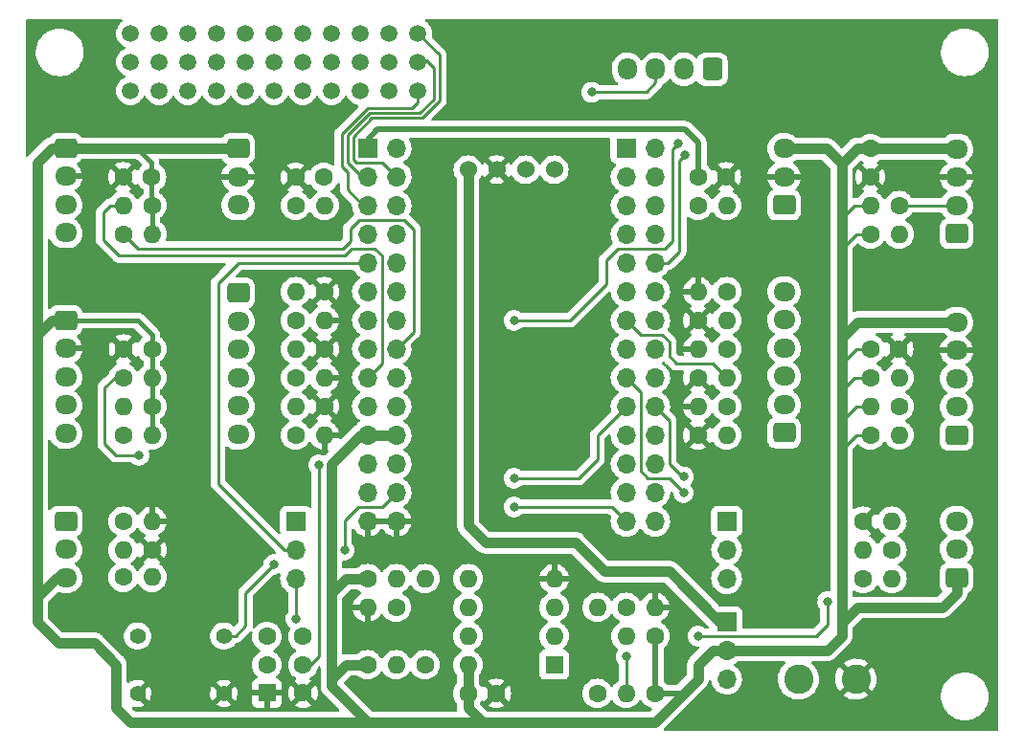
<source format=gtl>
G04 #@! TF.GenerationSoftware,KiCad,Pcbnew,(6.0.7)*
G04 #@! TF.CreationDate,2022-09-20T02:34:23+09:00*
G04 #@! TF.ProjectId,autocar_motcntr_v1,6175746f-6361-4725-9f6d-6f74636e7472,rev?*
G04 #@! TF.SameCoordinates,Original*
G04 #@! TF.FileFunction,Copper,L1,Top*
G04 #@! TF.FilePolarity,Positive*
%FSLAX46Y46*%
G04 Gerber Fmt 4.6, Leading zero omitted, Abs format (unit mm)*
G04 Created by KiCad (PCBNEW (6.0.7)) date 2022-09-20 02:34:23*
%MOMM*%
%LPD*%
G01*
G04 APERTURE LIST*
G04 Aperture macros list*
%AMRoundRect*
0 Rectangle with rounded corners*
0 $1 Rounding radius*
0 $2 $3 $4 $5 $6 $7 $8 $9 X,Y pos of 4 corners*
0 Add a 4 corners polygon primitive as box body*
4,1,4,$2,$3,$4,$5,$6,$7,$8,$9,$2,$3,0*
0 Add four circle primitives for the rounded corners*
1,1,$1+$1,$2,$3*
1,1,$1+$1,$4,$5*
1,1,$1+$1,$6,$7*
1,1,$1+$1,$8,$9*
0 Add four rect primitives between the rounded corners*
20,1,$1+$1,$2,$3,$4,$5,0*
20,1,$1+$1,$4,$5,$6,$7,0*
20,1,$1+$1,$6,$7,$8,$9,0*
20,1,$1+$1,$8,$9,$2,$3,0*%
G04 Aperture macros list end*
G04 #@! TA.AperFunction,ComponentPad*
%ADD10C,1.500000*%
G04 #@! TD*
G04 #@! TA.AperFunction,ComponentPad*
%ADD11C,1.600000*%
G04 #@! TD*
G04 #@! TA.AperFunction,ComponentPad*
%ADD12O,1.600000X1.600000*%
G04 #@! TD*
G04 #@! TA.AperFunction,ComponentPad*
%ADD13RoundRect,0.250000X0.725000X-0.600000X0.725000X0.600000X-0.725000X0.600000X-0.725000X-0.600000X0*%
G04 #@! TD*
G04 #@! TA.AperFunction,ComponentPad*
%ADD14O,1.950000X1.700000*%
G04 #@! TD*
G04 #@! TA.AperFunction,ComponentPad*
%ADD15C,1.397000*%
G04 #@! TD*
G04 #@! TA.AperFunction,ComponentPad*
%ADD16RoundRect,0.250000X-0.725000X0.600000X-0.725000X-0.600000X0.725000X-0.600000X0.725000X0.600000X0*%
G04 #@! TD*
G04 #@! TA.AperFunction,ComponentPad*
%ADD17C,2.600000*%
G04 #@! TD*
G04 #@! TA.AperFunction,ComponentPad*
%ADD18R,1.600000X1.600000*%
G04 #@! TD*
G04 #@! TA.AperFunction,ComponentPad*
%ADD19RoundRect,0.250000X0.600000X0.725000X-0.600000X0.725000X-0.600000X-0.725000X0.600000X-0.725000X0*%
G04 #@! TD*
G04 #@! TA.AperFunction,ComponentPad*
%ADD20O,1.700000X1.950000*%
G04 #@! TD*
G04 #@! TA.AperFunction,ComponentPad*
%ADD21R,1.700000X1.700000*%
G04 #@! TD*
G04 #@! TA.AperFunction,ComponentPad*
%ADD22O,1.700000X1.700000*%
G04 #@! TD*
G04 #@! TA.AperFunction,ComponentPad*
%ADD23C,1.524000*%
G04 #@! TD*
G04 #@! TA.AperFunction,ViaPad*
%ADD24C,0.800000*%
G04 #@! TD*
G04 #@! TA.AperFunction,Conductor*
%ADD25C,0.250000*%
G04 #@! TD*
G04 #@! TA.AperFunction,Conductor*
%ADD26C,0.889000*%
G04 #@! TD*
G04 #@! TA.AperFunction,Conductor*
%ADD27C,0.508000*%
G04 #@! TD*
G04 #@! TA.AperFunction,Conductor*
%ADD28C,0.381000*%
G04 #@! TD*
G04 APERTURE END LIST*
D10*
X133985000Y-52070000D03*
X121285000Y-57150000D03*
D11*
X184150000Y-87630000D03*
D12*
X186690000Y-87630000D03*
D13*
X191770000Y-87630000D03*
D14*
X191770000Y-85130000D03*
X191770000Y-82630000D03*
X191770000Y-80130000D03*
X191770000Y-77630000D03*
D11*
X165100000Y-110490000D03*
D12*
X162560000Y-110490000D03*
D10*
X136525000Y-52070000D03*
X131445000Y-54610000D03*
X123825000Y-54610000D03*
D15*
X127000000Y-105410000D03*
X119380000Y-105410000D03*
X119380000Y-110490000D03*
X127000000Y-110490000D03*
D14*
X113030000Y-69730000D03*
X113030000Y-67230000D03*
X113030000Y-64730000D03*
D16*
X113030000Y-62230000D03*
D11*
X160020000Y-110490000D03*
D12*
X160020000Y-102870000D03*
D11*
X118110000Y-95250000D03*
D12*
X120650000Y-95250000D03*
D10*
X139065000Y-52070000D03*
X141605000Y-54610000D03*
X141605000Y-52070000D03*
X123825000Y-52070000D03*
X144145000Y-57150000D03*
D17*
X177800000Y-109220000D03*
X182880000Y-109220000D03*
D11*
X120650000Y-85090000D03*
D12*
X118110000Y-85090000D03*
D18*
X156210000Y-107950000D03*
D12*
X156210000Y-105410000D03*
X156210000Y-102870000D03*
X156210000Y-100330000D03*
X148590000Y-100330000D03*
X148590000Y-102870000D03*
X148590000Y-105410000D03*
X148590000Y-107950000D03*
D11*
X171450000Y-80010000D03*
D12*
X168910000Y-80010000D03*
D11*
X133350000Y-67310000D03*
D12*
X135890000Y-67310000D03*
D11*
X184150000Y-82550000D03*
D12*
X186690000Y-82550000D03*
D11*
X135890000Y-80010000D03*
D12*
X133350000Y-80010000D03*
D16*
X113030000Y-77470000D03*
D14*
X113030000Y-79970000D03*
X113030000Y-82470000D03*
X113030000Y-84970000D03*
X113030000Y-87470000D03*
D11*
X118110000Y-82550000D03*
D12*
X120650000Y-82550000D03*
D11*
X118110000Y-87630000D03*
D12*
X120650000Y-87630000D03*
D10*
X141605000Y-57150000D03*
D11*
X186690000Y-85090000D03*
D12*
X184150000Y-85090000D03*
D11*
X135890000Y-74930000D03*
D12*
X133350000Y-74930000D03*
D10*
X144145000Y-54610000D03*
D11*
X171450000Y-74930000D03*
D12*
X168910000Y-74930000D03*
D10*
X131445000Y-52070000D03*
X128905000Y-54610000D03*
D14*
X113030000Y-100250000D03*
X113030000Y-97750000D03*
D16*
X113030000Y-95250000D03*
D13*
X191770000Y-100250000D03*
D14*
X191770000Y-97750000D03*
X191770000Y-95250000D03*
D16*
X128270000Y-62270000D03*
D14*
X128270000Y-64770000D03*
X128270000Y-67270000D03*
D11*
X168910000Y-87630000D03*
D12*
X171450000Y-87630000D03*
D11*
X184150000Y-69850000D03*
D12*
X186690000Y-69850000D03*
D11*
X118110000Y-69850000D03*
D12*
X120650000Y-69850000D03*
D11*
X168910000Y-67310000D03*
D12*
X171450000Y-67310000D03*
D19*
X170180000Y-55245000D03*
D20*
X167680000Y-55245000D03*
X165180000Y-55245000D03*
X162680000Y-55245000D03*
D11*
X186650000Y-80010000D03*
X184150000Y-80010000D03*
D10*
X118745000Y-52070000D03*
X121285000Y-52070000D03*
D11*
X168910000Y-77470000D03*
D12*
X171450000Y-77470000D03*
D11*
X135890000Y-85090000D03*
D12*
X133350000Y-85090000D03*
D11*
X148590000Y-110490000D03*
X151090000Y-110490000D03*
X118110000Y-64770000D03*
X120610000Y-64770000D03*
D13*
X176530000Y-87430000D03*
D14*
X176530000Y-84930000D03*
X176530000Y-82430000D03*
X176530000Y-79930000D03*
X176530000Y-77430000D03*
X176530000Y-74930000D03*
D10*
X128905000Y-57150000D03*
X118745000Y-54610000D03*
X126365000Y-52070000D03*
D21*
X171450000Y-104140000D03*
D22*
X171450000Y-106680000D03*
X171450000Y-109220000D03*
D11*
X144780000Y-107950000D03*
D12*
X144780000Y-100330000D03*
D23*
X148590000Y-64135000D03*
X151130000Y-64135000D03*
X153670000Y-64135000D03*
X156210000Y-64135000D03*
D11*
X183515000Y-100330000D03*
D12*
X186055000Y-100330000D03*
D10*
X131445000Y-57150000D03*
D11*
X184150000Y-64770000D03*
X184150000Y-62270000D03*
D10*
X126365000Y-57150000D03*
X121285000Y-54610000D03*
D21*
X133350000Y-95250000D03*
D22*
X133350000Y-97790000D03*
X133350000Y-100330000D03*
D11*
X183515000Y-95250000D03*
D12*
X186055000Y-95250000D03*
D10*
X144145000Y-52070000D03*
D11*
X142240000Y-102870000D03*
D12*
X139700000Y-102870000D03*
D11*
X118150000Y-80010000D03*
X120650000Y-80010000D03*
D10*
X136525000Y-54610000D03*
D11*
X133350000Y-77470000D03*
D12*
X135890000Y-77470000D03*
D10*
X133985000Y-54610000D03*
D11*
X139700000Y-107950000D03*
D12*
X142240000Y-107950000D03*
D11*
X120650000Y-67310000D03*
D12*
X118110000Y-67310000D03*
D11*
X139700000Y-100330000D03*
D12*
X142240000Y-100330000D03*
D11*
X186690000Y-67310000D03*
D12*
X184150000Y-67310000D03*
D18*
X130810000Y-110450000D03*
D11*
X130810000Y-107950000D03*
X130810000Y-105450000D03*
X134010000Y-110450000D03*
X134010000Y-107950000D03*
X134010000Y-105450000D03*
D10*
X136525000Y-57150000D03*
D21*
X171450000Y-95250000D03*
D22*
X171450000Y-97790000D03*
X171450000Y-100330000D03*
D11*
X162560000Y-102870000D03*
D12*
X165100000Y-102870000D03*
D10*
X123825000Y-57150000D03*
D14*
X128270000Y-87557000D03*
X128270000Y-85057000D03*
X128270000Y-82557000D03*
X128270000Y-80057000D03*
X128270000Y-77557000D03*
D16*
X128270000Y-75057000D03*
D11*
X135850000Y-64810000D03*
X133350000Y-64810000D03*
D10*
X139065000Y-57150000D03*
D11*
X168910000Y-82550000D03*
D12*
X171450000Y-82550000D03*
D11*
X171410000Y-64770000D03*
X168910000Y-64770000D03*
D10*
X128905000Y-52070000D03*
D11*
X165100000Y-105410000D03*
D12*
X162560000Y-105410000D03*
D10*
X139065000Y-54610000D03*
D22*
X165100000Y-95250000D03*
X162560000Y-95250000D03*
X165100000Y-92710000D03*
X162560000Y-92710000D03*
X165100000Y-90170000D03*
X162560000Y-90170000D03*
X165100000Y-87630000D03*
X162560000Y-87630000D03*
X165100000Y-85090000D03*
X162560000Y-85090000D03*
X165100000Y-82550000D03*
X162560000Y-82550000D03*
X165100000Y-80010000D03*
X162560000Y-80010000D03*
X165100000Y-77470000D03*
X162560000Y-77470000D03*
X165100000Y-74930000D03*
X162560000Y-74930000D03*
X165100000Y-72390000D03*
X162560000Y-72390000D03*
X165100000Y-69850000D03*
X162560000Y-69850000D03*
X165100000Y-67310000D03*
X162560000Y-67310000D03*
X165100000Y-64770000D03*
X162560000Y-64770000D03*
X165100000Y-62230000D03*
D21*
X162560000Y-62230000D03*
D22*
X142240000Y-95250000D03*
X139700000Y-95250000D03*
X142240000Y-92710000D03*
X139700000Y-92710000D03*
X142240000Y-90170000D03*
X139700000Y-90170000D03*
X142240000Y-87630000D03*
X139700000Y-87630000D03*
X142240000Y-85090000D03*
X139700000Y-85090000D03*
X142240000Y-82550000D03*
X139700000Y-82550000D03*
X142240000Y-80010000D03*
X139700000Y-80010000D03*
X142240000Y-77470000D03*
X139700000Y-77470000D03*
X142240000Y-74930000D03*
X139700000Y-74930000D03*
X142240000Y-72390000D03*
X139700000Y-72390000D03*
X142240000Y-69850000D03*
X139700000Y-69850000D03*
X142240000Y-67310000D03*
X139700000Y-67310000D03*
X142240000Y-64770000D03*
X139700000Y-64770000D03*
X142240000Y-62230000D03*
D21*
X139700000Y-62230000D03*
D11*
X186055000Y-97790000D03*
D12*
X183515000Y-97790000D03*
D11*
X171450000Y-85090000D03*
D12*
X168910000Y-85090000D03*
D11*
X120650000Y-97790000D03*
D12*
X118110000Y-97790000D03*
D11*
X133350000Y-87630000D03*
D12*
X135890000Y-87630000D03*
D10*
X126365000Y-54610000D03*
D11*
X118110000Y-100203000D03*
D12*
X120650000Y-100203000D03*
D10*
X133985000Y-57150000D03*
D11*
X133350000Y-82550000D03*
D12*
X135890000Y-82550000D03*
D13*
X191770000Y-69790000D03*
D14*
X191770000Y-67290000D03*
X191770000Y-64790000D03*
X191770000Y-62290000D03*
D13*
X176530000Y-67270000D03*
D14*
X176530000Y-64770000D03*
X176530000Y-62270000D03*
D10*
X118745000Y-57150000D03*
D24*
X129540000Y-97155000D03*
X123825000Y-95885000D03*
X125095000Y-100965000D03*
X126365000Y-100965000D03*
X127635000Y-100965000D03*
X128270000Y-99695000D03*
X127000000Y-99695000D03*
X125730000Y-99695000D03*
X124460000Y-99695000D03*
X123190000Y-99695000D03*
X123825000Y-98425000D03*
X125095000Y-98425000D03*
X126365000Y-98425000D03*
X127635000Y-98425000D03*
X128905000Y-98425000D03*
X128270000Y-97155000D03*
X127000000Y-97155000D03*
X125730000Y-97155000D03*
X124460000Y-97155000D03*
X123190000Y-97155000D03*
X125730000Y-69215000D03*
X125730000Y-64135000D03*
X124460000Y-64135000D03*
X123190000Y-64135000D03*
X125730000Y-66675000D03*
X125095000Y-65405000D03*
X123825000Y-65405000D03*
X179070000Y-97155000D03*
X178435000Y-100965000D03*
X125730000Y-93345000D03*
X123190000Y-90805000D03*
X121285000Y-92075000D03*
X123190000Y-69215000D03*
X179705000Y-98425000D03*
X123825000Y-67945000D03*
X131445000Y-90805000D03*
X133350000Y-92075000D03*
X175895000Y-98425000D03*
X122555000Y-92075000D03*
X128905000Y-90805000D03*
X177165000Y-100965000D03*
X173355000Y-98425000D03*
X124460000Y-66675000D03*
X123190000Y-66675000D03*
X179070000Y-99695000D03*
X173355000Y-100965000D03*
X129540000Y-92075000D03*
X132080000Y-92075000D03*
X119380000Y-90805000D03*
X177165000Y-98425000D03*
X175260000Y-97155000D03*
X130810000Y-92075000D03*
X176530000Y-102235000D03*
X173990000Y-102235000D03*
X174625000Y-98425000D03*
X179705000Y-100965000D03*
X178435000Y-103505000D03*
X128270000Y-92075000D03*
X177165000Y-103505000D03*
X175895000Y-103505000D03*
X127635000Y-90805000D03*
X175895000Y-100965000D03*
X123825000Y-92075000D03*
X124460000Y-69215000D03*
X173355000Y-103505000D03*
X124460000Y-90805000D03*
X176530000Y-97155000D03*
X175260000Y-102235000D03*
X125095000Y-92075000D03*
X179070000Y-102235000D03*
X132715000Y-90805000D03*
X130175000Y-90805000D03*
X122555000Y-67945000D03*
X174625000Y-103505000D03*
X173990000Y-99695000D03*
X122555000Y-65405000D03*
X125095000Y-67945000D03*
X129540000Y-93345000D03*
X133350000Y-93345000D03*
X121920000Y-90805000D03*
X174625000Y-100965000D03*
X178435000Y-98425000D03*
X130810000Y-93345000D03*
X177800000Y-102235000D03*
X173990000Y-97155000D03*
X120650000Y-90805000D03*
X177800000Y-99695000D03*
X176530000Y-99695000D03*
X177800000Y-97155000D03*
X132080000Y-93345000D03*
X120015000Y-92075000D03*
X175260000Y-99695000D03*
X152654000Y-91440000D03*
X162560000Y-107225500D03*
X133350000Y-103886000D03*
X152654000Y-77470000D03*
X167132000Y-61849000D03*
X180340000Y-102362000D03*
X168910000Y-105410000D03*
X135382000Y-90259500D03*
X131445000Y-99060000D03*
X137668000Y-97790000D03*
X159512000Y-57277000D03*
X167767000Y-62865000D03*
X167640000Y-92710000D03*
X167640000Y-91313000D03*
X152654000Y-93980000D03*
X119507000Y-89408000D03*
D25*
X140970000Y-93980000D02*
X142240000Y-92710000D01*
X137668000Y-97790000D02*
X137668000Y-95186500D01*
X138874500Y-93980000D02*
X140970000Y-93980000D01*
X137668000Y-95186500D02*
X138874500Y-93980000D01*
D26*
X148590000Y-95631000D02*
X148590000Y-64135000D01*
X158115000Y-97155000D02*
X150114000Y-97155000D01*
X160655000Y-99695000D02*
X158115000Y-97155000D01*
X170815000Y-104140000D02*
X166370000Y-99695000D01*
X171450000Y-104140000D02*
X170815000Y-104140000D01*
X166370000Y-99695000D02*
X160655000Y-99695000D01*
X150114000Y-97155000D02*
X148590000Y-95631000D01*
D25*
X133350000Y-103886000D02*
X133350000Y-100330000D01*
X128905000Y-104521000D02*
X128905000Y-101600000D01*
X128016000Y-105410000D02*
X128905000Y-104521000D01*
X127000000Y-105410000D02*
X128016000Y-105410000D01*
D26*
X181610000Y-86360000D02*
X181610000Y-104902000D01*
D27*
X140589000Y-60579000D02*
X167767000Y-60579000D01*
X167767000Y-60579000D02*
X168910000Y-61722000D01*
X168910000Y-61722000D02*
X168910000Y-64770000D01*
X139700000Y-61468000D02*
X140589000Y-60579000D01*
X139700000Y-62230000D02*
X139700000Y-61468000D01*
D25*
X167259000Y-71374000D02*
X166243000Y-72390000D01*
X167767000Y-62865000D02*
X167259000Y-63373000D01*
X167259000Y-63373000D02*
X167259000Y-71374000D01*
X166243000Y-72390000D02*
X165100000Y-72390000D01*
D26*
X118110000Y-62230000D02*
X128230000Y-62230000D01*
X128230000Y-62230000D02*
X128270000Y-62270000D01*
X112221000Y-100250000D02*
X113030000Y-100250000D01*
X110490000Y-101981000D02*
X110490000Y-96520000D01*
X110490000Y-101981000D02*
X112221000Y-100250000D01*
X110490000Y-104140000D02*
X110490000Y-101981000D01*
D25*
X182880000Y-69850000D02*
X181610000Y-71120000D01*
X184150000Y-69850000D02*
X182880000Y-69850000D01*
D26*
X181610000Y-68453000D02*
X181610000Y-63627000D01*
D25*
X182753000Y-67310000D02*
X181610000Y-68453000D01*
D26*
X181610000Y-68961000D02*
X181610000Y-68453000D01*
D25*
X184150000Y-67310000D02*
X182753000Y-67310000D01*
X182880000Y-87630000D02*
X181610000Y-88900000D01*
X184150000Y-87630000D02*
X182880000Y-87630000D01*
X182880000Y-85090000D02*
X181610000Y-86360000D01*
X184150000Y-85090000D02*
X182880000Y-85090000D01*
X184150000Y-82550000D02*
X182753000Y-82550000D01*
X182753000Y-82550000D02*
X181610000Y-83693000D01*
X182880000Y-80010000D02*
X181610000Y-81280000D01*
X184150000Y-80010000D02*
X182880000Y-80010000D01*
X167640000Y-91313000D02*
X167513000Y-91313000D01*
X167513000Y-91313000D02*
X166370000Y-90170000D01*
X166370000Y-86360000D02*
X165100000Y-85090000D01*
X166370000Y-90170000D02*
X166370000Y-86360000D01*
D28*
X120650000Y-80010000D02*
X120650000Y-82550000D01*
D26*
X110490000Y-96520000D02*
X110490000Y-78740000D01*
X136525000Y-109220000D02*
X136525000Y-101600000D01*
X180253000Y-62270000D02*
X176530000Y-62270000D01*
X110490000Y-78740000D02*
X111760000Y-77470000D01*
X113030000Y-62230000D02*
X118110000Y-62230000D01*
X136525000Y-101600000D02*
X136525000Y-90170000D01*
X181610000Y-81280000D02*
X181610000Y-78994000D01*
D28*
X120610000Y-63540000D02*
X120610000Y-64770000D01*
D26*
X119300000Y-62230000D02*
X118745000Y-62230000D01*
D27*
X165100000Y-110490000D02*
X165100000Y-105410000D01*
D26*
X181610000Y-63627000D02*
X180253000Y-62270000D01*
X117475000Y-107950000D02*
X115570000Y-106045000D01*
X181610000Y-83693000D02*
X181610000Y-81280000D01*
X153035000Y-113030000D02*
X139700000Y-113030000D01*
D28*
X120650000Y-78740000D02*
X120650000Y-80010000D01*
D26*
X191750000Y-62270000D02*
X191770000Y-62290000D01*
X153035000Y-113030000D02*
X149860000Y-113030000D01*
X184150000Y-62270000D02*
X191750000Y-62270000D01*
X139700000Y-87630000D02*
X142240000Y-87630000D01*
X181610000Y-104902000D02*
X181610000Y-104267000D01*
D28*
X120650000Y-67310000D02*
X120650000Y-69850000D01*
D26*
X180340000Y-106680000D02*
X171450000Y-106680000D01*
X181610000Y-63627000D02*
X182967000Y-62270000D01*
X136525000Y-109220000D02*
X137795000Y-107950000D01*
X153035000Y-113030000D02*
X165100000Y-113030000D01*
X149860000Y-113030000D02*
X148590000Y-111760000D01*
D28*
X120650000Y-82550000D02*
X120650000Y-85090000D01*
D26*
X111760000Y-62230000D02*
X113030000Y-62230000D01*
X170180000Y-106680000D02*
X168910000Y-107950000D01*
X191770000Y-101600000D02*
X191770000Y-100250000D01*
X181610000Y-71120000D02*
X181610000Y-68961000D01*
X182974000Y-77630000D02*
X191770000Y-77630000D01*
X182967000Y-62270000D02*
X184150000Y-62270000D01*
X171450000Y-106680000D02*
X170180000Y-106680000D01*
D28*
X120610000Y-64770000D02*
X120610000Y-67270000D01*
D26*
X110490000Y-63500000D02*
X111760000Y-62230000D01*
D27*
X167640000Y-110490000D02*
X165100000Y-110490000D01*
D28*
X119380000Y-77470000D02*
X120650000Y-78740000D01*
X120610000Y-67270000D02*
X120650000Y-67310000D01*
D26*
X139700000Y-113030000D02*
X118745000Y-113030000D01*
X181610000Y-105410000D02*
X180340000Y-106680000D01*
X168910000Y-109220000D02*
X167640000Y-110490000D01*
X112395000Y-106045000D02*
X110490000Y-104140000D01*
X136525000Y-101600000D02*
X137795000Y-100330000D01*
D28*
X120650000Y-85090000D02*
X120650000Y-87630000D01*
D26*
X148590000Y-111760000D02*
X148590000Y-107950000D01*
X118745000Y-62230000D02*
X119380000Y-62230000D01*
X118110000Y-62230000D02*
X118745000Y-62230000D01*
X181610000Y-104267000D02*
X183007000Y-102870000D01*
D28*
X120610000Y-63540000D02*
X119300000Y-62230000D01*
D26*
X111760000Y-77470000D02*
X113030000Y-77470000D01*
X117475000Y-111760000D02*
X117475000Y-107950000D01*
X190500000Y-102870000D02*
X191770000Y-101600000D01*
X181610000Y-86360000D02*
X181610000Y-83693000D01*
X183007000Y-102870000D02*
X190500000Y-102870000D01*
X137795000Y-107950000D02*
X139700000Y-107950000D01*
D28*
X113030000Y-77470000D02*
X119380000Y-77470000D01*
D26*
X181610000Y-78994000D02*
X181610000Y-71120000D01*
X181610000Y-104902000D02*
X181610000Y-105410000D01*
X118745000Y-113030000D02*
X117475000Y-111760000D01*
X110490000Y-78740000D02*
X110490000Y-63500000D01*
X139700000Y-113030000D02*
X136525000Y-109855000D01*
X139065000Y-87630000D02*
X139700000Y-87630000D01*
X181610000Y-78994000D02*
X182974000Y-77630000D01*
X168910000Y-107950000D02*
X168910000Y-109220000D01*
X137795000Y-100330000D02*
X139700000Y-100330000D01*
X115570000Y-106045000D02*
X112395000Y-106045000D01*
X165100000Y-113030000D02*
X167640000Y-110490000D01*
X136525000Y-109855000D02*
X136525000Y-109220000D01*
X136525000Y-90170000D02*
X139065000Y-87630000D01*
D25*
X158369000Y-91440000D02*
X160020000Y-89789000D01*
X160020000Y-89789000D02*
X160020000Y-87630000D01*
X160020000Y-87630000D02*
X162560000Y-85090000D01*
X152654000Y-91440000D02*
X158369000Y-91440000D01*
X162560000Y-110490000D02*
X162560000Y-107225500D01*
X132334000Y-97790000D02*
X133350000Y-97790000D01*
X126492000Y-91948000D02*
X132334000Y-97790000D01*
X128270000Y-72390000D02*
X126492000Y-74168000D01*
X139700000Y-72390000D02*
X128270000Y-72390000D01*
X126492000Y-74168000D02*
X126492000Y-91948000D01*
X161798000Y-71120000D02*
X165989000Y-71120000D01*
X160782000Y-72136000D02*
X161798000Y-71120000D01*
X166624000Y-62357000D02*
X167132000Y-61849000D01*
X157607000Y-77470000D02*
X160782000Y-74295000D01*
X160782000Y-74295000D02*
X160782000Y-72136000D01*
X165989000Y-71120000D02*
X166624000Y-70485000D01*
X166624000Y-70485000D02*
X166624000Y-62357000D01*
X152654000Y-77470000D02*
X157607000Y-77470000D01*
X138176000Y-70485000D02*
X138176000Y-69342000D01*
X138938000Y-68580000D02*
X142938500Y-68580000D01*
X143764000Y-78486000D02*
X142240000Y-80010000D01*
X119380000Y-71120000D02*
X137541000Y-71120000D01*
X118110000Y-69850000D02*
X119380000Y-71120000D01*
X142938500Y-68580000D02*
X143764000Y-69405500D01*
X143764000Y-69405500D02*
X143764000Y-78486000D01*
X137541000Y-71120000D02*
X138176000Y-70485000D01*
X138176000Y-69342000D02*
X138938000Y-68580000D01*
X116332000Y-67945000D02*
X116332000Y-70358000D01*
X140970000Y-71755000D02*
X140970000Y-81280000D01*
X140970000Y-81280000D02*
X139700000Y-82550000D01*
X138303000Y-71120000D02*
X140335000Y-71120000D01*
X140335000Y-71120000D02*
X140970000Y-71755000D01*
X137668000Y-71755000D02*
X138303000Y-71120000D01*
X116332000Y-70358000D02*
X117729000Y-71755000D01*
X118110000Y-67310000D02*
X116967000Y-67310000D01*
X117729000Y-71755000D02*
X137668000Y-71755000D01*
X116967000Y-67310000D02*
X116332000Y-67945000D01*
X179324000Y-105410000D02*
X168910000Y-105410000D01*
X180340000Y-104394000D02*
X179324000Y-105410000D01*
X180340000Y-102362000D02*
X180340000Y-104394000D01*
X135382000Y-107188000D02*
X135382000Y-90259500D01*
X134010000Y-107950000D02*
X134620000Y-107950000D01*
X134620000Y-107950000D02*
X135382000Y-107188000D01*
X128905000Y-101600000D02*
X131445000Y-99060000D01*
X165180000Y-56435000D02*
X165180000Y-54610000D01*
X164338000Y-57277000D02*
X165180000Y-56435000D01*
X159512000Y-57277000D02*
X164338000Y-57277000D01*
X166370000Y-80645000D02*
X167005000Y-81280000D01*
X163830000Y-78740000D02*
X165735000Y-78740000D01*
X170180000Y-81280000D02*
X171450000Y-82550000D01*
X165735000Y-78740000D02*
X166370000Y-79375000D01*
X162560000Y-77470000D02*
X163830000Y-78740000D01*
X167005000Y-81280000D02*
X170180000Y-81280000D01*
X166370000Y-79375000D02*
X166370000Y-80645000D01*
X191750000Y-67310000D02*
X191770000Y-67290000D01*
X186690000Y-67310000D02*
X191750000Y-67310000D01*
X162560000Y-82550000D02*
X163830000Y-83820000D01*
X163830000Y-90805000D02*
X164465000Y-91440000D01*
X166370000Y-91440000D02*
X167640000Y-92710000D01*
X164465000Y-91440000D02*
X166370000Y-91440000D01*
X163830000Y-83820000D02*
X163830000Y-90805000D01*
X118110000Y-82550000D02*
X117348000Y-82550000D01*
X116459000Y-88392000D02*
X117475000Y-89408000D01*
X117475000Y-89408000D02*
X119507000Y-89408000D01*
X116459000Y-83439000D02*
X116459000Y-88392000D01*
X161290000Y-93980000D02*
X162560000Y-95250000D01*
X117348000Y-82550000D02*
X116459000Y-83439000D01*
X152654000Y-93980000D02*
X161290000Y-93980000D01*
X139700000Y-64770000D02*
X139192000Y-64770000D01*
X144272000Y-54483000D02*
X144145000Y-54610000D01*
X137922000Y-63500000D02*
X137922000Y-61085604D01*
X139192000Y-64770000D02*
X137922000Y-63500000D01*
X145542000Y-55118000D02*
X144907000Y-54483000D01*
X144339604Y-59113000D02*
X145542000Y-57910604D01*
X139894604Y-59113000D02*
X144339604Y-59113000D01*
X144907000Y-54483000D02*
X144272000Y-54483000D01*
X137922000Y-61085604D02*
X139894604Y-59113000D01*
X145542000Y-57910604D02*
X145542000Y-55118000D01*
X138430000Y-61214000D02*
X140081000Y-59563000D01*
X140970000Y-63500000D02*
X138684000Y-63500000D01*
X138430000Y-63246000D02*
X138430000Y-61214000D01*
X146050000Y-53975000D02*
X144145000Y-52070000D01*
X146050000Y-58039000D02*
X146050000Y-53975000D01*
X138684000Y-63500000D02*
X138430000Y-63246000D01*
X142240000Y-64770000D02*
X140970000Y-63500000D01*
X140081000Y-59563000D02*
X144526000Y-59563000D01*
X144526000Y-59563000D02*
X146050000Y-58039000D01*
X143648000Y-58663000D02*
X144145000Y-58166000D01*
X144145000Y-58166000D02*
X144145000Y-57150000D01*
X137922000Y-64389000D02*
X137414000Y-63881000D01*
X139319000Y-67310000D02*
X137922000Y-65913000D01*
X137922000Y-65913000D02*
X137922000Y-64389000D01*
X137414000Y-60957208D02*
X139708208Y-58663000D01*
X139700000Y-67310000D02*
X139319000Y-67310000D01*
X137414000Y-63881000D02*
X137414000Y-60957208D01*
X139708208Y-58663000D02*
X143648000Y-58663000D01*
G04 #@! TA.AperFunction,Conductor*
G36*
X195433621Y-50828502D02*
G01*
X195480114Y-50882158D01*
X195491500Y-50934500D01*
X195491500Y-113665500D01*
X195471498Y-113733621D01*
X195417842Y-113780114D01*
X195365500Y-113791500D01*
X165990435Y-113791500D01*
X165922314Y-113771498D01*
X165875821Y-113717842D01*
X165865717Y-113647568D01*
X165895211Y-113582988D01*
X165901340Y-113576405D01*
X167082842Y-112394904D01*
X168348088Y-111129658D01*
X168348092Y-111129653D01*
X169572925Y-109904820D01*
X169575447Y-109902367D01*
X169630496Y-109850310D01*
X169630497Y-109850309D01*
X169635137Y-109845921D01*
X169640644Y-109838057D01*
X169667963Y-109799041D01*
X169673533Y-109791676D01*
X169705683Y-109752257D01*
X169705685Y-109752254D01*
X169709714Y-109747314D01*
X169714694Y-109737789D01*
X169722237Y-109723359D01*
X169730687Y-109709461D01*
X169732062Y-109707498D01*
X169746185Y-109687328D01*
X169768916Y-109634802D01*
X169772889Y-109626473D01*
X169794061Y-109585972D01*
X169799411Y-109575739D01*
X169806862Y-109549753D01*
X169812341Y-109534452D01*
X169820541Y-109515504D01*
X169820542Y-109515500D01*
X169823076Y-109509645D01*
X169827371Y-109489089D01*
X169834782Y-109453611D01*
X169837000Y-109444648D01*
X169842197Y-109426525D01*
X169852775Y-109389632D01*
X169854398Y-109390097D01*
X169882458Y-109333977D01*
X169943500Y-109297721D01*
X170014452Y-109300223D01*
X170072789Y-109340687D01*
X170099490Y-109402255D01*
X170099812Y-109404545D01*
X170100110Y-109409715D01*
X170149222Y-109627639D01*
X170233266Y-109834616D01*
X170240194Y-109845921D01*
X170328893Y-109990665D01*
X170349987Y-110025088D01*
X170496250Y-110193938D01*
X170668126Y-110336632D01*
X170861000Y-110449338D01*
X170865825Y-110451180D01*
X170865826Y-110451181D01*
X170933932Y-110477188D01*
X171069692Y-110529030D01*
X171074760Y-110530061D01*
X171074763Y-110530062D01*
X171142534Y-110543850D01*
X171288597Y-110573567D01*
X171293772Y-110573757D01*
X171293774Y-110573757D01*
X171506673Y-110581564D01*
X171506677Y-110581564D01*
X171511837Y-110581753D01*
X171516957Y-110581097D01*
X171516959Y-110581097D01*
X171728288Y-110554025D01*
X171728289Y-110554025D01*
X171733416Y-110553368D01*
X171738366Y-110551883D01*
X171942429Y-110490661D01*
X171942434Y-110490659D01*
X171947384Y-110489174D01*
X172147994Y-110390896D01*
X172329860Y-110261173D01*
X172393351Y-110197904D01*
X172417288Y-110174050D01*
X172488096Y-110103489D01*
X172498357Y-110089210D01*
X172615435Y-109926277D01*
X172618453Y-109922077D01*
X172640944Y-109876571D01*
X172715136Y-109726453D01*
X172715137Y-109726451D01*
X172717430Y-109721811D01*
X172761810Y-109575739D01*
X172780865Y-109513023D01*
X172780865Y-109513021D01*
X172782370Y-109508069D01*
X172811529Y-109286590D01*
X172812215Y-109258510D01*
X172813074Y-109223365D01*
X172813074Y-109223361D01*
X172813156Y-109220000D01*
X172794852Y-108997361D01*
X172740431Y-108780702D01*
X172651354Y-108575840D01*
X172598925Y-108494797D01*
X172532822Y-108392617D01*
X172532820Y-108392614D01*
X172530014Y-108388277D01*
X172379670Y-108223051D01*
X172375619Y-108219852D01*
X172375615Y-108219848D01*
X172208414Y-108087800D01*
X172208410Y-108087798D01*
X172204359Y-108084598D01*
X172163053Y-108061796D01*
X172113084Y-108011364D01*
X172098312Y-107941921D01*
X172123428Y-107875516D01*
X172150780Y-107848909D01*
X172325651Y-107724176D01*
X172325657Y-107724171D01*
X172329860Y-107721173D01*
X172381466Y-107669748D01*
X172443835Y-107635833D01*
X172470403Y-107633000D01*
X176531615Y-107633000D01*
X176599736Y-107653002D01*
X176646229Y-107706658D01*
X176656333Y-107776932D01*
X176626839Y-107841512D01*
X176615516Y-107853003D01*
X176504827Y-107951797D01*
X176495426Y-107960188D01*
X176323544Y-108166854D01*
X176321121Y-108170847D01*
X176189181Y-108388277D01*
X176184096Y-108396656D01*
X176182287Y-108400970D01*
X176182285Y-108400974D01*
X176108958Y-108575840D01*
X176080148Y-108644545D01*
X176013981Y-108905077D01*
X175987050Y-109172526D01*
X175987274Y-109177192D01*
X175987274Y-109177197D01*
X175992505Y-109286096D01*
X175999947Y-109441019D01*
X176052388Y-109704656D01*
X176143220Y-109957646D01*
X176145432Y-109961762D01*
X176145433Y-109961765D01*
X176207877Y-110077978D01*
X176270450Y-110194431D01*
X176273241Y-110198168D01*
X176273245Y-110198175D01*
X176349405Y-110300165D01*
X176431281Y-110409810D01*
X176434590Y-110413090D01*
X176434595Y-110413096D01*
X176604731Y-110581753D01*
X176622180Y-110599050D01*
X176625942Y-110601808D01*
X176625945Y-110601811D01*
X176737099Y-110683312D01*
X176838954Y-110757995D01*
X176843089Y-110760171D01*
X176843093Y-110760173D01*
X177072698Y-110880975D01*
X177076840Y-110883154D01*
X177330613Y-110971775D01*
X177335206Y-110972647D01*
X177590109Y-111021042D01*
X177590112Y-111021042D01*
X177594698Y-111021913D01*
X177722370Y-111026929D01*
X177858625Y-111032283D01*
X177858630Y-111032283D01*
X177863293Y-111032466D01*
X177967607Y-111021042D01*
X178125844Y-111003713D01*
X178125850Y-111003712D01*
X178130497Y-111003203D01*
X178135021Y-111002012D01*
X178385918Y-110935956D01*
X178385920Y-110935955D01*
X178390441Y-110934765D01*
X178472034Y-110899710D01*
X178633120Y-110830502D01*
X178633122Y-110830501D01*
X178637414Y-110828657D01*
X178756751Y-110754809D01*
X178862017Y-110689669D01*
X178862021Y-110689666D01*
X178865990Y-110687210D01*
X178892337Y-110664906D01*
X181799839Y-110664906D01*
X181808553Y-110676427D01*
X181915452Y-110754809D01*
X181923351Y-110759745D01*
X182152905Y-110880519D01*
X182161454Y-110884236D01*
X182406327Y-110969749D01*
X182415336Y-110972163D01*
X182670166Y-111020544D01*
X182679423Y-111021598D01*
X182938607Y-111031783D01*
X182947921Y-111031457D01*
X183205753Y-111003220D01*
X183214930Y-111001519D01*
X183465758Y-110935481D01*
X183474574Y-110932445D01*
X183590353Y-110882703D01*
X190390743Y-110882703D01*
X190391302Y-110886947D01*
X190391302Y-110886951D01*
X190402521Y-110972163D01*
X190428268Y-111167734D01*
X190504129Y-111445036D01*
X190505813Y-111448984D01*
X190612788Y-111699781D01*
X190616923Y-111709476D01*
X190671314Y-111800356D01*
X190708607Y-111862668D01*
X190764561Y-111956161D01*
X190944313Y-112180528D01*
X191016181Y-112248728D01*
X191142654Y-112368746D01*
X191152851Y-112378423D01*
X191386317Y-112546186D01*
X191390112Y-112548195D01*
X191390113Y-112548196D01*
X191411869Y-112559715D01*
X191640392Y-112680712D01*
X191910373Y-112779511D01*
X192191264Y-112840755D01*
X192219841Y-112843004D01*
X192414282Y-112858307D01*
X192414291Y-112858307D01*
X192416739Y-112858500D01*
X192572271Y-112858500D01*
X192574407Y-112858354D01*
X192574418Y-112858354D01*
X192782548Y-112844165D01*
X192782554Y-112844164D01*
X192786825Y-112843873D01*
X192791020Y-112843004D01*
X192791022Y-112843004D01*
X192927583Y-112814724D01*
X193068342Y-112785574D01*
X193339343Y-112689607D01*
X193594812Y-112557750D01*
X193598313Y-112555289D01*
X193598317Y-112555287D01*
X193808057Y-112407879D01*
X193830023Y-112392441D01*
X193928306Y-112301111D01*
X194037479Y-112199661D01*
X194037481Y-112199658D01*
X194040622Y-112196740D01*
X194222713Y-111974268D01*
X194372927Y-111729142D01*
X194418921Y-111624366D01*
X194486757Y-111469830D01*
X194488483Y-111465898D01*
X194490575Y-111458556D01*
X194566068Y-111193534D01*
X194567244Y-111189406D01*
X194607751Y-110904784D01*
X194607835Y-110888863D01*
X194609235Y-110621583D01*
X194609235Y-110621576D01*
X194609257Y-110617297D01*
X194603945Y-110576944D01*
X194580137Y-110396111D01*
X194571732Y-110332266D01*
X194564959Y-110307506D01*
X194542733Y-110226264D01*
X194495871Y-110054964D01*
X194452483Y-109953242D01*
X194384763Y-109794476D01*
X194384761Y-109794472D01*
X194383077Y-109790524D01*
X194288457Y-109632425D01*
X194237643Y-109547521D01*
X194237640Y-109547517D01*
X194235439Y-109543839D01*
X194055687Y-109319472D01*
X193914728Y-109185707D01*
X193850258Y-109124527D01*
X193850255Y-109124525D01*
X193847149Y-109121577D01*
X193654586Y-108983206D01*
X193617172Y-108956321D01*
X193617171Y-108956320D01*
X193613683Y-108953814D01*
X193601530Y-108947379D01*
X193555489Y-108923002D01*
X193359608Y-108819288D01*
X193182012Y-108754297D01*
X193093658Y-108721964D01*
X193093656Y-108721963D01*
X193089627Y-108720489D01*
X192808736Y-108659245D01*
X192777685Y-108656801D01*
X192585718Y-108641693D01*
X192585709Y-108641693D01*
X192583261Y-108641500D01*
X192427729Y-108641500D01*
X192425593Y-108641646D01*
X192425582Y-108641646D01*
X192217452Y-108655835D01*
X192217446Y-108655836D01*
X192213175Y-108656127D01*
X192208980Y-108656996D01*
X192208978Y-108656996D01*
X192072417Y-108685276D01*
X191931658Y-108714426D01*
X191660657Y-108810393D01*
X191405188Y-108942250D01*
X191401687Y-108944711D01*
X191401683Y-108944713D01*
X191319131Y-109002732D01*
X191169977Y-109107559D01*
X191113594Y-109159953D01*
X190965339Y-109297721D01*
X190959378Y-109303260D01*
X190777287Y-109525732D01*
X190627073Y-109770858D01*
X190625347Y-109774791D01*
X190625346Y-109774792D01*
X190528266Y-109995947D01*
X190511517Y-110034102D01*
X190510342Y-110038229D01*
X190510341Y-110038230D01*
X190490712Y-110107137D01*
X190432756Y-110310594D01*
X190392249Y-110595216D01*
X190392227Y-110599505D01*
X190392226Y-110599512D01*
X190390868Y-110858790D01*
X190390743Y-110882703D01*
X183590353Y-110882703D01*
X183712880Y-110830062D01*
X183721167Y-110825748D01*
X183941718Y-110689266D01*
X183949268Y-110683780D01*
X183954559Y-110679301D01*
X183962997Y-110666497D01*
X183956935Y-110656145D01*
X182892812Y-109592022D01*
X182878868Y-109584408D01*
X182877035Y-109584539D01*
X182870420Y-109588790D01*
X181806497Y-110652713D01*
X181799839Y-110664906D01*
X178892337Y-110664906D01*
X179071149Y-110513530D01*
X179248382Y-110311434D01*
X179254981Y-110301176D01*
X179391269Y-110089291D01*
X179393797Y-110085361D01*
X179504199Y-109840278D01*
X179537610Y-109721811D01*
X179575893Y-109586072D01*
X179575894Y-109586069D01*
X179577163Y-109581568D01*
X179588371Y-109493468D01*
X179610688Y-109318045D01*
X179610688Y-109318041D01*
X179611086Y-109314915D01*
X179611170Y-109311733D01*
X179612673Y-109254293D01*
X179613571Y-109220000D01*
X179610917Y-109184284D01*
X179610391Y-109177211D01*
X181067775Y-109177211D01*
X181080220Y-109436288D01*
X181081356Y-109445543D01*
X181131961Y-109699945D01*
X181134449Y-109708917D01*
X181222095Y-109953033D01*
X181225895Y-109961568D01*
X181348658Y-110190042D01*
X181353666Y-110197904D01*
X181423720Y-110291716D01*
X181434979Y-110300165D01*
X181447397Y-110293393D01*
X182507978Y-109232812D01*
X182514356Y-109221132D01*
X183244408Y-109221132D01*
X183244539Y-109222965D01*
X183248790Y-109229580D01*
X184316094Y-110296884D01*
X184328474Y-110303644D01*
X184336815Y-110297400D01*
X184470832Y-110089048D01*
X184475275Y-110080864D01*
X184581807Y-109844370D01*
X184584997Y-109835605D01*
X184655402Y-109585972D01*
X184657262Y-109576830D01*
X184690187Y-109318019D01*
X184690668Y-109311733D01*
X184692987Y-109223160D01*
X184692836Y-109216851D01*
X184673501Y-108956663D01*
X184672125Y-108947457D01*
X184614878Y-108694467D01*
X184612154Y-108685556D01*
X184518143Y-108443806D01*
X184514132Y-108435397D01*
X184385422Y-108210202D01*
X184380211Y-108202476D01*
X184336996Y-108147658D01*
X184325071Y-108139187D01*
X184313537Y-108145673D01*
X183252022Y-109207188D01*
X183244408Y-109221132D01*
X182514356Y-109221132D01*
X182515592Y-109218868D01*
X182515461Y-109217035D01*
X182511210Y-109210420D01*
X181445816Y-108145026D01*
X181432507Y-108137758D01*
X181422472Y-108144878D01*
X181406937Y-108163556D01*
X181401531Y-108171135D01*
X181266965Y-108392891D01*
X181262736Y-108401192D01*
X181162432Y-108640389D01*
X181159471Y-108649239D01*
X181095628Y-108900625D01*
X181094006Y-108909822D01*
X181068020Y-109167885D01*
X181067775Y-109177211D01*
X179610391Y-109177211D01*
X179593996Y-108956592D01*
X179593996Y-108956591D01*
X179593650Y-108951937D01*
X179592331Y-108946108D01*
X179535361Y-108694331D01*
X179535360Y-108694326D01*
X179534327Y-108689763D01*
X179436902Y-108439238D01*
X179303518Y-108205864D01*
X179297394Y-108198095D01*
X179188550Y-108060027D01*
X179137105Y-107994769D01*
X178984034Y-107850775D01*
X178948122Y-107789531D01*
X178948811Y-107772689D01*
X181797102Y-107772689D01*
X181801675Y-107782465D01*
X182867188Y-108847978D01*
X182881132Y-108855592D01*
X182882965Y-108855461D01*
X182889580Y-108851210D01*
X183954349Y-107786441D01*
X183960733Y-107774751D01*
X183951321Y-107762641D01*
X183804045Y-107660471D01*
X183796010Y-107655738D01*
X183563376Y-107541016D01*
X183554743Y-107537528D01*
X183307703Y-107458450D01*
X183298643Y-107456274D01*
X183042630Y-107414580D01*
X183033343Y-107413768D01*
X182773992Y-107410373D01*
X182764681Y-107410943D01*
X182507682Y-107445919D01*
X182498546Y-107447860D01*
X182249543Y-107520439D01*
X182240800Y-107523707D01*
X182005252Y-107632296D01*
X181997097Y-107636816D01*
X181806240Y-107761947D01*
X181797102Y-107772689D01*
X178948811Y-107772689D01*
X178951022Y-107718594D01*
X178991813Y-107660485D01*
X179057544Y-107633654D01*
X179070367Y-107633000D01*
X180324550Y-107633000D01*
X180328068Y-107633049D01*
X180403773Y-107635164D01*
X180403776Y-107635164D01*
X180410156Y-107635342D01*
X180466517Y-107625404D01*
X180475665Y-107624135D01*
X180526270Y-107618995D01*
X180526274Y-107618994D01*
X180532616Y-107618350D01*
X180558411Y-107610266D01*
X180574210Y-107606415D01*
X180594534Y-107602832D01*
X180594538Y-107602831D01*
X180600821Y-107601723D01*
X180654043Y-107580651D01*
X180662745Y-107577570D01*
X180717363Y-107560454D01*
X180722950Y-107557357D01*
X180722957Y-107557354D01*
X180741001Y-107547352D01*
X180755701Y-107540403D01*
X180774889Y-107532806D01*
X180774897Y-107532802D01*
X180780832Y-107530452D01*
X180828733Y-107499106D01*
X180836636Y-107494339D01*
X180857684Y-107482672D01*
X180886695Y-107466591D01*
X180907225Y-107448995D01*
X180920221Y-107439238D01*
X180938778Y-107427094D01*
X180938779Y-107427093D01*
X180942835Y-107424439D01*
X180947563Y-107420182D01*
X180984455Y-107383290D01*
X180991553Y-107376717D01*
X180999648Y-107369779D01*
X181033695Y-107340597D01*
X181051479Y-107317670D01*
X181061944Y-107305801D01*
X182272925Y-106094820D01*
X182275447Y-106092367D01*
X182330496Y-106040310D01*
X182330497Y-106040309D01*
X182335137Y-106035921D01*
X182339656Y-106029468D01*
X182367963Y-105989041D01*
X182373533Y-105981676D01*
X182405683Y-105942257D01*
X182405685Y-105942254D01*
X182409714Y-105937314D01*
X182422237Y-105913359D01*
X182430687Y-105899461D01*
X182442524Y-105882556D01*
X182446185Y-105877328D01*
X182468916Y-105824802D01*
X182472889Y-105816473D01*
X182496454Y-105771395D01*
X182499411Y-105765739D01*
X182506862Y-105739753D01*
X182512341Y-105724452D01*
X182520541Y-105705504D01*
X182520542Y-105705500D01*
X182523076Y-105699645D01*
X182534783Y-105643608D01*
X182537000Y-105634648D01*
X182551014Y-105585774D01*
X182551014Y-105585773D01*
X182552775Y-105579632D01*
X182554849Y-105552687D01*
X182557139Y-105536595D01*
X182561677Y-105514867D01*
X182562667Y-105510129D01*
X182563000Y-105503776D01*
X182563000Y-105451598D01*
X182563371Y-105441931D01*
X182567140Y-105392955D01*
X182567140Y-105392952D01*
X182567629Y-105386596D01*
X182563992Y-105357807D01*
X182563000Y-105342029D01*
X182563000Y-104713936D01*
X182583002Y-104645815D01*
X182599905Y-104624840D01*
X183364842Y-103859904D01*
X183427154Y-103825879D01*
X183453937Y-103823000D01*
X190484550Y-103823000D01*
X190488068Y-103823049D01*
X190563773Y-103825164D01*
X190563776Y-103825164D01*
X190570156Y-103825342D01*
X190626517Y-103815404D01*
X190635665Y-103814135D01*
X190686270Y-103808995D01*
X190686274Y-103808994D01*
X190692616Y-103808350D01*
X190718411Y-103800266D01*
X190734210Y-103796415D01*
X190754534Y-103792832D01*
X190754538Y-103792831D01*
X190760821Y-103791723D01*
X190814043Y-103770651D01*
X190822745Y-103767570D01*
X190877363Y-103750454D01*
X190882950Y-103747357D01*
X190882957Y-103747354D01*
X190901001Y-103737352D01*
X190915701Y-103730403D01*
X190934889Y-103722806D01*
X190934897Y-103722802D01*
X190940832Y-103720452D01*
X190988733Y-103689106D01*
X190996636Y-103684339D01*
X191041111Y-103659686D01*
X191046695Y-103656591D01*
X191067225Y-103638995D01*
X191080221Y-103629238D01*
X191098778Y-103617094D01*
X191098779Y-103617093D01*
X191102835Y-103614439D01*
X191107563Y-103610182D01*
X191144455Y-103573290D01*
X191151553Y-103566717D01*
X191193695Y-103530597D01*
X191201350Y-103520729D01*
X191211479Y-103507670D01*
X191221944Y-103495801D01*
X192432925Y-102284820D01*
X192435447Y-102282367D01*
X192490496Y-102230310D01*
X192490497Y-102230309D01*
X192495137Y-102225921D01*
X192527963Y-102179041D01*
X192533533Y-102171676D01*
X192565683Y-102132257D01*
X192565685Y-102132254D01*
X192569714Y-102127314D01*
X192582237Y-102103359D01*
X192590687Y-102089461D01*
X192602524Y-102072556D01*
X192606185Y-102067328D01*
X192628916Y-102014802D01*
X192632889Y-102006473D01*
X192656454Y-101961395D01*
X192659411Y-101955739D01*
X192666862Y-101929753D01*
X192672341Y-101914452D01*
X192680541Y-101895504D01*
X192680542Y-101895500D01*
X192683076Y-101889645D01*
X192694783Y-101833608D01*
X192697000Y-101824648D01*
X192711014Y-101775774D01*
X192711014Y-101775773D01*
X192712775Y-101769632D01*
X192714849Y-101742687D01*
X192717139Y-101726595D01*
X192721677Y-101704867D01*
X192722667Y-101700129D01*
X192723000Y-101693776D01*
X192723000Y-101664351D01*
X192743002Y-101596230D01*
X192796658Y-101549737D01*
X192809122Y-101544828D01*
X192811995Y-101543869D01*
X192818946Y-101541550D01*
X192969348Y-101448478D01*
X193094305Y-101323303D01*
X193103197Y-101308878D01*
X193183275Y-101178968D01*
X193183276Y-101178966D01*
X193187115Y-101172738D01*
X193242797Y-101004861D01*
X193244217Y-100991007D01*
X193253172Y-100903598D01*
X193253500Y-100900400D01*
X193253500Y-99599600D01*
X193247497Y-99541743D01*
X193243238Y-99500692D01*
X193243237Y-99500688D01*
X193242526Y-99493834D01*
X193240014Y-99486303D01*
X193193397Y-99346576D01*
X193186550Y-99326054D01*
X193093478Y-99175652D01*
X192968303Y-99050695D01*
X192934005Y-99029553D01*
X192912832Y-99016502D01*
X192822660Y-98960919D01*
X192775168Y-98908148D01*
X192763744Y-98838076D01*
X192792018Y-98772952D01*
X192801805Y-98762490D01*
X192868883Y-98698500D01*
X192916135Y-98653424D01*
X193053754Y-98468458D01*
X193062500Y-98451257D01*
X193113342Y-98351256D01*
X193158240Y-98262949D01*
X193164108Y-98244053D01*
X193225024Y-98047871D01*
X193226607Y-98042773D01*
X193235499Y-97975685D01*
X193256198Y-97819511D01*
X193256198Y-97819506D01*
X193256898Y-97814226D01*
X193256470Y-97802812D01*
X193248858Y-97600072D01*
X193248249Y-97583842D01*
X193200907Y-97358209D01*
X193198948Y-97353248D01*
X193118185Y-97148744D01*
X193118184Y-97148742D01*
X193116224Y-97143779D01*
X193109836Y-97133251D01*
X192999390Y-96951243D01*
X192996623Y-96946683D01*
X192992388Y-96941803D01*
X192849023Y-96776588D01*
X192849021Y-96776586D01*
X192845523Y-96772555D01*
X192747900Y-96692509D01*
X192671373Y-96629760D01*
X192671367Y-96629756D01*
X192667245Y-96626376D01*
X192635750Y-96608448D01*
X192586445Y-96557368D01*
X192572583Y-96487738D01*
X192598566Y-96421667D01*
X192627716Y-96394427D01*
X192663642Y-96370240D01*
X192749319Y-96312559D01*
X192780774Y-96282553D01*
X192857326Y-96209525D01*
X192916135Y-96153424D01*
X192963721Y-96089467D01*
X193001173Y-96039129D01*
X193053754Y-95968458D01*
X193056931Y-95962211D01*
X193114282Y-95849408D01*
X193158240Y-95762949D01*
X193161699Y-95751811D01*
X193225024Y-95547871D01*
X193226607Y-95542773D01*
X193239048Y-95448904D01*
X193256198Y-95319511D01*
X193256198Y-95319506D01*
X193256898Y-95314226D01*
X193254847Y-95259580D01*
X193251142Y-95160905D01*
X193248249Y-95083842D01*
X193200907Y-94858209D01*
X193197189Y-94848794D01*
X193118185Y-94648744D01*
X193118184Y-94648742D01*
X193116224Y-94643779D01*
X193099187Y-94615702D01*
X192999390Y-94451243D01*
X192996623Y-94446683D01*
X192957678Y-94401803D01*
X192849023Y-94276588D01*
X192849021Y-94276586D01*
X192845523Y-94272555D01*
X192786854Y-94224449D01*
X192671373Y-94129760D01*
X192671367Y-94129756D01*
X192667245Y-94126376D01*
X192662609Y-94123737D01*
X192662606Y-94123735D01*
X192471529Y-94014968D01*
X192466886Y-94012325D01*
X192250175Y-93933663D01*
X192244926Y-93932714D01*
X192244923Y-93932713D01*
X192027392Y-93893377D01*
X192027385Y-93893376D01*
X192023308Y-93892639D01*
X192005586Y-93891803D01*
X192000644Y-93891570D01*
X192000637Y-93891570D01*
X191999156Y-93891500D01*
X191587110Y-93891500D01*
X191520191Y-93897178D01*
X191420591Y-93905629D01*
X191420587Y-93905630D01*
X191415280Y-93906080D01*
X191410125Y-93907418D01*
X191410119Y-93907419D01*
X191197297Y-93962657D01*
X191197293Y-93962658D01*
X191192128Y-93963999D01*
X191187262Y-93966191D01*
X191187259Y-93966192D01*
X191080479Y-94014293D01*
X190981925Y-94058688D01*
X190790681Y-94187441D01*
X190786824Y-94191120D01*
X190786822Y-94191122D01*
X190727111Y-94248084D01*
X190623865Y-94346576D01*
X190620682Y-94350854D01*
X190573360Y-94414457D01*
X190486246Y-94531542D01*
X190483830Y-94536293D01*
X190483828Y-94536297D01*
X190444576Y-94613500D01*
X190381760Y-94737051D01*
X190380178Y-94742145D01*
X190380177Y-94742148D01*
X190335159Y-94887128D01*
X190313393Y-94957227D01*
X190312692Y-94962516D01*
X190297304Y-95078623D01*
X190283102Y-95185774D01*
X190291751Y-95416158D01*
X190339093Y-95641791D01*
X190341051Y-95646750D01*
X190341052Y-95646752D01*
X190410900Y-95823616D01*
X190423776Y-95856221D01*
X190426543Y-95860780D01*
X190426544Y-95860783D01*
X190491883Y-95968458D01*
X190543377Y-96053317D01*
X190546874Y-96057347D01*
X190687728Y-96219667D01*
X190694477Y-96227445D01*
X190724322Y-96251916D01*
X190868627Y-96370240D01*
X190868633Y-96370244D01*
X190872755Y-96373624D01*
X190904250Y-96391552D01*
X190953555Y-96442632D01*
X190967417Y-96512262D01*
X190941434Y-96578333D01*
X190912284Y-96605573D01*
X190790681Y-96687441D01*
X190786824Y-96691120D01*
X190786822Y-96691122D01*
X190755508Y-96720994D01*
X190623865Y-96846576D01*
X190486246Y-97031542D01*
X190381760Y-97237051D01*
X190380178Y-97242145D01*
X190380177Y-97242148D01*
X190324577Y-97421210D01*
X190313393Y-97457227D01*
X190312692Y-97462516D01*
X190294461Y-97600072D01*
X190283102Y-97685774D01*
X190283302Y-97691103D01*
X190283302Y-97691105D01*
X190286972Y-97788868D01*
X190291751Y-97916158D01*
X190339093Y-98141791D01*
X190341051Y-98146750D01*
X190341052Y-98146752D01*
X190417218Y-98339614D01*
X190423776Y-98356221D01*
X190426543Y-98360780D01*
X190426544Y-98360783D01*
X190450238Y-98399829D01*
X190543377Y-98553317D01*
X190546874Y-98557347D01*
X190675083Y-98705095D01*
X190694477Y-98727445D01*
X190730120Y-98756670D01*
X190770114Y-98815329D01*
X190772046Y-98886299D01*
X190735302Y-98947048D01*
X190716532Y-98961248D01*
X190585579Y-99042285D01*
X190570652Y-99051522D01*
X190565479Y-99056704D01*
X190560395Y-99061797D01*
X190445695Y-99176697D01*
X190441855Y-99182927D01*
X190441854Y-99182928D01*
X190356728Y-99321028D01*
X190352885Y-99327262D01*
X190336797Y-99375767D01*
X190301520Y-99482125D01*
X190297203Y-99495139D01*
X190296503Y-99501975D01*
X190296502Y-99501978D01*
X190292428Y-99541743D01*
X190286500Y-99599600D01*
X190286500Y-100900400D01*
X190286837Y-100903646D01*
X190286837Y-100903650D01*
X190295771Y-100989748D01*
X190297474Y-101006166D01*
X190299655Y-101012702D01*
X190299655Y-101012704D01*
X190331449Y-101108000D01*
X190353450Y-101173946D01*
X190446522Y-101324348D01*
X190451704Y-101329521D01*
X190451708Y-101329526D01*
X190483073Y-101360836D01*
X190517153Y-101423118D01*
X190512150Y-101493938D01*
X190483151Y-101539104D01*
X190142160Y-101880095D01*
X190079848Y-101914121D01*
X190053065Y-101917000D01*
X183022449Y-101917000D01*
X183018931Y-101916951D01*
X182943226Y-101914836D01*
X182943223Y-101914836D01*
X182936843Y-101914658D01*
X182880466Y-101924598D01*
X182871345Y-101925864D01*
X182814384Y-101931650D01*
X182808293Y-101933559D01*
X182808287Y-101933560D01*
X182788592Y-101939732D01*
X182772795Y-101943584D01*
X182746178Y-101948277D01*
X182735385Y-101952550D01*
X182664687Y-101959031D01*
X182601706Y-101926260D01*
X182566440Y-101864642D01*
X182563000Y-101835399D01*
X182563000Y-101502830D01*
X182583002Y-101434709D01*
X182636658Y-101388216D01*
X182706932Y-101378112D01*
X182761271Y-101399617D01*
X182840185Y-101454873D01*
X182858251Y-101467523D01*
X182863233Y-101469846D01*
X182863238Y-101469849D01*
X183060775Y-101561961D01*
X183065757Y-101564284D01*
X183071065Y-101565706D01*
X183071067Y-101565707D01*
X183281598Y-101622119D01*
X183281600Y-101622119D01*
X183286913Y-101623543D01*
X183515000Y-101643498D01*
X183743087Y-101623543D01*
X183748400Y-101622119D01*
X183748402Y-101622119D01*
X183958933Y-101565707D01*
X183958935Y-101565706D01*
X183964243Y-101564284D01*
X183969225Y-101561961D01*
X184166762Y-101469849D01*
X184166767Y-101469846D01*
X184171749Y-101467523D01*
X184314555Y-101367529D01*
X184354789Y-101339357D01*
X184354792Y-101339355D01*
X184359300Y-101336198D01*
X184521198Y-101174300D01*
X184545923Y-101138990D01*
X184607396Y-101051197D01*
X184652523Y-100986749D01*
X184654846Y-100981767D01*
X184654849Y-100981762D01*
X184670805Y-100947543D01*
X184717722Y-100894258D01*
X184785999Y-100874797D01*
X184853959Y-100895339D01*
X184899195Y-100947543D01*
X184915151Y-100981762D01*
X184915154Y-100981767D01*
X184917477Y-100986749D01*
X184962604Y-101051197D01*
X185024078Y-101138990D01*
X185048802Y-101174300D01*
X185210700Y-101336198D01*
X185215208Y-101339355D01*
X185215211Y-101339357D01*
X185255445Y-101367529D01*
X185398251Y-101467523D01*
X185403233Y-101469846D01*
X185403238Y-101469849D01*
X185600775Y-101561961D01*
X185605757Y-101564284D01*
X185611065Y-101565706D01*
X185611067Y-101565707D01*
X185821598Y-101622119D01*
X185821600Y-101622119D01*
X185826913Y-101623543D01*
X186055000Y-101643498D01*
X186283087Y-101623543D01*
X186288400Y-101622119D01*
X186288402Y-101622119D01*
X186498933Y-101565707D01*
X186498935Y-101565706D01*
X186504243Y-101564284D01*
X186509225Y-101561961D01*
X186706762Y-101469849D01*
X186706767Y-101469846D01*
X186711749Y-101467523D01*
X186854555Y-101367529D01*
X186894789Y-101339357D01*
X186894792Y-101339355D01*
X186899300Y-101336198D01*
X187061198Y-101174300D01*
X187085923Y-101138990D01*
X187147396Y-101051197D01*
X187192523Y-100986749D01*
X187194846Y-100981767D01*
X187194849Y-100981762D01*
X187286961Y-100784225D01*
X187286961Y-100784224D01*
X187289284Y-100779243D01*
X187292496Y-100767258D01*
X187347119Y-100563402D01*
X187347119Y-100563400D01*
X187348543Y-100558087D01*
X187368498Y-100330000D01*
X187348543Y-100101913D01*
X187342593Y-100079707D01*
X187290707Y-99886067D01*
X187290706Y-99886065D01*
X187289284Y-99880757D01*
X187281609Y-99864297D01*
X187194849Y-99678238D01*
X187194846Y-99678233D01*
X187192523Y-99673251D01*
X187075105Y-99505561D01*
X187064357Y-99490211D01*
X187064355Y-99490208D01*
X187061198Y-99485700D01*
X186899300Y-99323802D01*
X186894792Y-99320645D01*
X186894789Y-99320643D01*
X186815089Y-99264837D01*
X186711749Y-99192477D01*
X186706767Y-99190154D01*
X186706762Y-99190151D01*
X186672543Y-99174195D01*
X186619258Y-99127278D01*
X186599797Y-99059001D01*
X186620339Y-98991041D01*
X186672543Y-98945805D01*
X186706762Y-98929849D01*
X186706767Y-98929846D01*
X186711749Y-98927523D01*
X186839492Y-98838076D01*
X186894789Y-98799357D01*
X186894792Y-98799355D01*
X186899300Y-98796198D01*
X187061198Y-98634300D01*
X187085923Y-98598990D01*
X187164032Y-98487438D01*
X187192523Y-98446749D01*
X187194846Y-98441767D01*
X187194849Y-98441762D01*
X187286961Y-98244225D01*
X187286961Y-98244224D01*
X187289284Y-98239243D01*
X187299150Y-98202425D01*
X187347119Y-98023402D01*
X187347119Y-98023400D01*
X187348543Y-98018087D01*
X187368498Y-97790000D01*
X187348543Y-97561913D01*
X187342593Y-97539707D01*
X187290707Y-97346067D01*
X187290706Y-97346065D01*
X187289284Y-97340757D01*
X187248389Y-97253056D01*
X187194849Y-97138238D01*
X187194846Y-97138233D01*
X187192523Y-97133251D01*
X187115916Y-97023845D01*
X187064357Y-96950211D01*
X187064355Y-96950208D01*
X187061198Y-96945700D01*
X186899300Y-96783802D01*
X186894792Y-96780645D01*
X186894789Y-96780643D01*
X186768920Y-96692509D01*
X186711749Y-96652477D01*
X186706767Y-96650154D01*
X186706762Y-96650151D01*
X186672543Y-96634195D01*
X186619258Y-96587278D01*
X186599797Y-96519001D01*
X186620339Y-96451041D01*
X186672543Y-96405805D01*
X186706762Y-96389849D01*
X186706767Y-96389846D01*
X186711749Y-96387523D01*
X186825883Y-96307605D01*
X186894789Y-96259357D01*
X186894792Y-96259355D01*
X186899300Y-96256198D01*
X187061198Y-96094300D01*
X187073189Y-96077176D01*
X187160784Y-95952077D01*
X187192523Y-95906749D01*
X187194846Y-95901767D01*
X187194849Y-95901762D01*
X187286961Y-95704225D01*
X187286961Y-95704224D01*
X187289284Y-95699243D01*
X187299150Y-95662425D01*
X187347119Y-95483402D01*
X187347119Y-95483400D01*
X187348543Y-95478087D01*
X187368498Y-95250000D01*
X187348543Y-95021913D01*
X187347119Y-95016598D01*
X187290707Y-94806067D01*
X187290706Y-94806065D01*
X187289284Y-94800757D01*
X187275463Y-94771118D01*
X187194849Y-94598238D01*
X187194846Y-94598233D01*
X187192523Y-94593251D01*
X187073260Y-94422926D01*
X187064357Y-94410211D01*
X187064355Y-94410208D01*
X187061198Y-94405700D01*
X186899300Y-94243802D01*
X186894792Y-94240645D01*
X186894789Y-94240643D01*
X186815884Y-94185393D01*
X186711749Y-94112477D01*
X186706767Y-94110154D01*
X186706762Y-94110151D01*
X186509225Y-94018039D01*
X186509224Y-94018039D01*
X186504243Y-94015716D01*
X186498935Y-94014294D01*
X186498933Y-94014293D01*
X186288402Y-93957881D01*
X186288400Y-93957881D01*
X186283087Y-93956457D01*
X186055000Y-93936502D01*
X185826913Y-93956457D01*
X185821600Y-93957881D01*
X185821598Y-93957881D01*
X185611067Y-94014293D01*
X185611065Y-94014294D01*
X185605757Y-94015716D01*
X185600776Y-94018039D01*
X185600775Y-94018039D01*
X185403238Y-94110151D01*
X185403233Y-94110154D01*
X185398251Y-94112477D01*
X185294116Y-94185393D01*
X185215211Y-94240643D01*
X185215208Y-94240645D01*
X185210700Y-94243802D01*
X185048802Y-94405700D01*
X185045645Y-94410208D01*
X185045643Y-94410211D01*
X185036740Y-94422926D01*
X184917477Y-94593251D01*
X184915154Y-94598233D01*
X184915151Y-94598238D01*
X184898919Y-94633049D01*
X184852002Y-94686334D01*
X184783725Y-94705795D01*
X184715765Y-94685253D01*
X184670529Y-94633049D01*
X184654414Y-94598489D01*
X184648931Y-94588994D01*
X184612491Y-94536952D01*
X184602012Y-94528576D01*
X184588566Y-94535644D01*
X183887022Y-95237188D01*
X183879408Y-95251132D01*
X183879539Y-95252965D01*
X183883790Y-95259580D01*
X184589287Y-95965077D01*
X184601062Y-95971507D01*
X184613077Y-95962211D01*
X184648931Y-95911006D01*
X184654414Y-95901511D01*
X184670529Y-95866951D01*
X184717446Y-95813666D01*
X184785723Y-95794205D01*
X184853683Y-95814747D01*
X184898919Y-95866951D01*
X184915151Y-95901762D01*
X184915154Y-95901767D01*
X184917477Y-95906749D01*
X184949216Y-95952077D01*
X185036812Y-96077176D01*
X185048802Y-96094300D01*
X185210700Y-96256198D01*
X185215208Y-96259355D01*
X185215211Y-96259357D01*
X185284117Y-96307605D01*
X185398251Y-96387523D01*
X185403233Y-96389846D01*
X185403238Y-96389849D01*
X185437457Y-96405805D01*
X185490742Y-96452722D01*
X185510203Y-96520999D01*
X185489661Y-96588959D01*
X185437457Y-96634195D01*
X185403238Y-96650151D01*
X185403233Y-96650154D01*
X185398251Y-96652477D01*
X185341080Y-96692509D01*
X185215211Y-96780643D01*
X185215208Y-96780645D01*
X185210700Y-96783802D01*
X185048802Y-96945700D01*
X185045645Y-96950208D01*
X185045643Y-96950211D01*
X184994084Y-97023845D01*
X184917477Y-97133251D01*
X184915154Y-97138233D01*
X184915151Y-97138238D01*
X184898919Y-97173049D01*
X184852002Y-97226334D01*
X184783725Y-97245795D01*
X184715765Y-97225253D01*
X184670529Y-97173049D01*
X184654414Y-97138489D01*
X184648931Y-97128993D01*
X184523972Y-96950533D01*
X184516916Y-96942125D01*
X184362875Y-96788084D01*
X184354467Y-96781028D01*
X184176007Y-96656069D01*
X184166511Y-96650586D01*
X184131359Y-96634195D01*
X184078074Y-96587278D01*
X184058613Y-96519001D01*
X184079155Y-96451041D01*
X184131359Y-96405805D01*
X184166511Y-96389414D01*
X184176006Y-96383931D01*
X184228048Y-96347491D01*
X184236424Y-96337012D01*
X184229356Y-96323566D01*
X183244885Y-95339095D01*
X183210859Y-95276783D01*
X183215924Y-95205968D01*
X183244885Y-95160905D01*
X184230077Y-94175713D01*
X184236507Y-94163938D01*
X184227211Y-94151923D01*
X184176006Y-94116069D01*
X184166511Y-94110586D01*
X183969053Y-94018510D01*
X183958761Y-94014764D01*
X183748312Y-93958375D01*
X183737519Y-93956472D01*
X183520475Y-93937483D01*
X183509525Y-93937483D01*
X183292481Y-93956472D01*
X183281688Y-93958375D01*
X183071239Y-94014764D01*
X183060947Y-94018510D01*
X182863489Y-94110586D01*
X182853993Y-94116069D01*
X182761271Y-94180994D01*
X182693997Y-94203682D01*
X182625136Y-94186397D01*
X182576552Y-94134627D01*
X182563000Y-94077781D01*
X182563000Y-88895094D01*
X182583002Y-88826973D01*
X182599905Y-88805999D01*
X182950231Y-88455673D01*
X183012543Y-88421647D01*
X183083358Y-88426712D01*
X183135427Y-88466987D01*
X183137108Y-88465576D01*
X183140643Y-88469789D01*
X183143802Y-88474300D01*
X183305700Y-88636198D01*
X183310208Y-88639355D01*
X183310211Y-88639357D01*
X183372918Y-88683265D01*
X183493251Y-88767523D01*
X183498233Y-88769846D01*
X183498238Y-88769849D01*
X183694765Y-88861490D01*
X183700757Y-88864284D01*
X183706065Y-88865706D01*
X183706067Y-88865707D01*
X183916598Y-88922119D01*
X183916600Y-88922119D01*
X183921913Y-88923543D01*
X184150000Y-88943498D01*
X184378087Y-88923543D01*
X184383400Y-88922119D01*
X184383402Y-88922119D01*
X184593933Y-88865707D01*
X184593935Y-88865706D01*
X184599243Y-88864284D01*
X184605235Y-88861490D01*
X184801762Y-88769849D01*
X184801767Y-88769846D01*
X184806749Y-88767523D01*
X184927082Y-88683265D01*
X184989789Y-88639357D01*
X184989792Y-88639355D01*
X184994300Y-88636198D01*
X185156198Y-88474300D01*
X185174825Y-88447699D01*
X185236109Y-88360176D01*
X185287523Y-88286749D01*
X185289846Y-88281767D01*
X185289849Y-88281762D01*
X185305805Y-88247543D01*
X185352722Y-88194258D01*
X185420999Y-88174797D01*
X185488959Y-88195339D01*
X185534195Y-88247543D01*
X185550151Y-88281762D01*
X185550154Y-88281767D01*
X185552477Y-88286749D01*
X185603891Y-88360176D01*
X185665176Y-88447699D01*
X185683802Y-88474300D01*
X185845700Y-88636198D01*
X185850208Y-88639355D01*
X185850211Y-88639357D01*
X185912918Y-88683265D01*
X186033251Y-88767523D01*
X186038233Y-88769846D01*
X186038238Y-88769849D01*
X186234765Y-88861490D01*
X186240757Y-88864284D01*
X186246065Y-88865706D01*
X186246067Y-88865707D01*
X186456598Y-88922119D01*
X186456600Y-88922119D01*
X186461913Y-88923543D01*
X186690000Y-88943498D01*
X186918087Y-88923543D01*
X186923400Y-88922119D01*
X186923402Y-88922119D01*
X187133933Y-88865707D01*
X187133935Y-88865706D01*
X187139243Y-88864284D01*
X187145235Y-88861490D01*
X187341762Y-88769849D01*
X187341767Y-88769846D01*
X187346749Y-88767523D01*
X187467082Y-88683265D01*
X187529789Y-88639357D01*
X187529792Y-88639355D01*
X187534300Y-88636198D01*
X187696198Y-88474300D01*
X187714825Y-88447699D01*
X187776109Y-88360176D01*
X187827523Y-88286749D01*
X187829846Y-88281767D01*
X187829849Y-88281762D01*
X187921961Y-88084225D01*
X187921961Y-88084224D01*
X187924284Y-88079243D01*
X187926400Y-88071348D01*
X187982119Y-87863402D01*
X187982119Y-87863400D01*
X187983543Y-87858087D01*
X188003498Y-87630000D01*
X187983543Y-87401913D01*
X187979815Y-87387999D01*
X187925707Y-87186067D01*
X187925706Y-87186065D01*
X187924284Y-87180757D01*
X187878899Y-87083428D01*
X187829849Y-86978238D01*
X187829846Y-86978233D01*
X187827523Y-86973251D01*
X187739513Y-86847560D01*
X187699357Y-86790211D01*
X187699355Y-86790208D01*
X187696198Y-86785700D01*
X187534300Y-86623802D01*
X187529792Y-86620645D01*
X187529789Y-86620643D01*
X187436972Y-86555652D01*
X187346749Y-86492477D01*
X187341767Y-86490154D01*
X187341762Y-86490151D01*
X187307543Y-86474195D01*
X187254258Y-86427278D01*
X187234797Y-86359001D01*
X187255339Y-86291041D01*
X187307543Y-86245805D01*
X187341762Y-86229849D01*
X187341767Y-86229846D01*
X187346749Y-86227523D01*
X187490242Y-86127048D01*
X187529789Y-86099357D01*
X187529792Y-86099355D01*
X187534300Y-86096198D01*
X187696198Y-85934300D01*
X187700080Y-85928757D01*
X187806098Y-85777347D01*
X187827523Y-85746749D01*
X187829846Y-85741767D01*
X187829849Y-85741762D01*
X187921961Y-85544225D01*
X187921961Y-85544224D01*
X187924284Y-85539243D01*
X187934150Y-85502425D01*
X187982119Y-85323402D01*
X187982119Y-85323400D01*
X187983543Y-85318087D01*
X188003498Y-85090000D01*
X188001379Y-85065774D01*
X190283102Y-85065774D01*
X190283302Y-85071103D01*
X190283302Y-85071105D01*
X190284492Y-85102812D01*
X190291751Y-85296158D01*
X190339093Y-85521791D01*
X190341051Y-85526750D01*
X190341052Y-85526752D01*
X190412217Y-85706951D01*
X190423776Y-85736221D01*
X190426543Y-85740780D01*
X190426544Y-85740783D01*
X190469410Y-85811424D01*
X190543377Y-85933317D01*
X190546874Y-85937347D01*
X190690058Y-86102352D01*
X190694477Y-86107445D01*
X190730120Y-86136670D01*
X190770114Y-86195329D01*
X190772046Y-86266299D01*
X190735302Y-86327048D01*
X190716532Y-86341248D01*
X190614382Y-86404461D01*
X190570652Y-86431522D01*
X190445695Y-86556697D01*
X190441855Y-86562927D01*
X190441854Y-86562928D01*
X190375088Y-86671243D01*
X190352885Y-86707262D01*
X190331367Y-86772138D01*
X190301893Y-86861000D01*
X190297203Y-86875139D01*
X190296503Y-86881975D01*
X190296502Y-86881978D01*
X190293777Y-86908576D01*
X190286500Y-86979600D01*
X190286500Y-88280400D01*
X190286837Y-88283646D01*
X190286837Y-88283650D01*
X190296534Y-88377103D01*
X190297474Y-88386166D01*
X190299655Y-88392702D01*
X190299655Y-88392704D01*
X190341276Y-88517455D01*
X190353450Y-88553946D01*
X190446522Y-88704348D01*
X190571697Y-88829305D01*
X190577927Y-88833145D01*
X190577928Y-88833146D01*
X190715090Y-88917694D01*
X190722262Y-88922115D01*
X190785286Y-88943019D01*
X190883611Y-88975632D01*
X190883613Y-88975632D01*
X190890139Y-88977797D01*
X190896975Y-88978497D01*
X190896978Y-88978498D01*
X190940031Y-88982909D01*
X190994600Y-88988500D01*
X192545400Y-88988500D01*
X192548646Y-88988163D01*
X192548650Y-88988163D01*
X192644308Y-88978238D01*
X192644312Y-88978237D01*
X192651166Y-88977526D01*
X192657702Y-88975345D01*
X192657704Y-88975345D01*
X192803695Y-88926638D01*
X192818946Y-88921550D01*
X192969348Y-88828478D01*
X193094305Y-88703303D01*
X193108285Y-88680624D01*
X193183275Y-88558968D01*
X193183276Y-88558966D01*
X193187115Y-88552738D01*
X193242797Y-88384861D01*
X193246215Y-88351507D01*
X193248222Y-88331909D01*
X193253500Y-88280400D01*
X193253500Y-86979600D01*
X193252400Y-86968994D01*
X193243238Y-86880692D01*
X193243237Y-86880688D01*
X193242526Y-86873834D01*
X193240013Y-86866300D01*
X193188868Y-86713002D01*
X193186550Y-86706054D01*
X193093478Y-86555652D01*
X192968303Y-86430695D01*
X192953166Y-86421364D01*
X192911557Y-86395716D01*
X192822660Y-86340919D01*
X192775168Y-86288148D01*
X192763744Y-86218076D01*
X192792018Y-86152952D01*
X192801805Y-86142490D01*
X192864717Y-86082474D01*
X192916135Y-86033424D01*
X193053754Y-85848458D01*
X193059528Y-85837103D01*
X193135102Y-85688458D01*
X193158240Y-85642949D01*
X193160772Y-85634797D01*
X193225024Y-85427871D01*
X193226607Y-85422773D01*
X193231875Y-85383023D01*
X193256198Y-85199511D01*
X193256198Y-85199506D01*
X193256898Y-85194226D01*
X193254158Y-85121226D01*
X193249390Y-84994226D01*
X193248249Y-84963842D01*
X193200907Y-84738209D01*
X193194194Y-84721210D01*
X193118185Y-84528744D01*
X193118184Y-84528742D01*
X193116224Y-84523779D01*
X193077114Y-84459327D01*
X192999390Y-84331243D01*
X192996623Y-84326683D01*
X192937234Y-84258243D01*
X192849023Y-84156588D01*
X192849021Y-84156586D01*
X192845523Y-84152555D01*
X192772953Y-84093051D01*
X192671373Y-84009760D01*
X192671367Y-84009756D01*
X192667245Y-84006376D01*
X192635750Y-83988448D01*
X192586445Y-83937368D01*
X192572583Y-83867738D01*
X192598566Y-83801667D01*
X192627716Y-83774427D01*
X192658660Y-83753594D01*
X192749319Y-83692559D01*
X192753999Y-83688095D01*
X192825407Y-83619974D01*
X192916135Y-83533424D01*
X192959739Y-83474819D01*
X192995440Y-83426835D01*
X193053754Y-83348458D01*
X193059528Y-83337103D01*
X193123510Y-83211257D01*
X193158240Y-83142949D01*
X193163078Y-83127370D01*
X193225024Y-82927871D01*
X193226607Y-82922773D01*
X193234138Y-82865950D01*
X193256198Y-82699511D01*
X193256198Y-82699506D01*
X193256898Y-82694226D01*
X193254158Y-82621226D01*
X193251610Y-82553365D01*
X193248249Y-82463842D01*
X193200907Y-82238209D01*
X193161027Y-82137227D01*
X193118185Y-82028744D01*
X193118184Y-82028742D01*
X193116224Y-82023779D01*
X193075733Y-81957051D01*
X193010540Y-81849618D01*
X192996623Y-81826683D01*
X192937234Y-81758243D01*
X192849023Y-81656588D01*
X192849021Y-81656586D01*
X192845523Y-81652555D01*
X192756493Y-81579555D01*
X192671373Y-81509760D01*
X192671367Y-81509756D01*
X192667245Y-81506376D01*
X192662602Y-81503733D01*
X192635265Y-81488171D01*
X192585959Y-81437088D01*
X192572098Y-81367458D01*
X192598082Y-81301387D01*
X192627232Y-81274149D01*
X192744578Y-81195148D01*
X192752870Y-81188481D01*
X192911900Y-81036772D01*
X192918941Y-81028814D01*
X193050141Y-80852475D01*
X193055745Y-80843438D01*
X193155357Y-80647516D01*
X193159357Y-80637665D01*
X193224534Y-80427760D01*
X193226817Y-80417376D01*
X193228861Y-80401957D01*
X193226665Y-80387793D01*
X193213478Y-80384000D01*
X190328808Y-80384000D01*
X190315277Y-80387973D01*
X190313752Y-80398580D01*
X190338477Y-80516421D01*
X190341537Y-80526617D01*
X190422263Y-80731029D01*
X190426994Y-80740561D01*
X190541016Y-80928462D01*
X190547280Y-80937052D01*
X190691327Y-81103052D01*
X190698958Y-81110472D01*
X190868911Y-81249826D01*
X190877674Y-81255848D01*
X190904711Y-81271238D01*
X190954018Y-81322320D01*
X190967880Y-81391951D01*
X190941897Y-81458022D01*
X190912747Y-81485261D01*
X190908425Y-81488171D01*
X190790681Y-81567441D01*
X190786824Y-81571120D01*
X190786822Y-81571122D01*
X190762622Y-81594208D01*
X190623865Y-81726576D01*
X190486246Y-81911542D01*
X190483830Y-81916293D01*
X190483828Y-81916297D01*
X190463108Y-81957051D01*
X190381760Y-82117051D01*
X190380178Y-82122145D01*
X190380177Y-82122148D01*
X190341764Y-82245859D01*
X190313393Y-82337227D01*
X190312692Y-82342516D01*
X190284747Y-82553365D01*
X190283102Y-82565774D01*
X190283302Y-82571103D01*
X190283302Y-82571105D01*
X190284884Y-82613240D01*
X190291751Y-82796158D01*
X190339093Y-83021791D01*
X190341051Y-83026750D01*
X190341052Y-83026752D01*
X190418777Y-83223562D01*
X190423776Y-83236221D01*
X190426543Y-83240780D01*
X190426544Y-83240783D01*
X190516045Y-83388276D01*
X190543377Y-83433317D01*
X190546874Y-83437347D01*
X190682484Y-83593624D01*
X190694477Y-83607445D01*
X190712999Y-83622632D01*
X190868627Y-83750240D01*
X190868633Y-83750244D01*
X190872755Y-83753624D01*
X190904250Y-83771552D01*
X190953555Y-83822632D01*
X190967417Y-83892262D01*
X190941434Y-83958333D01*
X190912284Y-83985573D01*
X190790681Y-84067441D01*
X190786824Y-84071120D01*
X190786822Y-84071122D01*
X190732804Y-84122653D01*
X190623865Y-84226576D01*
X190620682Y-84230854D01*
X190612536Y-84241803D01*
X190486246Y-84411542D01*
X190483830Y-84416293D01*
X190483828Y-84416297D01*
X190439247Y-84503982D01*
X190381760Y-84617051D01*
X190380178Y-84622145D01*
X190380177Y-84622148D01*
X190337800Y-84758623D01*
X190313393Y-84837227D01*
X190312692Y-84842516D01*
X190284986Y-85051562D01*
X190283102Y-85065774D01*
X188001379Y-85065774D01*
X187983543Y-84861913D01*
X187977593Y-84839707D01*
X187925707Y-84646067D01*
X187925706Y-84646065D01*
X187924284Y-84640757D01*
X187911013Y-84612296D01*
X187829849Y-84438238D01*
X187829846Y-84438233D01*
X187827523Y-84433251D01*
X187747675Y-84319217D01*
X187699357Y-84250211D01*
X187699355Y-84250208D01*
X187696198Y-84245700D01*
X187534300Y-84083802D01*
X187529792Y-84080645D01*
X187529789Y-84080643D01*
X187428557Y-84009760D01*
X187346749Y-83952477D01*
X187341767Y-83950154D01*
X187341762Y-83950151D01*
X187307543Y-83934195D01*
X187254258Y-83887278D01*
X187234797Y-83819001D01*
X187255339Y-83751041D01*
X187307543Y-83705805D01*
X187341762Y-83689849D01*
X187341767Y-83689846D01*
X187346749Y-83687523D01*
X187492591Y-83585403D01*
X187529789Y-83559357D01*
X187529792Y-83559355D01*
X187534300Y-83556198D01*
X187696198Y-83394300D01*
X187699361Y-83389784D01*
X187776414Y-83279740D01*
X187827523Y-83206749D01*
X187829846Y-83201767D01*
X187829849Y-83201762D01*
X187921961Y-83004225D01*
X187921961Y-83004224D01*
X187924284Y-82999243D01*
X187934150Y-82962425D01*
X187982119Y-82783402D01*
X187982119Y-82783400D01*
X187983543Y-82778087D01*
X188003498Y-82550000D01*
X187983543Y-82321913D01*
X187980129Y-82309173D01*
X187925707Y-82106067D01*
X187925706Y-82106065D01*
X187924284Y-82100757D01*
X187916609Y-82084297D01*
X187829849Y-81898238D01*
X187829846Y-81898233D01*
X187827523Y-81893251D01*
X187735796Y-81762251D01*
X187699357Y-81710211D01*
X187699355Y-81710208D01*
X187696198Y-81705700D01*
X187534300Y-81543802D01*
X187529792Y-81540645D01*
X187529789Y-81540643D01*
X187392612Y-81444591D01*
X187346749Y-81412477D01*
X187341761Y-81410151D01*
X187341758Y-81410149D01*
X187286952Y-81384593D01*
X187233666Y-81337676D01*
X187214205Y-81269399D01*
X187234747Y-81201439D01*
X187286951Y-81156203D01*
X187301511Y-81149414D01*
X187311006Y-81143931D01*
X187363048Y-81107491D01*
X187371424Y-81097012D01*
X187364356Y-81083566D01*
X186662812Y-80382022D01*
X186648868Y-80374408D01*
X186647035Y-80374539D01*
X186640420Y-80378790D01*
X185934923Y-81084287D01*
X185928493Y-81096062D01*
X185937789Y-81108077D01*
X185988994Y-81143931D01*
X185998489Y-81149413D01*
X186053049Y-81174855D01*
X186106334Y-81221772D01*
X186125795Y-81290049D01*
X186105253Y-81358009D01*
X186053049Y-81403245D01*
X186038238Y-81410151D01*
X186038233Y-81410154D01*
X186033251Y-81412477D01*
X185987388Y-81444591D01*
X185850211Y-81540643D01*
X185850208Y-81540645D01*
X185845700Y-81543802D01*
X185683802Y-81705700D01*
X185680645Y-81710208D01*
X185680643Y-81710211D01*
X185644204Y-81762251D01*
X185552477Y-81893251D01*
X185550154Y-81898233D01*
X185550151Y-81898238D01*
X185534195Y-81932457D01*
X185487278Y-81985742D01*
X185419001Y-82005203D01*
X185351041Y-81984661D01*
X185305805Y-81932457D01*
X185289849Y-81898238D01*
X185289846Y-81898233D01*
X185287523Y-81893251D01*
X185195796Y-81762251D01*
X185159357Y-81710211D01*
X185159355Y-81710208D01*
X185156198Y-81705700D01*
X184994300Y-81543802D01*
X184989792Y-81540645D01*
X184989789Y-81540643D01*
X184852612Y-81444591D01*
X184806749Y-81412477D01*
X184801767Y-81410154D01*
X184801762Y-81410151D01*
X184767543Y-81394195D01*
X184714258Y-81347278D01*
X184694797Y-81279001D01*
X184715339Y-81211041D01*
X184767543Y-81165805D01*
X184801762Y-81149849D01*
X184801767Y-81149846D01*
X184806749Y-81147523D01*
X184949555Y-81047529D01*
X184989789Y-81019357D01*
X184989792Y-81019355D01*
X184994300Y-81016198D01*
X185156198Y-80854300D01*
X185180923Y-80818990D01*
X185242237Y-80731424D01*
X185287523Y-80666749D01*
X185289847Y-80661765D01*
X185291171Y-80659472D01*
X185342553Y-80610479D01*
X185412267Y-80597043D01*
X185478178Y-80623429D01*
X185509409Y-80659472D01*
X185516066Y-80671002D01*
X185552509Y-80723048D01*
X185562988Y-80731424D01*
X185576434Y-80724356D01*
X186277978Y-80022812D01*
X186284356Y-80011132D01*
X187014408Y-80011132D01*
X187014539Y-80012965D01*
X187018790Y-80019580D01*
X187724287Y-80725077D01*
X187736062Y-80731507D01*
X187748077Y-80722211D01*
X187783931Y-80671006D01*
X187789414Y-80661511D01*
X187881490Y-80464053D01*
X187885236Y-80453761D01*
X187941625Y-80243312D01*
X187943528Y-80232519D01*
X187962517Y-80015475D01*
X187962517Y-80004525D01*
X187943528Y-79787481D01*
X187941625Y-79776688D01*
X187885236Y-79566239D01*
X187881490Y-79555947D01*
X187789414Y-79358489D01*
X187783931Y-79348994D01*
X187747491Y-79296952D01*
X187737012Y-79288576D01*
X187723566Y-79295644D01*
X187022022Y-79997188D01*
X187014408Y-80011132D01*
X186284356Y-80011132D01*
X186285592Y-80008868D01*
X186285461Y-80007035D01*
X186281210Y-80000420D01*
X185575713Y-79294923D01*
X185563938Y-79288493D01*
X185551923Y-79297789D01*
X185516066Y-79348998D01*
X185509409Y-79360528D01*
X185458027Y-79409521D01*
X185388313Y-79422958D01*
X185322402Y-79396571D01*
X185291171Y-79360528D01*
X185289847Y-79358235D01*
X185287523Y-79353251D01*
X185227474Y-79267493D01*
X185159357Y-79170211D01*
X185159355Y-79170208D01*
X185156198Y-79165700D01*
X184994300Y-79003802D01*
X184989792Y-79000645D01*
X184989789Y-79000643D01*
X184897059Y-78935713D01*
X184806749Y-78872477D01*
X184801767Y-78870154D01*
X184801762Y-78870151D01*
X184701063Y-78823195D01*
X184647778Y-78776278D01*
X184628317Y-78708001D01*
X184648859Y-78640041D01*
X184702881Y-78593975D01*
X184754313Y-78583000D01*
X186046870Y-78583000D01*
X186114991Y-78603002D01*
X186161484Y-78656658D01*
X186171588Y-78726932D01*
X186142094Y-78791512D01*
X186100120Y-78823195D01*
X185998489Y-78870586D01*
X185988994Y-78876069D01*
X185936952Y-78912509D01*
X185928576Y-78922988D01*
X185935644Y-78936434D01*
X186637188Y-79637978D01*
X186651132Y-79645592D01*
X186652965Y-79645461D01*
X186659580Y-79641210D01*
X187365077Y-78935713D01*
X187371507Y-78923938D01*
X187362211Y-78911923D01*
X187311006Y-78876069D01*
X187301511Y-78870586D01*
X187199880Y-78823195D01*
X187146595Y-78776278D01*
X187127134Y-78708000D01*
X187147676Y-78640040D01*
X187201699Y-78593975D01*
X187253130Y-78583000D01*
X190619612Y-78583000D01*
X190687733Y-78603002D01*
X190699503Y-78611566D01*
X190868627Y-78750240D01*
X190868633Y-78750244D01*
X190872755Y-78753624D01*
X190877398Y-78756267D01*
X190904735Y-78771829D01*
X190954041Y-78822912D01*
X190967902Y-78892542D01*
X190941918Y-78958613D01*
X190912768Y-78985851D01*
X190795422Y-79064852D01*
X190787130Y-79071519D01*
X190628100Y-79223228D01*
X190621059Y-79231186D01*
X190489859Y-79407525D01*
X190484255Y-79416562D01*
X190384643Y-79612484D01*
X190380643Y-79622335D01*
X190315466Y-79832240D01*
X190313183Y-79842624D01*
X190311139Y-79858043D01*
X190313335Y-79872207D01*
X190326522Y-79876000D01*
X193211192Y-79876000D01*
X193224723Y-79872027D01*
X193226248Y-79861420D01*
X193201523Y-79743579D01*
X193198463Y-79733383D01*
X193117737Y-79528971D01*
X193113006Y-79519439D01*
X192998984Y-79331538D01*
X192992720Y-79322948D01*
X192848673Y-79156948D01*
X192841042Y-79149528D01*
X192671089Y-79010174D01*
X192662326Y-79004152D01*
X192635289Y-78988762D01*
X192585982Y-78937680D01*
X192572120Y-78868049D01*
X192598103Y-78801978D01*
X192627253Y-78774739D01*
X192710973Y-78718375D01*
X192749319Y-78692559D01*
X192759623Y-78682730D01*
X192825480Y-78619905D01*
X192916135Y-78533424D01*
X192921616Y-78526058D01*
X193009866Y-78407445D01*
X193053754Y-78348458D01*
X193058668Y-78338794D01*
X193116594Y-78224861D01*
X193158240Y-78142949D01*
X193161871Y-78131257D01*
X193225024Y-77927871D01*
X193226607Y-77922773D01*
X193238319Y-77834408D01*
X193256198Y-77699511D01*
X193256198Y-77699506D01*
X193256898Y-77694226D01*
X193254158Y-77621226D01*
X193249390Y-77494226D01*
X193248249Y-77463842D01*
X193200907Y-77238209D01*
X193192136Y-77216000D01*
X193118185Y-77028744D01*
X193118184Y-77028742D01*
X193116224Y-77023779D01*
X193111472Y-77015947D01*
X192999390Y-76831243D01*
X192996623Y-76826683D01*
X192993126Y-76822653D01*
X192849023Y-76656588D01*
X192849021Y-76656586D01*
X192845523Y-76652555D01*
X192801442Y-76616411D01*
X192671373Y-76509760D01*
X192671367Y-76509756D01*
X192667245Y-76506376D01*
X192662609Y-76503737D01*
X192662606Y-76503735D01*
X192483672Y-76401880D01*
X192466886Y-76392325D01*
X192250175Y-76313663D01*
X192244926Y-76312714D01*
X192244923Y-76312713D01*
X192027392Y-76273377D01*
X192027385Y-76273376D01*
X192023308Y-76272639D01*
X192005586Y-76271803D01*
X192000644Y-76271570D01*
X192000637Y-76271570D01*
X191999156Y-76271500D01*
X191587110Y-76271500D01*
X191526192Y-76276669D01*
X191420591Y-76285629D01*
X191420587Y-76285630D01*
X191415280Y-76286080D01*
X191410125Y-76287418D01*
X191410119Y-76287419D01*
X191197297Y-76342657D01*
X191197293Y-76342658D01*
X191192128Y-76343999D01*
X191187262Y-76346191D01*
X191187259Y-76346192D01*
X191075726Y-76396434D01*
X190981925Y-76438688D01*
X190790681Y-76567441D01*
X190786824Y-76571120D01*
X190786822Y-76571122D01*
X190712345Y-76642170D01*
X190649248Y-76674717D01*
X190625373Y-76677000D01*
X182989449Y-76677000D01*
X182985931Y-76676951D01*
X182910226Y-76674836D01*
X182910223Y-76674836D01*
X182903843Y-76674658D01*
X182847474Y-76684597D01*
X182838339Y-76685864D01*
X182827082Y-76687008D01*
X182787729Y-76691005D01*
X182787724Y-76691006D01*
X182781384Y-76691650D01*
X182775299Y-76693557D01*
X182775294Y-76693558D01*
X182755591Y-76699733D01*
X182739785Y-76703586D01*
X182713177Y-76708277D01*
X182712772Y-76705979D01*
X182652308Y-76705381D01*
X182592965Y-76666409D01*
X182564111Y-76601540D01*
X182563000Y-76584842D01*
X182563000Y-71115094D01*
X182583002Y-71046973D01*
X182599905Y-71025999D01*
X182950231Y-70675673D01*
X183012543Y-70641647D01*
X183083358Y-70646712D01*
X183135427Y-70686987D01*
X183137108Y-70685576D01*
X183140643Y-70689789D01*
X183143802Y-70694300D01*
X183305700Y-70856198D01*
X183310208Y-70859355D01*
X183310211Y-70859357D01*
X183355649Y-70891173D01*
X183493251Y-70987523D01*
X183498233Y-70989846D01*
X183498238Y-70989849D01*
X183690150Y-71079338D01*
X183700757Y-71084284D01*
X183706065Y-71085706D01*
X183706067Y-71085707D01*
X183916598Y-71142119D01*
X183916600Y-71142119D01*
X183921913Y-71143543D01*
X184150000Y-71163498D01*
X184378087Y-71143543D01*
X184383400Y-71142119D01*
X184383402Y-71142119D01*
X184593933Y-71085707D01*
X184593935Y-71085706D01*
X184599243Y-71084284D01*
X184609850Y-71079338D01*
X184801762Y-70989849D01*
X184801767Y-70989846D01*
X184806749Y-70987523D01*
X184944351Y-70891173D01*
X184989789Y-70859357D01*
X184989792Y-70859355D01*
X184994300Y-70856198D01*
X185156198Y-70694300D01*
X185162700Y-70685015D01*
X185232938Y-70584704D01*
X185287523Y-70506749D01*
X185289846Y-70501767D01*
X185289849Y-70501762D01*
X185305805Y-70467543D01*
X185352722Y-70414258D01*
X185420999Y-70394797D01*
X185488959Y-70415339D01*
X185534195Y-70467543D01*
X185550151Y-70501762D01*
X185550154Y-70501767D01*
X185552477Y-70506749D01*
X185607062Y-70584704D01*
X185677301Y-70685015D01*
X185683802Y-70694300D01*
X185845700Y-70856198D01*
X185850208Y-70859355D01*
X185850211Y-70859357D01*
X185895649Y-70891173D01*
X186033251Y-70987523D01*
X186038233Y-70989846D01*
X186038238Y-70989849D01*
X186230150Y-71079338D01*
X186240757Y-71084284D01*
X186246065Y-71085706D01*
X186246067Y-71085707D01*
X186456598Y-71142119D01*
X186456600Y-71142119D01*
X186461913Y-71143543D01*
X186690000Y-71163498D01*
X186918087Y-71143543D01*
X186923400Y-71142119D01*
X186923402Y-71142119D01*
X187133933Y-71085707D01*
X187133935Y-71085706D01*
X187139243Y-71084284D01*
X187149850Y-71079338D01*
X187341762Y-70989849D01*
X187341767Y-70989846D01*
X187346749Y-70987523D01*
X187484351Y-70891173D01*
X187529789Y-70859357D01*
X187529792Y-70859355D01*
X187534300Y-70856198D01*
X187696198Y-70694300D01*
X187702700Y-70685015D01*
X187772938Y-70584704D01*
X187827523Y-70506749D01*
X187829846Y-70501767D01*
X187829849Y-70501762D01*
X187921961Y-70304225D01*
X187921961Y-70304224D01*
X187924284Y-70299243D01*
X187934150Y-70262425D01*
X187982119Y-70083402D01*
X187982119Y-70083400D01*
X187983543Y-70078087D01*
X188003498Y-69850000D01*
X187983543Y-69621913D01*
X187977593Y-69599707D01*
X187925707Y-69406067D01*
X187925706Y-69406065D01*
X187924284Y-69400757D01*
X187909759Y-69369608D01*
X187829849Y-69198238D01*
X187829846Y-69198233D01*
X187827523Y-69193251D01*
X187720700Y-69040692D01*
X187699357Y-69010211D01*
X187699355Y-69010208D01*
X187696198Y-69005700D01*
X187534300Y-68843802D01*
X187529792Y-68840645D01*
X187529789Y-68840643D01*
X187392612Y-68744591D01*
X187346749Y-68712477D01*
X187341767Y-68710154D01*
X187341762Y-68710151D01*
X187307543Y-68694195D01*
X187254258Y-68647278D01*
X187234797Y-68579001D01*
X187255339Y-68511041D01*
X187307543Y-68465805D01*
X187341762Y-68449849D01*
X187341767Y-68449846D01*
X187346749Y-68447523D01*
X187486710Y-68349521D01*
X187529789Y-68319357D01*
X187529792Y-68319355D01*
X187534300Y-68316198D01*
X187696198Y-68154300D01*
X187699357Y-68149789D01*
X187806181Y-67997229D01*
X187861638Y-67952901D01*
X187909394Y-67943500D01*
X190381541Y-67943500D01*
X190449662Y-67963502D01*
X190489260Y-68004135D01*
X190510324Y-68038847D01*
X190543377Y-68093317D01*
X190546874Y-68097347D01*
X190681133Y-68252067D01*
X190694477Y-68267445D01*
X190730120Y-68296670D01*
X190770114Y-68355329D01*
X190772046Y-68426299D01*
X190735302Y-68487048D01*
X190716532Y-68501248D01*
X190619086Y-68561550D01*
X190570652Y-68591522D01*
X190445695Y-68716697D01*
X190441855Y-68722927D01*
X190441854Y-68722928D01*
X190364265Y-68848801D01*
X190352885Y-68867262D01*
X190336945Y-68915321D01*
X190300821Y-69024232D01*
X190297203Y-69035139D01*
X190296503Y-69041975D01*
X190296502Y-69041978D01*
X190293816Y-69068198D01*
X190286500Y-69139600D01*
X190286500Y-70440400D01*
X190286837Y-70443646D01*
X190286837Y-70443650D01*
X190296141Y-70533317D01*
X190297474Y-70546166D01*
X190299655Y-70552702D01*
X190299655Y-70552704D01*
X190333813Y-70655088D01*
X190353450Y-70713946D01*
X190446522Y-70864348D01*
X190571697Y-70989305D01*
X190577927Y-70993145D01*
X190577928Y-70993146D01*
X190715090Y-71077694D01*
X190722262Y-71082115D01*
X190799435Y-71107712D01*
X190883611Y-71135632D01*
X190883613Y-71135632D01*
X190890139Y-71137797D01*
X190896975Y-71138497D01*
X190896978Y-71138498D01*
X190940031Y-71142909D01*
X190994600Y-71148500D01*
X192545400Y-71148500D01*
X192548646Y-71148163D01*
X192548650Y-71148163D01*
X192644308Y-71138238D01*
X192644312Y-71138237D01*
X192651166Y-71137526D01*
X192657702Y-71135345D01*
X192657704Y-71135345D01*
X192806486Y-71085707D01*
X192818946Y-71081550D01*
X192969348Y-70988478D01*
X192988551Y-70969242D01*
X193089134Y-70868483D01*
X193094305Y-70863303D01*
X193105874Y-70844535D01*
X193183275Y-70718968D01*
X193183276Y-70718966D01*
X193187115Y-70712738D01*
X193234627Y-70569493D01*
X193240632Y-70551389D01*
X193240632Y-70551387D01*
X193242797Y-70544861D01*
X193245673Y-70516797D01*
X193250826Y-70466498D01*
X193253500Y-70440400D01*
X193253500Y-69139600D01*
X193251921Y-69124380D01*
X193243238Y-69040692D01*
X193243237Y-69040688D01*
X193242526Y-69033834D01*
X193236062Y-69014457D01*
X193188868Y-68873002D01*
X193186550Y-68866054D01*
X193093478Y-68715652D01*
X192968303Y-68590695D01*
X192822660Y-68500919D01*
X192775168Y-68448148D01*
X192763744Y-68378076D01*
X192792018Y-68312952D01*
X192801805Y-68302490D01*
X192855956Y-68250832D01*
X192916135Y-68193424D01*
X192931016Y-68173424D01*
X193050568Y-68012740D01*
X193053754Y-68008458D01*
X193059464Y-67997229D01*
X193121985Y-67874258D01*
X193158240Y-67802949D01*
X193161595Y-67792146D01*
X193225024Y-67587871D01*
X193226607Y-67582773D01*
X193235260Y-67517484D01*
X193256198Y-67359511D01*
X193256198Y-67359506D01*
X193256898Y-67354226D01*
X193254646Y-67294226D01*
X193248449Y-67129173D01*
X193248249Y-67123842D01*
X193241678Y-67092522D01*
X193202002Y-66903428D01*
X193200907Y-66898209D01*
X193192026Y-66875720D01*
X193118185Y-66688744D01*
X193118184Y-66688742D01*
X193116224Y-66683779D01*
X193112114Y-66677005D01*
X192999390Y-66491243D01*
X192996623Y-66486683D01*
X192970354Y-66456411D01*
X192849023Y-66316588D01*
X192849021Y-66316586D01*
X192845523Y-66312555D01*
X192789120Y-66266307D01*
X192671373Y-66169760D01*
X192671367Y-66169756D01*
X192667245Y-66166376D01*
X192662602Y-66163733D01*
X192635265Y-66148171D01*
X192585959Y-66097088D01*
X192572098Y-66027458D01*
X192598082Y-65961387D01*
X192627232Y-65934149D01*
X192744578Y-65855148D01*
X192752870Y-65848481D01*
X192911900Y-65696772D01*
X192918941Y-65688814D01*
X193050141Y-65512475D01*
X193055745Y-65503438D01*
X193155357Y-65307516D01*
X193159357Y-65297665D01*
X193224534Y-65087760D01*
X193226817Y-65077376D01*
X193228861Y-65061957D01*
X193226665Y-65047793D01*
X193213478Y-65044000D01*
X190328808Y-65044000D01*
X190315277Y-65047973D01*
X190313752Y-65058580D01*
X190338477Y-65176421D01*
X190341537Y-65186617D01*
X190422263Y-65391029D01*
X190426994Y-65400561D01*
X190541016Y-65588462D01*
X190547280Y-65597052D01*
X190691327Y-65763052D01*
X190698958Y-65770472D01*
X190868911Y-65909826D01*
X190877674Y-65915848D01*
X190904711Y-65931238D01*
X190954018Y-65982320D01*
X190967880Y-66051951D01*
X190941897Y-66118022D01*
X190912747Y-66145261D01*
X190859468Y-66181131D01*
X190790681Y-66227441D01*
X190786824Y-66231120D01*
X190786822Y-66231122D01*
X190767905Y-66249168D01*
X190623865Y-66386576D01*
X190486246Y-66571542D01*
X190483828Y-66576298D01*
X190467911Y-66607605D01*
X190419207Y-66659263D01*
X190355594Y-66676500D01*
X187909394Y-66676500D01*
X187841273Y-66656498D01*
X187806181Y-66622771D01*
X187699357Y-66470211D01*
X187699355Y-66470208D01*
X187696198Y-66465700D01*
X187534300Y-66303802D01*
X187529792Y-66300645D01*
X187529789Y-66300643D01*
X187432613Y-66232600D01*
X187346749Y-66172477D01*
X187341767Y-66170154D01*
X187341762Y-66170151D01*
X187144225Y-66078039D01*
X187144224Y-66078039D01*
X187139243Y-66075716D01*
X187133935Y-66074294D01*
X187133933Y-66074293D01*
X186923402Y-66017881D01*
X186923400Y-66017881D01*
X186918087Y-66016457D01*
X186690000Y-65996502D01*
X186461913Y-66016457D01*
X186456600Y-66017881D01*
X186456598Y-66017881D01*
X186246067Y-66074293D01*
X186246065Y-66074294D01*
X186240757Y-66075716D01*
X186235776Y-66078039D01*
X186235775Y-66078039D01*
X186038238Y-66170151D01*
X186038233Y-66170154D01*
X186033251Y-66172477D01*
X185947387Y-66232600D01*
X185850211Y-66300643D01*
X185850208Y-66300645D01*
X185845700Y-66303802D01*
X185683802Y-66465700D01*
X185680645Y-66470208D01*
X185680643Y-66470211D01*
X185626693Y-66547260D01*
X185552477Y-66653251D01*
X185550154Y-66658233D01*
X185550151Y-66658238D01*
X185534195Y-66692457D01*
X185487278Y-66745742D01*
X185419001Y-66765203D01*
X185351041Y-66744661D01*
X185305805Y-66692457D01*
X185289849Y-66658238D01*
X185289846Y-66658233D01*
X185287523Y-66653251D01*
X185213307Y-66547260D01*
X185159357Y-66470211D01*
X185159355Y-66470208D01*
X185156198Y-66465700D01*
X184994300Y-66303802D01*
X184989792Y-66300645D01*
X184989789Y-66300643D01*
X184892613Y-66232600D01*
X184806749Y-66172477D01*
X184801767Y-66170154D01*
X184801762Y-66170151D01*
X184766951Y-66153919D01*
X184713666Y-66107002D01*
X184694205Y-66038725D01*
X184714747Y-65970765D01*
X184766951Y-65925529D01*
X184801511Y-65909414D01*
X184811006Y-65903931D01*
X184863048Y-65867491D01*
X184871424Y-65857012D01*
X184864356Y-65843566D01*
X184162812Y-65142022D01*
X184148868Y-65134408D01*
X184147035Y-65134539D01*
X184140420Y-65138790D01*
X183434923Y-65844287D01*
X183428493Y-65856062D01*
X183437789Y-65868077D01*
X183488994Y-65903931D01*
X183498489Y-65909414D01*
X183533049Y-65925529D01*
X183586334Y-65972446D01*
X183605795Y-66040723D01*
X183585253Y-66108683D01*
X183533049Y-66153919D01*
X183498238Y-66170151D01*
X183498233Y-66170154D01*
X183493251Y-66172477D01*
X183407387Y-66232600D01*
X183310211Y-66300643D01*
X183310208Y-66300645D01*
X183305700Y-66303802D01*
X183143802Y-66465700D01*
X183140645Y-66470208D01*
X183140643Y-66470211D01*
X183033819Y-66622771D01*
X182978362Y-66667099D01*
X182930606Y-66676500D01*
X182831767Y-66676500D01*
X182820584Y-66675973D01*
X182813091Y-66674298D01*
X182805165Y-66674547D01*
X182805164Y-66674547D01*
X182745014Y-66676438D01*
X182741055Y-66676500D01*
X182713144Y-66676500D01*
X182709210Y-66676997D01*
X182709209Y-66676997D01*
X182709144Y-66677005D01*
X182697287Y-66677938D01*
X182692944Y-66678074D01*
X182624230Y-66660214D01*
X182576081Y-66608040D01*
X182563000Y-66552136D01*
X182563000Y-64775475D01*
X182837483Y-64775475D01*
X182856472Y-64992519D01*
X182858375Y-65003312D01*
X182914764Y-65213761D01*
X182918510Y-65224053D01*
X183010586Y-65421511D01*
X183016069Y-65431006D01*
X183052509Y-65483048D01*
X183062988Y-65491424D01*
X183076434Y-65484356D01*
X183777978Y-64782812D01*
X183784356Y-64771132D01*
X184514408Y-64771132D01*
X184514539Y-64772965D01*
X184518790Y-64779580D01*
X185224287Y-65485077D01*
X185236062Y-65491507D01*
X185248077Y-65482211D01*
X185283931Y-65431006D01*
X185289414Y-65421511D01*
X185381490Y-65224053D01*
X185385236Y-65213761D01*
X185441625Y-65003312D01*
X185443528Y-64992519D01*
X185462517Y-64775475D01*
X185462517Y-64764525D01*
X185443528Y-64547481D01*
X185441625Y-64536688D01*
X185385236Y-64326239D01*
X185381490Y-64315947D01*
X185289414Y-64118489D01*
X185283931Y-64108994D01*
X185247491Y-64056952D01*
X185237012Y-64048576D01*
X185223566Y-64055644D01*
X184522022Y-64757188D01*
X184514408Y-64771132D01*
X183784356Y-64771132D01*
X183785592Y-64768868D01*
X183785461Y-64767035D01*
X183781210Y-64760420D01*
X183075713Y-64054923D01*
X183063938Y-64048493D01*
X183051923Y-64057789D01*
X183016069Y-64108994D01*
X183010586Y-64118489D01*
X182918510Y-64315947D01*
X182914764Y-64326239D01*
X182858375Y-64536688D01*
X182856472Y-64547481D01*
X182837483Y-64764525D01*
X182837483Y-64775475D01*
X182563000Y-64775475D01*
X182563000Y-64073935D01*
X182583002Y-64005814D01*
X182599905Y-63984840D01*
X183232614Y-63352131D01*
X183294926Y-63318105D01*
X183365741Y-63323170D01*
X183393978Y-63338011D01*
X183493251Y-63407523D01*
X183498242Y-63409850D01*
X183500531Y-63411172D01*
X183549523Y-63462556D01*
X183562957Y-63532270D01*
X183536569Y-63598181D01*
X183500528Y-63629409D01*
X183488998Y-63636066D01*
X183436952Y-63672509D01*
X183428576Y-63682988D01*
X183435644Y-63696434D01*
X184137188Y-64397978D01*
X184151132Y-64405592D01*
X184152965Y-64405461D01*
X184159580Y-64401210D01*
X184865077Y-63695713D01*
X184871507Y-63683938D01*
X184862211Y-63671923D01*
X184811002Y-63636066D01*
X184799472Y-63629409D01*
X184750479Y-63578027D01*
X184737042Y-63508313D01*
X184763429Y-63442402D01*
X184799472Y-63411171D01*
X184801765Y-63409847D01*
X184806749Y-63407523D01*
X184898931Y-63342976D01*
X184989789Y-63279357D01*
X184989792Y-63279355D01*
X184994300Y-63276198D01*
X185010593Y-63259905D01*
X185072905Y-63225879D01*
X185099688Y-63223000D01*
X190598422Y-63223000D01*
X190666543Y-63243002D01*
X190686541Y-63260322D01*
X190687153Y-63259693D01*
X190690977Y-63263411D01*
X190694477Y-63267445D01*
X190702680Y-63274171D01*
X190868627Y-63410240D01*
X190868633Y-63410244D01*
X190872755Y-63413624D01*
X190877398Y-63416267D01*
X190904735Y-63431829D01*
X190954041Y-63482912D01*
X190967902Y-63552542D01*
X190941918Y-63618613D01*
X190912768Y-63645851D01*
X190795422Y-63724852D01*
X190787130Y-63731519D01*
X190628100Y-63883228D01*
X190621059Y-63891186D01*
X190489859Y-64067525D01*
X190484255Y-64076562D01*
X190384643Y-64272484D01*
X190380643Y-64282335D01*
X190315466Y-64492240D01*
X190313183Y-64502624D01*
X190311139Y-64518043D01*
X190313335Y-64532207D01*
X190326522Y-64536000D01*
X193211192Y-64536000D01*
X193224723Y-64532027D01*
X193226248Y-64521420D01*
X193201523Y-64403579D01*
X193198463Y-64393383D01*
X193117737Y-64188971D01*
X193113006Y-64179439D01*
X192998984Y-63991538D01*
X192992720Y-63982948D01*
X192848673Y-63816948D01*
X192841042Y-63809528D01*
X192671089Y-63670174D01*
X192662326Y-63664152D01*
X192635289Y-63648762D01*
X192585982Y-63597680D01*
X192572120Y-63528049D01*
X192598103Y-63461978D01*
X192627253Y-63434739D01*
X192694484Y-63389476D01*
X192749319Y-63352559D01*
X192757927Y-63344348D01*
X192855956Y-63250832D01*
X192916135Y-63193424D01*
X192924293Y-63182460D01*
X193033941Y-63035088D01*
X193053754Y-63008458D01*
X193071942Y-62972686D01*
X193105997Y-62905704D01*
X193158240Y-62802949D01*
X193181868Y-62726857D01*
X193225024Y-62587871D01*
X193226607Y-62582773D01*
X193235863Y-62512939D01*
X193256198Y-62359511D01*
X193256198Y-62359506D01*
X193256898Y-62354226D01*
X193254609Y-62293240D01*
X193248449Y-62129173D01*
X193248249Y-62123842D01*
X193200907Y-61898209D01*
X193116224Y-61683779D01*
X193093858Y-61646920D01*
X193012008Y-61512037D01*
X192996623Y-61486683D01*
X192982806Y-61470760D01*
X192849023Y-61316588D01*
X192849021Y-61316586D01*
X192845523Y-61312555D01*
X192787050Y-61264610D01*
X192671373Y-61169760D01*
X192671367Y-61169756D01*
X192667245Y-61166376D01*
X192662609Y-61163737D01*
X192662606Y-61163735D01*
X192471529Y-61054968D01*
X192466886Y-61052325D01*
X192250175Y-60973663D01*
X192244926Y-60972714D01*
X192244923Y-60972713D01*
X192027392Y-60933377D01*
X192027385Y-60933376D01*
X192023308Y-60932639D01*
X192005586Y-60931803D01*
X192000644Y-60931570D01*
X192000637Y-60931570D01*
X191999156Y-60931500D01*
X191587110Y-60931500D01*
X191520511Y-60937151D01*
X191420591Y-60945629D01*
X191420587Y-60945630D01*
X191415280Y-60946080D01*
X191410125Y-60947418D01*
X191410119Y-60947419D01*
X191197297Y-61002657D01*
X191197293Y-61002658D01*
X191192128Y-61003999D01*
X191187262Y-61006191D01*
X191187259Y-61006192D01*
X191042232Y-61071522D01*
X190981925Y-61098688D01*
X190790681Y-61227441D01*
X190786823Y-61231121D01*
X190786816Y-61231127D01*
X190733309Y-61282170D01*
X190670213Y-61314717D01*
X190646338Y-61317000D01*
X185099688Y-61317000D01*
X185031567Y-61296998D01*
X185010593Y-61280095D01*
X184994300Y-61263802D01*
X184989792Y-61260645D01*
X184989789Y-61260643D01*
X184911611Y-61205902D01*
X184806749Y-61132477D01*
X184801767Y-61130154D01*
X184801762Y-61130151D01*
X184604225Y-61038039D01*
X184604224Y-61038039D01*
X184599243Y-61035716D01*
X184593935Y-61034294D01*
X184593933Y-61034293D01*
X184383402Y-60977881D01*
X184383400Y-60977881D01*
X184378087Y-60976457D01*
X184150000Y-60956502D01*
X183921913Y-60976457D01*
X183916600Y-60977881D01*
X183916598Y-60977881D01*
X183706067Y-61034293D01*
X183706065Y-61034294D01*
X183700757Y-61035716D01*
X183695776Y-61038039D01*
X183695775Y-61038039D01*
X183498238Y-61130151D01*
X183498233Y-61130154D01*
X183493251Y-61132477D01*
X183388389Y-61205902D01*
X183310211Y-61260643D01*
X183310208Y-61260645D01*
X183305700Y-61263802D01*
X183289407Y-61280095D01*
X183227095Y-61314121D01*
X183200312Y-61317000D01*
X182982465Y-61317000D01*
X182978947Y-61316951D01*
X182903227Y-61314836D01*
X182903224Y-61314836D01*
X182896844Y-61314658D01*
X182851947Y-61322574D01*
X182840481Y-61324596D01*
X182831335Y-61325865D01*
X182780730Y-61331005D01*
X182780726Y-61331006D01*
X182774384Y-61331650D01*
X182748589Y-61339734D01*
X182732790Y-61343585D01*
X182712466Y-61347168D01*
X182712462Y-61347169D01*
X182706179Y-61348277D01*
X182652960Y-61369348D01*
X182644258Y-61372429D01*
X182589637Y-61389546D01*
X182584050Y-61392643D01*
X182584043Y-61392646D01*
X182565999Y-61402648D01*
X182551299Y-61409597D01*
X182532111Y-61417194D01*
X182532103Y-61417198D01*
X182526168Y-61419548D01*
X182520825Y-61423045D01*
X182520824Y-61423045D01*
X182478272Y-61450891D01*
X182470369Y-61455658D01*
X182420305Y-61483409D01*
X182399775Y-61501005D01*
X182386779Y-61510762D01*
X182368215Y-61522910D01*
X182368209Y-61522915D01*
X182364165Y-61525561D01*
X182359437Y-61529817D01*
X182322538Y-61566716D01*
X182315440Y-61573289D01*
X182273305Y-61609403D01*
X182262862Y-61622866D01*
X182255527Y-61632322D01*
X182245063Y-61644190D01*
X181699094Y-62190159D01*
X181636782Y-62224185D01*
X181565967Y-62219120D01*
X181520904Y-62190159D01*
X180937820Y-61607075D01*
X180935367Y-61604553D01*
X180883310Y-61549504D01*
X180883309Y-61549503D01*
X180878921Y-61544863D01*
X180832041Y-61512037D01*
X180824676Y-61506467D01*
X180785257Y-61474317D01*
X180785254Y-61474315D01*
X180780314Y-61470286D01*
X180772690Y-61466300D01*
X180756359Y-61457763D01*
X180742461Y-61449313D01*
X180734029Y-61443409D01*
X180720328Y-61433815D01*
X180667802Y-61411084D01*
X180659473Y-61407111D01*
X180614399Y-61383547D01*
X180614391Y-61383544D01*
X180608739Y-61380589D01*
X180602607Y-61378831D01*
X180602603Y-61378829D01*
X180582755Y-61373138D01*
X180567453Y-61367659D01*
X180542645Y-61356924D01*
X180486596Y-61345215D01*
X180477673Y-61343007D01*
X180422632Y-61327224D01*
X180398902Y-61325398D01*
X180395680Y-61325150D01*
X180379582Y-61322859D01*
X180357861Y-61318321D01*
X180357855Y-61318320D01*
X180353129Y-61317333D01*
X180346776Y-61317000D01*
X180294600Y-61317000D01*
X180284936Y-61316629D01*
X180271996Y-61315633D01*
X180235955Y-61312860D01*
X180235952Y-61312860D01*
X180229596Y-61312371D01*
X180200807Y-61316008D01*
X180185029Y-61317000D01*
X177680388Y-61317000D01*
X177612267Y-61296998D01*
X177600497Y-61288434D01*
X177431373Y-61149760D01*
X177431367Y-61149756D01*
X177427245Y-61146376D01*
X177422609Y-61143737D01*
X177422606Y-61143735D01*
X177231529Y-61034968D01*
X177226886Y-61032325D01*
X177010175Y-60953663D01*
X177004926Y-60952714D01*
X177004923Y-60952713D01*
X176787392Y-60913377D01*
X176787385Y-60913376D01*
X176783308Y-60912639D01*
X176765586Y-60911803D01*
X176760644Y-60911570D01*
X176760637Y-60911570D01*
X176759156Y-60911500D01*
X176347110Y-60911500D01*
X176280605Y-60917143D01*
X176180591Y-60925629D01*
X176180587Y-60925630D01*
X176175280Y-60926080D01*
X176170125Y-60927418D01*
X176170119Y-60927419D01*
X175957297Y-60982657D01*
X175957293Y-60982658D01*
X175952128Y-60983999D01*
X175947262Y-60986191D01*
X175947259Y-60986192D01*
X175832163Y-61038039D01*
X175741925Y-61078688D01*
X175550681Y-61207441D01*
X175546824Y-61211120D01*
X175546822Y-61211122D01*
X175477765Y-61277000D01*
X175383865Y-61366576D01*
X175380682Y-61370854D01*
X175349013Y-61413419D01*
X175246246Y-61551542D01*
X175243830Y-61556293D01*
X175243828Y-61556297D01*
X175209983Y-61622866D01*
X175141760Y-61757051D01*
X175140178Y-61762145D01*
X175140177Y-61762148D01*
X175131311Y-61790702D01*
X175073393Y-61977227D01*
X175072692Y-61982516D01*
X175045172Y-62190159D01*
X175043102Y-62205774D01*
X175043302Y-62211103D01*
X175043302Y-62211105D01*
X175044011Y-62230000D01*
X175051751Y-62436158D01*
X175099093Y-62661791D01*
X175101051Y-62666750D01*
X175101052Y-62666752D01*
X175177231Y-62859647D01*
X175183776Y-62876221D01*
X175186543Y-62880780D01*
X175186544Y-62880783D01*
X175266618Y-63012740D01*
X175303377Y-63073317D01*
X175306874Y-63077347D01*
X175450622Y-63243002D01*
X175454477Y-63247445D01*
X175483087Y-63270904D01*
X175628627Y-63390240D01*
X175628633Y-63390244D01*
X175632755Y-63393624D01*
X175637398Y-63396267D01*
X175664735Y-63411829D01*
X175714041Y-63462912D01*
X175727902Y-63532542D01*
X175701918Y-63598613D01*
X175672768Y-63625851D01*
X175555422Y-63704852D01*
X175547130Y-63711519D01*
X175388100Y-63863228D01*
X175381059Y-63871186D01*
X175249859Y-64047525D01*
X175244255Y-64056562D01*
X175144643Y-64252484D01*
X175140643Y-64262335D01*
X175075466Y-64472240D01*
X175073183Y-64482624D01*
X175071139Y-64498043D01*
X175073335Y-64512207D01*
X175086522Y-64516000D01*
X177971192Y-64516000D01*
X177984723Y-64512027D01*
X177986248Y-64501420D01*
X177961523Y-64383579D01*
X177958463Y-64373383D01*
X177877737Y-64168971D01*
X177873006Y-64159439D01*
X177758984Y-63971538D01*
X177752720Y-63962948D01*
X177608673Y-63796948D01*
X177601042Y-63789528D01*
X177431089Y-63650174D01*
X177422326Y-63644152D01*
X177395289Y-63628762D01*
X177345982Y-63577680D01*
X177332120Y-63508049D01*
X177358103Y-63441978D01*
X177387253Y-63414739D01*
X177450676Y-63372040D01*
X177509319Y-63332559D01*
X177522768Y-63319730D01*
X177587655Y-63257830D01*
X177650752Y-63225283D01*
X177674627Y-63223000D01*
X179806065Y-63223000D01*
X179874186Y-63243002D01*
X179895160Y-63259905D01*
X180620095Y-63984840D01*
X180654121Y-64047152D01*
X180657000Y-64073935D01*
X180657000Y-78952400D01*
X180656629Y-78962067D01*
X180653118Y-79007699D01*
X180652371Y-79017404D01*
X180656008Y-79046193D01*
X180657000Y-79061971D01*
X180657000Y-101344987D01*
X180636998Y-101413108D01*
X180583342Y-101459601D01*
X180513068Y-101469705D01*
X180504802Y-101468233D01*
X180441951Y-101454873D01*
X180441942Y-101454872D01*
X180435487Y-101453500D01*
X180244513Y-101453500D01*
X180238061Y-101454872D01*
X180238056Y-101454872D01*
X180167597Y-101469849D01*
X180057712Y-101493206D01*
X180051682Y-101495891D01*
X180051681Y-101495891D01*
X179889278Y-101568197D01*
X179889276Y-101568198D01*
X179883248Y-101570882D01*
X179877907Y-101574762D01*
X179877906Y-101574763D01*
X179834055Y-101606623D01*
X179728747Y-101683134D01*
X179724326Y-101688044D01*
X179724325Y-101688045D01*
X179689615Y-101726595D01*
X179600960Y-101825056D01*
X179560287Y-101895504D01*
X179512188Y-101978814D01*
X179505473Y-101990444D01*
X179446458Y-102172072D01*
X179445768Y-102178633D01*
X179445768Y-102178635D01*
X179432460Y-102305253D01*
X179426496Y-102362000D01*
X179427186Y-102368565D01*
X179432672Y-102420757D01*
X179446458Y-102551928D01*
X179505473Y-102733556D01*
X179508776Y-102739278D01*
X179508777Y-102739279D01*
X179533367Y-102781869D01*
X179600960Y-102898944D01*
X179674137Y-102980215D01*
X179704853Y-103044221D01*
X179706500Y-103064524D01*
X179706500Y-104079405D01*
X179686498Y-104147526D01*
X179669595Y-104168501D01*
X179098499Y-104739596D01*
X179036187Y-104773621D01*
X179009404Y-104776500D01*
X172934500Y-104776500D01*
X172866379Y-104756498D01*
X172819886Y-104702842D01*
X172808500Y-104650500D01*
X172808500Y-103241866D01*
X172801745Y-103179684D01*
X172750615Y-103043295D01*
X172663261Y-102926739D01*
X172546705Y-102839385D01*
X172410316Y-102788255D01*
X172348134Y-102781500D01*
X170856435Y-102781500D01*
X170788314Y-102761498D01*
X170767340Y-102744595D01*
X168319440Y-100296695D01*
X170087251Y-100296695D01*
X170087548Y-100301848D01*
X170087548Y-100301851D01*
X170094684Y-100425607D01*
X170100110Y-100519715D01*
X170101247Y-100524761D01*
X170101248Y-100524767D01*
X170119452Y-100605541D01*
X170149222Y-100737639D01*
X170187461Y-100831811D01*
X170216632Y-100903650D01*
X170233266Y-100944616D01*
X170255875Y-100981511D01*
X170336928Y-101113777D01*
X170349987Y-101135088D01*
X170496250Y-101303938D01*
X170611496Y-101399617D01*
X170658123Y-101438327D01*
X170668126Y-101446632D01*
X170861000Y-101559338D01*
X170865825Y-101561180D01*
X170865826Y-101561181D01*
X170894457Y-101572114D01*
X171069692Y-101639030D01*
X171074760Y-101640061D01*
X171074763Y-101640062D01*
X171182017Y-101661883D01*
X171288597Y-101683567D01*
X171293772Y-101683757D01*
X171293774Y-101683757D01*
X171506673Y-101691564D01*
X171506677Y-101691564D01*
X171511837Y-101691753D01*
X171516957Y-101691097D01*
X171516959Y-101691097D01*
X171728288Y-101664025D01*
X171728289Y-101664025D01*
X171733416Y-101663368D01*
X171799646Y-101643498D01*
X171942429Y-101600661D01*
X171942434Y-101600659D01*
X171947384Y-101599174D01*
X172147994Y-101500896D01*
X172329860Y-101371173D01*
X172361788Y-101339357D01*
X172459050Y-101242434D01*
X172488096Y-101213489D01*
X172491180Y-101209198D01*
X172615435Y-101036277D01*
X172618453Y-101032077D01*
X172634649Y-100999308D01*
X172715136Y-100836453D01*
X172715137Y-100836451D01*
X172717430Y-100831811D01*
X172767199Y-100668002D01*
X172780865Y-100623023D01*
X172780865Y-100623021D01*
X172782370Y-100618069D01*
X172811529Y-100396590D01*
X172813156Y-100330000D01*
X172794852Y-100107361D01*
X172740431Y-99890702D01*
X172651354Y-99685840D01*
X172561050Y-99546251D01*
X172532822Y-99502617D01*
X172532820Y-99502614D01*
X172530014Y-99498277D01*
X172379670Y-99333051D01*
X172375619Y-99329852D01*
X172375615Y-99329848D01*
X172208414Y-99197800D01*
X172208410Y-99197798D01*
X172204359Y-99194598D01*
X172163053Y-99171796D01*
X172113084Y-99121364D01*
X172098312Y-99051921D01*
X172123428Y-98985516D01*
X172150780Y-98958909D01*
X172218961Y-98910276D01*
X172329860Y-98831173D01*
X172336557Y-98824500D01*
X172439417Y-98721998D01*
X172488096Y-98673489D01*
X172497670Y-98660166D01*
X172615435Y-98496277D01*
X172618453Y-98492077D01*
X172628006Y-98472749D01*
X172715136Y-98296453D01*
X172715137Y-98296451D01*
X172717430Y-98291811D01*
X172771870Y-98112629D01*
X172780865Y-98083023D01*
X172780865Y-98083021D01*
X172782370Y-98078069D01*
X172811529Y-97856590D01*
X172812564Y-97814226D01*
X172813074Y-97793365D01*
X172813074Y-97793361D01*
X172813156Y-97790000D01*
X172794852Y-97567361D01*
X172740431Y-97350702D01*
X172651354Y-97145840D01*
X172601316Y-97068493D01*
X172532822Y-96962617D01*
X172532820Y-96962614D01*
X172530014Y-96958277D01*
X172522675Y-96950211D01*
X172382798Y-96796488D01*
X172351746Y-96732642D01*
X172360141Y-96662143D01*
X172405317Y-96607375D01*
X172431761Y-96593706D01*
X172538297Y-96553767D01*
X172546705Y-96550615D01*
X172663261Y-96463261D01*
X172750615Y-96346705D01*
X172801745Y-96210316D01*
X172808500Y-96148134D01*
X172808500Y-94351866D01*
X172801745Y-94289684D01*
X172750615Y-94153295D01*
X172663261Y-94036739D01*
X172546705Y-93949385D01*
X172410316Y-93898255D01*
X172348134Y-93891500D01*
X170551866Y-93891500D01*
X170489684Y-93898255D01*
X170353295Y-93949385D01*
X170236739Y-94036739D01*
X170149385Y-94153295D01*
X170098255Y-94289684D01*
X170091500Y-94351866D01*
X170091500Y-96148134D01*
X170098255Y-96210316D01*
X170149385Y-96346705D01*
X170236739Y-96463261D01*
X170353295Y-96550615D01*
X170361704Y-96553767D01*
X170361705Y-96553768D01*
X170470451Y-96594535D01*
X170527216Y-96637176D01*
X170551916Y-96703738D01*
X170536709Y-96773087D01*
X170517316Y-96799568D01*
X170430412Y-96890508D01*
X170390629Y-96932138D01*
X170387715Y-96936410D01*
X170387714Y-96936411D01*
X170380707Y-96946683D01*
X170264743Y-97116680D01*
X170223658Y-97205190D01*
X170203716Y-97248153D01*
X170170688Y-97319305D01*
X170110989Y-97534570D01*
X170087251Y-97756695D01*
X170087548Y-97761848D01*
X170087548Y-97761851D01*
X170096138Y-97910827D01*
X170100110Y-97979715D01*
X170101247Y-97984761D01*
X170101248Y-97984767D01*
X170109935Y-98023312D01*
X170149222Y-98197639D01*
X170195718Y-98312146D01*
X170212578Y-98353666D01*
X170233266Y-98404616D01*
X170269629Y-98463955D01*
X170343072Y-98583803D01*
X170349987Y-98595088D01*
X170496250Y-98763938D01*
X170634827Y-98878987D01*
X170659460Y-98899437D01*
X170668126Y-98906632D01*
X170720158Y-98937037D01*
X170741445Y-98949476D01*
X170790169Y-99001114D01*
X170803240Y-99070897D01*
X170776509Y-99136669D01*
X170736055Y-99170027D01*
X170723607Y-99176507D01*
X170719474Y-99179610D01*
X170719471Y-99179612D01*
X170549100Y-99307530D01*
X170544965Y-99310635D01*
X170488668Y-99369546D01*
X170398971Y-99463409D01*
X170390629Y-99472138D01*
X170387715Y-99476410D01*
X170387714Y-99476411D01*
X170337420Y-99550140D01*
X170264743Y-99656680D01*
X170249003Y-99690590D01*
X170173500Y-99853248D01*
X170170688Y-99859305D01*
X170110989Y-100074570D01*
X170087251Y-100296695D01*
X168319440Y-100296695D01*
X167054820Y-99032075D01*
X167052367Y-99029553D01*
X167000310Y-98974504D01*
X167000309Y-98974503D01*
X166995921Y-98969863D01*
X166985005Y-98962219D01*
X166949041Y-98937037D01*
X166941676Y-98931467D01*
X166902257Y-98899317D01*
X166902254Y-98899315D01*
X166897314Y-98895286D01*
X166890168Y-98891550D01*
X166873359Y-98882763D01*
X166859461Y-98874313D01*
X166853374Y-98870051D01*
X166837328Y-98858815D01*
X166784802Y-98836084D01*
X166776473Y-98832111D01*
X166731399Y-98808547D01*
X166731391Y-98808544D01*
X166725739Y-98805589D01*
X166719607Y-98803831D01*
X166719603Y-98803829D01*
X166699755Y-98798138D01*
X166684453Y-98792659D01*
X166659645Y-98781924D01*
X166603596Y-98770215D01*
X166594673Y-98768007D01*
X166539632Y-98752224D01*
X166515918Y-98750399D01*
X166512680Y-98750150D01*
X166496582Y-98747859D01*
X166474861Y-98743321D01*
X166474855Y-98743320D01*
X166470129Y-98742333D01*
X166463776Y-98742000D01*
X166411600Y-98742000D01*
X166401936Y-98741629D01*
X166388996Y-98740633D01*
X166352955Y-98737860D01*
X166352952Y-98737860D01*
X166346596Y-98737371D01*
X166317807Y-98741008D01*
X166302029Y-98742000D01*
X161101935Y-98742000D01*
X161033814Y-98721998D01*
X161012840Y-98705095D01*
X158799820Y-96492075D01*
X158797367Y-96489553D01*
X158745310Y-96434504D01*
X158745309Y-96434503D01*
X158740921Y-96429863D01*
X158730005Y-96422219D01*
X158694041Y-96397037D01*
X158686676Y-96391467D01*
X158647257Y-96359317D01*
X158647254Y-96359315D01*
X158642314Y-96355286D01*
X158618359Y-96342763D01*
X158604461Y-96334313D01*
X158590725Y-96324695D01*
X158582328Y-96318815D01*
X158529802Y-96296084D01*
X158521473Y-96292111D01*
X158476399Y-96268547D01*
X158476391Y-96268544D01*
X158470739Y-96265589D01*
X158464607Y-96263831D01*
X158464603Y-96263829D01*
X158444755Y-96258138D01*
X158429453Y-96252659D01*
X158404645Y-96241924D01*
X158348596Y-96230215D01*
X158339673Y-96228007D01*
X158284632Y-96212224D01*
X158260918Y-96210399D01*
X158257680Y-96210150D01*
X158241582Y-96207859D01*
X158219861Y-96203321D01*
X158219855Y-96203320D01*
X158215129Y-96202333D01*
X158208776Y-96202000D01*
X158156600Y-96202000D01*
X158146936Y-96201629D01*
X158133996Y-96200633D01*
X158097955Y-96197860D01*
X158097952Y-96197860D01*
X158091596Y-96197371D01*
X158062807Y-96201008D01*
X158047029Y-96202000D01*
X150560935Y-96202000D01*
X150492814Y-96181998D01*
X150471840Y-96165095D01*
X149579905Y-95273160D01*
X149545879Y-95210848D01*
X149543000Y-95184065D01*
X149543000Y-65193777D01*
X150435777Y-65193777D01*
X150445074Y-65205793D01*
X150488069Y-65235898D01*
X150497555Y-65241376D01*
X150688993Y-65330645D01*
X150699285Y-65334391D01*
X150903309Y-65389059D01*
X150914104Y-65390962D01*
X151124525Y-65409372D01*
X151135475Y-65409372D01*
X151345896Y-65390962D01*
X151356691Y-65389059D01*
X151560715Y-65334391D01*
X151571007Y-65330645D01*
X151762445Y-65241376D01*
X151771931Y-65235898D01*
X151815764Y-65205207D01*
X151824139Y-65194729D01*
X151817071Y-65181281D01*
X151142812Y-64507022D01*
X151128868Y-64499408D01*
X151127035Y-64499539D01*
X151120420Y-64503790D01*
X150442207Y-65182003D01*
X150435777Y-65193777D01*
X149543000Y-65193777D01*
X149543000Y-65028470D01*
X149563002Y-64960349D01*
X149567060Y-64954839D01*
X149566977Y-64954781D01*
X149691331Y-64777185D01*
X149691332Y-64777183D01*
X149694488Y-64772676D01*
X149696811Y-64767694D01*
X149696814Y-64767689D01*
X149746081Y-64662035D01*
X149792999Y-64608750D01*
X149861276Y-64589289D01*
X149929236Y-64609831D01*
X149974471Y-64662035D01*
X150023623Y-64767441D01*
X150029103Y-64776932D01*
X150059794Y-64820765D01*
X150070271Y-64829140D01*
X150083718Y-64822072D01*
X150757978Y-64147812D01*
X150764356Y-64136132D01*
X151494408Y-64136132D01*
X151494539Y-64137965D01*
X151498790Y-64144580D01*
X152177003Y-64822793D01*
X152188777Y-64829223D01*
X152200793Y-64819926D01*
X152230897Y-64776932D01*
X152236377Y-64767441D01*
X152285529Y-64662035D01*
X152332447Y-64608750D01*
X152400724Y-64589289D01*
X152468684Y-64609831D01*
X152513919Y-64662035D01*
X152563186Y-64767689D01*
X152563189Y-64767694D01*
X152565512Y-64772676D01*
X152568668Y-64777183D01*
X152568669Y-64777185D01*
X152661907Y-64910342D01*
X152693023Y-64954781D01*
X152850219Y-65111977D01*
X152854727Y-65115134D01*
X152854730Y-65115136D01*
X152913691Y-65156421D01*
X153032323Y-65239488D01*
X153037305Y-65241811D01*
X153037310Y-65241814D01*
X153200952Y-65318121D01*
X153233804Y-65333440D01*
X153239112Y-65334862D01*
X153239114Y-65334863D01*
X153304949Y-65352503D01*
X153448537Y-65390978D01*
X153670000Y-65410353D01*
X153891463Y-65390978D01*
X154035051Y-65352503D01*
X154100886Y-65334863D01*
X154100888Y-65334862D01*
X154106196Y-65333440D01*
X154139048Y-65318121D01*
X154302690Y-65241814D01*
X154302695Y-65241811D01*
X154307677Y-65239488D01*
X154426309Y-65156421D01*
X154485270Y-65115136D01*
X154485273Y-65115134D01*
X154489781Y-65111977D01*
X154646977Y-64954781D01*
X154678094Y-64910342D01*
X154771331Y-64777185D01*
X154771332Y-64777183D01*
X154774488Y-64772676D01*
X154776811Y-64767694D01*
X154776814Y-64767689D01*
X154825805Y-64662627D01*
X154872723Y-64609342D01*
X154941000Y-64589881D01*
X155008960Y-64610423D01*
X155054195Y-64662627D01*
X155103186Y-64767689D01*
X155103189Y-64767694D01*
X155105512Y-64772676D01*
X155108668Y-64777183D01*
X155108669Y-64777185D01*
X155201907Y-64910342D01*
X155233023Y-64954781D01*
X155390219Y-65111977D01*
X155394727Y-65115134D01*
X155394730Y-65115136D01*
X155453691Y-65156421D01*
X155572323Y-65239488D01*
X155577305Y-65241811D01*
X155577310Y-65241814D01*
X155740952Y-65318121D01*
X155773804Y-65333440D01*
X155779112Y-65334862D01*
X155779114Y-65334863D01*
X155844949Y-65352503D01*
X155988537Y-65390978D01*
X156210000Y-65410353D01*
X156431463Y-65390978D01*
X156575051Y-65352503D01*
X156640886Y-65334863D01*
X156640888Y-65334862D01*
X156646196Y-65333440D01*
X156679048Y-65318121D01*
X156842690Y-65241814D01*
X156842695Y-65241811D01*
X156847677Y-65239488D01*
X156966309Y-65156421D01*
X157025270Y-65115136D01*
X157025273Y-65115134D01*
X157029781Y-65111977D01*
X157186977Y-64954781D01*
X157218094Y-64910342D01*
X157311331Y-64777185D01*
X157311332Y-64777183D01*
X157314488Y-64772676D01*
X157316811Y-64767694D01*
X157316814Y-64767689D01*
X157406117Y-64576178D01*
X157406118Y-64576177D01*
X157408440Y-64571196D01*
X157414795Y-64547481D01*
X157461444Y-64373383D01*
X157465978Y-64356463D01*
X157485353Y-64135000D01*
X157465978Y-63913537D01*
X157417076Y-63731034D01*
X157409863Y-63704114D01*
X157409862Y-63704112D01*
X157408440Y-63698804D01*
X157399727Y-63680119D01*
X157316814Y-63502311D01*
X157316811Y-63502306D01*
X157314488Y-63497324D01*
X157304397Y-63482912D01*
X157190136Y-63319730D01*
X157190134Y-63319727D01*
X157186977Y-63315219D01*
X157029781Y-63158023D01*
X157025273Y-63154866D01*
X157025270Y-63154864D01*
X156931827Y-63089435D01*
X156847677Y-63030512D01*
X156842695Y-63028189D01*
X156842690Y-63028186D01*
X156651178Y-62938883D01*
X156651177Y-62938882D01*
X156646196Y-62936560D01*
X156640888Y-62935138D01*
X156640886Y-62935137D01*
X156517639Y-62902113D01*
X156431463Y-62879022D01*
X156210000Y-62859647D01*
X155988537Y-62879022D01*
X155902361Y-62902113D01*
X155779114Y-62935137D01*
X155779112Y-62935138D01*
X155773804Y-62936560D01*
X155768823Y-62938882D01*
X155768822Y-62938883D01*
X155577311Y-63028186D01*
X155577306Y-63028189D01*
X155572324Y-63030512D01*
X155567817Y-63033668D01*
X155567815Y-63033669D01*
X155394730Y-63154864D01*
X155394727Y-63154866D01*
X155390219Y-63158023D01*
X155233023Y-63315219D01*
X155229866Y-63319727D01*
X155229864Y-63319730D01*
X155115603Y-63482912D01*
X155105512Y-63497324D01*
X155103189Y-63502306D01*
X155103186Y-63502311D01*
X155054195Y-63607373D01*
X155007277Y-63660658D01*
X154939000Y-63680119D01*
X154871040Y-63659577D01*
X154825805Y-63607373D01*
X154776814Y-63502311D01*
X154776811Y-63502306D01*
X154774488Y-63497324D01*
X154764397Y-63482912D01*
X154650136Y-63319730D01*
X154650134Y-63319727D01*
X154646977Y-63315219D01*
X154489781Y-63158023D01*
X154485273Y-63154866D01*
X154485270Y-63154864D01*
X154391827Y-63089435D01*
X154307677Y-63030512D01*
X154302695Y-63028189D01*
X154302690Y-63028186D01*
X154111178Y-62938883D01*
X154111177Y-62938882D01*
X154106196Y-62936560D01*
X154100888Y-62935138D01*
X154100886Y-62935137D01*
X153977639Y-62902113D01*
X153891463Y-62879022D01*
X153670000Y-62859647D01*
X153448537Y-62879022D01*
X153362361Y-62902113D01*
X153239114Y-62935137D01*
X153239112Y-62935138D01*
X153233804Y-62936560D01*
X153228823Y-62938882D01*
X153228822Y-62938883D01*
X153037311Y-63028186D01*
X153037306Y-63028189D01*
X153032324Y-63030512D01*
X153027817Y-63033668D01*
X153027815Y-63033669D01*
X152854730Y-63154864D01*
X152854727Y-63154866D01*
X152850219Y-63158023D01*
X152693023Y-63315219D01*
X152689866Y-63319727D01*
X152689864Y-63319730D01*
X152575603Y-63482912D01*
X152565512Y-63497324D01*
X152563189Y-63502306D01*
X152563186Y-63502311D01*
X152513919Y-63607965D01*
X152467001Y-63661250D01*
X152398724Y-63680711D01*
X152330764Y-63660169D01*
X152285529Y-63607965D01*
X152236377Y-63502559D01*
X152230897Y-63493068D01*
X152200206Y-63449235D01*
X152189729Y-63440860D01*
X152176282Y-63447928D01*
X151502022Y-64122188D01*
X151494408Y-64136132D01*
X150764356Y-64136132D01*
X150765592Y-64133868D01*
X150765461Y-64132035D01*
X150761210Y-64125420D01*
X150082997Y-63447207D01*
X150071223Y-63440777D01*
X150059207Y-63450074D01*
X150029103Y-63493068D01*
X150023623Y-63502559D01*
X149974471Y-63607965D01*
X149927553Y-63661250D01*
X149859276Y-63680711D01*
X149791316Y-63660169D01*
X149746081Y-63607965D01*
X149696814Y-63502311D01*
X149696811Y-63502306D01*
X149694488Y-63497324D01*
X149684397Y-63482912D01*
X149570136Y-63319730D01*
X149570134Y-63319727D01*
X149566977Y-63315219D01*
X149409781Y-63158023D01*
X149405273Y-63154866D01*
X149405270Y-63154864D01*
X149311827Y-63089435D01*
X149291599Y-63075271D01*
X150435860Y-63075271D01*
X150442928Y-63088718D01*
X151117188Y-63762978D01*
X151131132Y-63770592D01*
X151132965Y-63770461D01*
X151139580Y-63766210D01*
X151817793Y-63087997D01*
X151824223Y-63076223D01*
X151814926Y-63064207D01*
X151771931Y-63034102D01*
X151762445Y-63028624D01*
X151571007Y-62939355D01*
X151560715Y-62935609D01*
X151356691Y-62880941D01*
X151345896Y-62879038D01*
X151135475Y-62860628D01*
X151124525Y-62860628D01*
X150914104Y-62879038D01*
X150903309Y-62880941D01*
X150699285Y-62935609D01*
X150688993Y-62939355D01*
X150497559Y-63028623D01*
X150488068Y-63034103D01*
X150444235Y-63064794D01*
X150435860Y-63075271D01*
X149291599Y-63075271D01*
X149227677Y-63030512D01*
X149222695Y-63028189D01*
X149222690Y-63028186D01*
X149031178Y-62938883D01*
X149031177Y-62938882D01*
X149026196Y-62936560D01*
X149020888Y-62935138D01*
X149020886Y-62935137D01*
X148897639Y-62902113D01*
X148811463Y-62879022D01*
X148590000Y-62859647D01*
X148368537Y-62879022D01*
X148282361Y-62902113D01*
X148159114Y-62935137D01*
X148159112Y-62935138D01*
X148153804Y-62936560D01*
X148148823Y-62938882D01*
X148148822Y-62938883D01*
X147957311Y-63028186D01*
X147957306Y-63028189D01*
X147952324Y-63030512D01*
X147947817Y-63033668D01*
X147947815Y-63033669D01*
X147774730Y-63154864D01*
X147774727Y-63154866D01*
X147770219Y-63158023D01*
X147613023Y-63315219D01*
X147609866Y-63319727D01*
X147609864Y-63319730D01*
X147495603Y-63482912D01*
X147485512Y-63497324D01*
X147483189Y-63502306D01*
X147483186Y-63502311D01*
X147400273Y-63680119D01*
X147391560Y-63698804D01*
X147390138Y-63704112D01*
X147390137Y-63704114D01*
X147382924Y-63731034D01*
X147334022Y-63913537D01*
X147314647Y-64135000D01*
X147334022Y-64356463D01*
X147338556Y-64373383D01*
X147385206Y-64547481D01*
X147391560Y-64571196D01*
X147393882Y-64576177D01*
X147393883Y-64576178D01*
X147483186Y-64767689D01*
X147483189Y-64767694D01*
X147485512Y-64772676D01*
X147488668Y-64777183D01*
X147488669Y-64777185D01*
X147613023Y-64954781D01*
X147611256Y-64956018D01*
X147635985Y-65012511D01*
X147637000Y-65028470D01*
X147637000Y-95615550D01*
X147636951Y-95619068D01*
X147634860Y-95693933D01*
X147634658Y-95701156D01*
X147635767Y-95707444D01*
X147644596Y-95757519D01*
X147645865Y-95766665D01*
X147648663Y-95794205D01*
X147651650Y-95823616D01*
X147653558Y-95829703D01*
X147659733Y-95849408D01*
X147663585Y-95865209D01*
X147668277Y-95891821D01*
X147689348Y-95945040D01*
X147692429Y-95953742D01*
X147709546Y-96008363D01*
X147712643Y-96013950D01*
X147712646Y-96013957D01*
X147722648Y-96032001D01*
X147729597Y-96046701D01*
X147737194Y-96065889D01*
X147737198Y-96065897D01*
X147739548Y-96071832D01*
X147743045Y-96077175D01*
X147743045Y-96077176D01*
X147770891Y-96119728D01*
X147775658Y-96127631D01*
X147803409Y-96177695D01*
X147821005Y-96198225D01*
X147830762Y-96211221D01*
X147842577Y-96229275D01*
X147845561Y-96233835D01*
X147849818Y-96238563D01*
X147886710Y-96275455D01*
X147893283Y-96282553D01*
X147929403Y-96324695D01*
X147934440Y-96328602D01*
X147934442Y-96328604D01*
X147952330Y-96342479D01*
X147964199Y-96352944D01*
X149429197Y-97817943D01*
X149431649Y-97820464D01*
X149488079Y-97880137D01*
X149534974Y-97912973D01*
X149542310Y-97918521D01*
X149586686Y-97954713D01*
X149610644Y-97967238D01*
X149624527Y-97975679D01*
X149646672Y-97991185D01*
X149695973Y-98012519D01*
X149699192Y-98013912D01*
X149707527Y-98017888D01*
X149752601Y-98041453D01*
X149752610Y-98041456D01*
X149758261Y-98044411D01*
X149784247Y-98051862D01*
X149799548Y-98057341D01*
X149818496Y-98065541D01*
X149818500Y-98065542D01*
X149824355Y-98068076D01*
X149880389Y-98079782D01*
X149889350Y-98081999D01*
X149944368Y-98097775D01*
X149962547Y-98099174D01*
X149971313Y-98099849D01*
X149987405Y-98102139D01*
X150001977Y-98105182D01*
X150013871Y-98107667D01*
X150020224Y-98108000D01*
X150072401Y-98108000D01*
X150082068Y-98108371D01*
X150131044Y-98112140D01*
X150131047Y-98112140D01*
X150137403Y-98112629D01*
X150166192Y-98108992D01*
X150181970Y-98108000D01*
X157668065Y-98108000D01*
X157736186Y-98128002D01*
X157757160Y-98144905D01*
X158866171Y-99253917D01*
X159970197Y-100357943D01*
X159972649Y-100360464D01*
X160029079Y-100420137D01*
X160075974Y-100452973D01*
X160083310Y-100458521D01*
X160127686Y-100494713D01*
X160151644Y-100507238D01*
X160165527Y-100515679D01*
X160187672Y-100531185D01*
X160226232Y-100547871D01*
X160240192Y-100553912D01*
X160248527Y-100557888D01*
X160293601Y-100581453D01*
X160293610Y-100581456D01*
X160299261Y-100584411D01*
X160325247Y-100591862D01*
X160340548Y-100597341D01*
X160359496Y-100605541D01*
X160359500Y-100605542D01*
X160365355Y-100608076D01*
X160421389Y-100619782D01*
X160430350Y-100621999D01*
X160485368Y-100637775D01*
X160503547Y-100639174D01*
X160512313Y-100639849D01*
X160528405Y-100642139D01*
X160542977Y-100645182D01*
X160554871Y-100647667D01*
X160561224Y-100648000D01*
X160613402Y-100648000D01*
X160623069Y-100648371D01*
X160672045Y-100652140D01*
X160672048Y-100652140D01*
X160678404Y-100652629D01*
X160707193Y-100648992D01*
X160722971Y-100648000D01*
X165923065Y-100648000D01*
X165991186Y-100668002D01*
X166012160Y-100684905D01*
X169888660Y-104561405D01*
X169922686Y-104623717D01*
X169917621Y-104694532D01*
X169875074Y-104751368D01*
X169808554Y-104776179D01*
X169799565Y-104776500D01*
X169618200Y-104776500D01*
X169550079Y-104756498D01*
X169530853Y-104740157D01*
X169530580Y-104740460D01*
X169525668Y-104736037D01*
X169521253Y-104731134D01*
X169388116Y-104634404D01*
X169372094Y-104622763D01*
X169372093Y-104622762D01*
X169366752Y-104618882D01*
X169360724Y-104616198D01*
X169360722Y-104616197D01*
X169198319Y-104543891D01*
X169198318Y-104543891D01*
X169192288Y-104541206D01*
X169098887Y-104521353D01*
X169011944Y-104502872D01*
X169011939Y-104502872D01*
X169005487Y-104501500D01*
X168814513Y-104501500D01*
X168808061Y-104502872D01*
X168808056Y-104502872D01*
X168721112Y-104521353D01*
X168627712Y-104541206D01*
X168621682Y-104543891D01*
X168621681Y-104543891D01*
X168459278Y-104616197D01*
X168459276Y-104616198D01*
X168453248Y-104618882D01*
X168447907Y-104622762D01*
X168447906Y-104622763D01*
X168431884Y-104634404D01*
X168298747Y-104731134D01*
X168294326Y-104736044D01*
X168294325Y-104736045D01*
X168186017Y-104856334D01*
X168170960Y-104873056D01*
X168167659Y-104878774D01*
X168103083Y-104990623D01*
X168075473Y-105038444D01*
X168016458Y-105220072D01*
X168015768Y-105226633D01*
X168015768Y-105226635D01*
X167999563Y-105380823D01*
X167996496Y-105410000D01*
X167997186Y-105416565D01*
X168009802Y-105536595D01*
X168016458Y-105599928D01*
X168075473Y-105781556D01*
X168078776Y-105787278D01*
X168078777Y-105787279D01*
X168104954Y-105832618D01*
X168170960Y-105946944D01*
X168175378Y-105951851D01*
X168175379Y-105951852D01*
X168244370Y-106028474D01*
X168298747Y-106088866D01*
X168453248Y-106201118D01*
X168459276Y-106203802D01*
X168459278Y-106203803D01*
X168562565Y-106249789D01*
X168627712Y-106278794D01*
X168700662Y-106294300D01*
X168808056Y-106317128D01*
X168808061Y-106317128D01*
X168814513Y-106318500D01*
X168889565Y-106318500D01*
X168957686Y-106338502D01*
X169004179Y-106392158D01*
X169014283Y-106462432D01*
X168984789Y-106527012D01*
X168978660Y-106533595D01*
X168247075Y-107265180D01*
X168244553Y-107267633D01*
X168204470Y-107305538D01*
X168184863Y-107324079D01*
X168181201Y-107329309D01*
X168181200Y-107329310D01*
X168152037Y-107370959D01*
X168146467Y-107378324D01*
X168116206Y-107415428D01*
X168110286Y-107422686D01*
X168107331Y-107428338D01*
X168107330Y-107428340D01*
X168097763Y-107446641D01*
X168089313Y-107460539D01*
X168073815Y-107482672D01*
X168057472Y-107520439D01*
X168051086Y-107535195D01*
X168047111Y-107543527D01*
X168023547Y-107588601D01*
X168023544Y-107588609D01*
X168020589Y-107594261D01*
X168018831Y-107600393D01*
X168018829Y-107600397D01*
X168013138Y-107620245D01*
X168007659Y-107635547D01*
X167996924Y-107660355D01*
X167985215Y-107716404D01*
X167983007Y-107725327D01*
X167967224Y-107780368D01*
X167965772Y-107799238D01*
X167965150Y-107807320D01*
X167962859Y-107823418D01*
X167958321Y-107845139D01*
X167958320Y-107845145D01*
X167957333Y-107849871D01*
X167957000Y-107856224D01*
X167957000Y-107908400D01*
X167956629Y-107918067D01*
X167953118Y-107963701D01*
X167952371Y-107973404D01*
X167956008Y-108002193D01*
X167957000Y-108017971D01*
X167957000Y-108773065D01*
X167936998Y-108841186D01*
X167920095Y-108862160D01*
X167091660Y-109690595D01*
X167029348Y-109724621D01*
X167002565Y-109727500D01*
X166229067Y-109727500D01*
X166160946Y-109707498D01*
X166125855Y-109673772D01*
X166109359Y-109650214D01*
X166109357Y-109650212D01*
X166106198Y-109645700D01*
X165944300Y-109483802D01*
X165934312Y-109476808D01*
X165916228Y-109464145D01*
X165871900Y-109408688D01*
X165862500Y-109360933D01*
X165862500Y-106539067D01*
X165882502Y-106470946D01*
X165916228Y-106435855D01*
X165939786Y-106419359D01*
X165939788Y-106419357D01*
X165944300Y-106416198D01*
X166106198Y-106254300D01*
X166141557Y-106203803D01*
X166206358Y-106111257D01*
X166237523Y-106066749D01*
X166239846Y-106061767D01*
X166239849Y-106061762D01*
X166331961Y-105864225D01*
X166331961Y-105864224D01*
X166334284Y-105859243D01*
X166345045Y-105819085D01*
X166392119Y-105643402D01*
X166392119Y-105643400D01*
X166393543Y-105638087D01*
X166413498Y-105410000D01*
X166393543Y-105181913D01*
X166387282Y-105158547D01*
X166335707Y-104966067D01*
X166335706Y-104966065D01*
X166334284Y-104960757D01*
X166285591Y-104856334D01*
X166239849Y-104758238D01*
X166239846Y-104758233D01*
X166237523Y-104753251D01*
X166153035Y-104632590D01*
X166109357Y-104570211D01*
X166109355Y-104570208D01*
X166106198Y-104565700D01*
X165944300Y-104403802D01*
X165939792Y-104400645D01*
X165939789Y-104400643D01*
X165818383Y-104315634D01*
X165756749Y-104272477D01*
X165751767Y-104270154D01*
X165751762Y-104270151D01*
X165716951Y-104253919D01*
X165663666Y-104207002D01*
X165644205Y-104138725D01*
X165664747Y-104070765D01*
X165716951Y-104025529D01*
X165751511Y-104009414D01*
X165761007Y-104003931D01*
X165939467Y-103878972D01*
X165947875Y-103871916D01*
X166101916Y-103717875D01*
X166108972Y-103709467D01*
X166233931Y-103531007D01*
X166239414Y-103521511D01*
X166331490Y-103324053D01*
X166335236Y-103313761D01*
X166381394Y-103141497D01*
X166381058Y-103127401D01*
X166373116Y-103124000D01*
X164972000Y-103124000D01*
X164903879Y-103103998D01*
X164857386Y-103050342D01*
X164846000Y-102998000D01*
X164846000Y-102597885D01*
X165354000Y-102597885D01*
X165358475Y-102613124D01*
X165359865Y-102614329D01*
X165367548Y-102616000D01*
X166367967Y-102616000D01*
X166381498Y-102612027D01*
X166382727Y-102603478D01*
X166335236Y-102426239D01*
X166331490Y-102415947D01*
X166239414Y-102218489D01*
X166233931Y-102208993D01*
X166108972Y-102030533D01*
X166101916Y-102022125D01*
X165947875Y-101868084D01*
X165939467Y-101861028D01*
X165761007Y-101736069D01*
X165751511Y-101730586D01*
X165554053Y-101638510D01*
X165543761Y-101634764D01*
X165371497Y-101588606D01*
X165357401Y-101588942D01*
X165354000Y-101596884D01*
X165354000Y-102597885D01*
X164846000Y-102597885D01*
X164846000Y-101602033D01*
X164842027Y-101588502D01*
X164833478Y-101587273D01*
X164656239Y-101634764D01*
X164645947Y-101638510D01*
X164448489Y-101730586D01*
X164438993Y-101736069D01*
X164260533Y-101861028D01*
X164252125Y-101868084D01*
X164098084Y-102022125D01*
X164091028Y-102030533D01*
X163966069Y-102208993D01*
X163960586Y-102218489D01*
X163944471Y-102253049D01*
X163897554Y-102306334D01*
X163829277Y-102325795D01*
X163761317Y-102305253D01*
X163716081Y-102253049D01*
X163699849Y-102218238D01*
X163699846Y-102218233D01*
X163697523Y-102213251D01*
X163599007Y-102072556D01*
X163569357Y-102030211D01*
X163569355Y-102030208D01*
X163566198Y-102025700D01*
X163404300Y-101863802D01*
X163399792Y-101860645D01*
X163399789Y-101860643D01*
X163278583Y-101775774D01*
X163216749Y-101732477D01*
X163211767Y-101730154D01*
X163211762Y-101730151D01*
X163014225Y-101638039D01*
X163014224Y-101638039D01*
X163009243Y-101635716D01*
X163003935Y-101634294D01*
X163003933Y-101634293D01*
X162793402Y-101577881D01*
X162793400Y-101577881D01*
X162788087Y-101576457D01*
X162560000Y-101556502D01*
X162331913Y-101576457D01*
X162326600Y-101577881D01*
X162326598Y-101577881D01*
X162116067Y-101634293D01*
X162116065Y-101634294D01*
X162110757Y-101635716D01*
X162105776Y-101638039D01*
X162105775Y-101638039D01*
X161908238Y-101730151D01*
X161908233Y-101730154D01*
X161903251Y-101732477D01*
X161841417Y-101775774D01*
X161720211Y-101860643D01*
X161720208Y-101860645D01*
X161715700Y-101863802D01*
X161553802Y-102025700D01*
X161550645Y-102030208D01*
X161550643Y-102030211D01*
X161520993Y-102072556D01*
X161422477Y-102213251D01*
X161420154Y-102218233D01*
X161420151Y-102218238D01*
X161404195Y-102252457D01*
X161357278Y-102305742D01*
X161289001Y-102325203D01*
X161221041Y-102304661D01*
X161175805Y-102252457D01*
X161159849Y-102218238D01*
X161159846Y-102218233D01*
X161157523Y-102213251D01*
X161059007Y-102072556D01*
X161029357Y-102030211D01*
X161029355Y-102030208D01*
X161026198Y-102025700D01*
X160864300Y-101863802D01*
X160859792Y-101860645D01*
X160859789Y-101860643D01*
X160738583Y-101775774D01*
X160676749Y-101732477D01*
X160671767Y-101730154D01*
X160671762Y-101730151D01*
X160474225Y-101638039D01*
X160474224Y-101638039D01*
X160469243Y-101635716D01*
X160463935Y-101634294D01*
X160463933Y-101634293D01*
X160253402Y-101577881D01*
X160253400Y-101577881D01*
X160248087Y-101576457D01*
X160020000Y-101556502D01*
X159791913Y-101576457D01*
X159786600Y-101577881D01*
X159786598Y-101577881D01*
X159576067Y-101634293D01*
X159576065Y-101634294D01*
X159570757Y-101635716D01*
X159565776Y-101638039D01*
X159565775Y-101638039D01*
X159368238Y-101730151D01*
X159368233Y-101730154D01*
X159363251Y-101732477D01*
X159301417Y-101775774D01*
X159180211Y-101860643D01*
X159180208Y-101860645D01*
X159175700Y-101863802D01*
X159013802Y-102025700D01*
X159010645Y-102030208D01*
X159010643Y-102030211D01*
X158980993Y-102072556D01*
X158882477Y-102213251D01*
X158880154Y-102218233D01*
X158880151Y-102218238D01*
X158810053Y-102368565D01*
X158785716Y-102420757D01*
X158784294Y-102426065D01*
X158784293Y-102426067D01*
X158750000Y-102554050D01*
X158726457Y-102641913D01*
X158706502Y-102870000D01*
X158726457Y-103098087D01*
X158727881Y-103103400D01*
X158727881Y-103103402D01*
X158764073Y-103238469D01*
X158785716Y-103319243D01*
X158788039Y-103324224D01*
X158788039Y-103324225D01*
X158880151Y-103521762D01*
X158880154Y-103521767D01*
X158882477Y-103526749D01*
X158940069Y-103608999D01*
X159001039Y-103696072D01*
X159013802Y-103714300D01*
X159175700Y-103876198D01*
X159180208Y-103879355D01*
X159180211Y-103879357D01*
X159199073Y-103892564D01*
X159363251Y-104007523D01*
X159368233Y-104009846D01*
X159368238Y-104009849D01*
X159554068Y-104096502D01*
X159570757Y-104104284D01*
X159576065Y-104105706D01*
X159576067Y-104105707D01*
X159786598Y-104162119D01*
X159786600Y-104162119D01*
X159791913Y-104163543D01*
X160020000Y-104183498D01*
X160248087Y-104163543D01*
X160253400Y-104162119D01*
X160253402Y-104162119D01*
X160463933Y-104105707D01*
X160463935Y-104105706D01*
X160469243Y-104104284D01*
X160485932Y-104096502D01*
X160671762Y-104009849D01*
X160671767Y-104009846D01*
X160676749Y-104007523D01*
X160840927Y-103892564D01*
X160859789Y-103879357D01*
X160859792Y-103879355D01*
X160864300Y-103876198D01*
X161026198Y-103714300D01*
X161038962Y-103696072D01*
X161099931Y-103608999D01*
X161157523Y-103526749D01*
X161159846Y-103521767D01*
X161159849Y-103521762D01*
X161175805Y-103487543D01*
X161222722Y-103434258D01*
X161290999Y-103414797D01*
X161358959Y-103435339D01*
X161404195Y-103487543D01*
X161420151Y-103521762D01*
X161420154Y-103521767D01*
X161422477Y-103526749D01*
X161480069Y-103608999D01*
X161541039Y-103696072D01*
X161553802Y-103714300D01*
X161715700Y-103876198D01*
X161720208Y-103879355D01*
X161720211Y-103879357D01*
X161739073Y-103892564D01*
X161903251Y-104007523D01*
X161908233Y-104009846D01*
X161908238Y-104009849D01*
X161942457Y-104025805D01*
X161995742Y-104072722D01*
X162015203Y-104140999D01*
X161994661Y-104208959D01*
X161942457Y-104254195D01*
X161908238Y-104270151D01*
X161908233Y-104270154D01*
X161903251Y-104272477D01*
X161841617Y-104315634D01*
X161720211Y-104400643D01*
X161720208Y-104400645D01*
X161715700Y-104403802D01*
X161553802Y-104565700D01*
X161550645Y-104570208D01*
X161550643Y-104570211D01*
X161506965Y-104632590D01*
X161422477Y-104753251D01*
X161420154Y-104758233D01*
X161420151Y-104758238D01*
X161374409Y-104856334D01*
X161325716Y-104960757D01*
X161324294Y-104966065D01*
X161324293Y-104966067D01*
X161272718Y-105158547D01*
X161266457Y-105181913D01*
X161246502Y-105410000D01*
X161266457Y-105638087D01*
X161267881Y-105643400D01*
X161267881Y-105643402D01*
X161314956Y-105819085D01*
X161325716Y-105859243D01*
X161328039Y-105864224D01*
X161328039Y-105864225D01*
X161420151Y-106061762D01*
X161420154Y-106061767D01*
X161422477Y-106066749D01*
X161453642Y-106111257D01*
X161518444Y-106203803D01*
X161553802Y-106254300D01*
X161715700Y-106416198D01*
X161720208Y-106419355D01*
X161720211Y-106419357D01*
X161814003Y-106485031D01*
X161858331Y-106540488D01*
X161865640Y-106611108D01*
X161835366Y-106672556D01*
X161820960Y-106688556D01*
X161817657Y-106694277D01*
X161760129Y-106793919D01*
X161725473Y-106853944D01*
X161666458Y-107035572D01*
X161646496Y-107225500D01*
X161647186Y-107232065D01*
X161657738Y-107332457D01*
X161666458Y-107415428D01*
X161725473Y-107597056D01*
X161728776Y-107602778D01*
X161728777Y-107602779D01*
X161758638Y-107654500D01*
X161820960Y-107762444D01*
X161894137Y-107843715D01*
X161924853Y-107907721D01*
X161926500Y-107928024D01*
X161926500Y-109270606D01*
X161906498Y-109338727D01*
X161872771Y-109373819D01*
X161720211Y-109480643D01*
X161720208Y-109480645D01*
X161715700Y-109483802D01*
X161553802Y-109645700D01*
X161550645Y-109650208D01*
X161550643Y-109650211D01*
X161522366Y-109690595D01*
X161422477Y-109833251D01*
X161420154Y-109838233D01*
X161420151Y-109838238D01*
X161404195Y-109872457D01*
X161357278Y-109925742D01*
X161289001Y-109945203D01*
X161221041Y-109924661D01*
X161175805Y-109872457D01*
X161159849Y-109838238D01*
X161159846Y-109838233D01*
X161157523Y-109833251D01*
X161057634Y-109690595D01*
X161029357Y-109650211D01*
X161029355Y-109650208D01*
X161026198Y-109645700D01*
X160864300Y-109483802D01*
X160859792Y-109480645D01*
X160859789Y-109480643D01*
X160767059Y-109415713D01*
X160676749Y-109352477D01*
X160671767Y-109350154D01*
X160671762Y-109350151D01*
X160474225Y-109258039D01*
X160474224Y-109258039D01*
X160469243Y-109255716D01*
X160463935Y-109254294D01*
X160463933Y-109254293D01*
X160253402Y-109197881D01*
X160253400Y-109197881D01*
X160248087Y-109196457D01*
X160020000Y-109176502D01*
X159791913Y-109196457D01*
X159786600Y-109197881D01*
X159786598Y-109197881D01*
X159576067Y-109254293D01*
X159576065Y-109254294D01*
X159570757Y-109255716D01*
X159565776Y-109258039D01*
X159565775Y-109258039D01*
X159368238Y-109350151D01*
X159368233Y-109350154D01*
X159363251Y-109352477D01*
X159272941Y-109415713D01*
X159180211Y-109480643D01*
X159180208Y-109480645D01*
X159175700Y-109483802D01*
X159013802Y-109645700D01*
X159010645Y-109650208D01*
X159010643Y-109650211D01*
X158982366Y-109690595D01*
X158882477Y-109833251D01*
X158880154Y-109838233D01*
X158880151Y-109838238D01*
X158791203Y-110028990D01*
X158785716Y-110040757D01*
X158784294Y-110046065D01*
X158784293Y-110046067D01*
X158744889Y-110193124D01*
X158726457Y-110261913D01*
X158706502Y-110490000D01*
X158726457Y-110718087D01*
X158727881Y-110723400D01*
X158727881Y-110723402D01*
X158776483Y-110904784D01*
X158785716Y-110939243D01*
X158788039Y-110944224D01*
X158788039Y-110944225D01*
X158880151Y-111141762D01*
X158880154Y-111141767D01*
X158882477Y-111146749D01*
X159013802Y-111334300D01*
X159175700Y-111496198D01*
X159180208Y-111499355D01*
X159180211Y-111499357D01*
X159233988Y-111537012D01*
X159363251Y-111627523D01*
X159368233Y-111629846D01*
X159368238Y-111629849D01*
X159564765Y-111721490D01*
X159570757Y-111724284D01*
X159576065Y-111725706D01*
X159576067Y-111725707D01*
X159786598Y-111782119D01*
X159786600Y-111782119D01*
X159791913Y-111783543D01*
X160020000Y-111803498D01*
X160248087Y-111783543D01*
X160253400Y-111782119D01*
X160253402Y-111782119D01*
X160463933Y-111725707D01*
X160463935Y-111725706D01*
X160469243Y-111724284D01*
X160475235Y-111721490D01*
X160671762Y-111629849D01*
X160671767Y-111629846D01*
X160676749Y-111627523D01*
X160806012Y-111537012D01*
X160859789Y-111499357D01*
X160859792Y-111499355D01*
X160864300Y-111496198D01*
X161026198Y-111334300D01*
X161157523Y-111146749D01*
X161159846Y-111141767D01*
X161159849Y-111141762D01*
X161175805Y-111107543D01*
X161222722Y-111054258D01*
X161290999Y-111034797D01*
X161358959Y-111055339D01*
X161404195Y-111107543D01*
X161420151Y-111141762D01*
X161420154Y-111141767D01*
X161422477Y-111146749D01*
X161553802Y-111334300D01*
X161715700Y-111496198D01*
X161720208Y-111499355D01*
X161720211Y-111499357D01*
X161773988Y-111537012D01*
X161903251Y-111627523D01*
X161908233Y-111629846D01*
X161908238Y-111629849D01*
X162104765Y-111721490D01*
X162110757Y-111724284D01*
X162116065Y-111725706D01*
X162116067Y-111725707D01*
X162326598Y-111782119D01*
X162326600Y-111782119D01*
X162331913Y-111783543D01*
X162560000Y-111803498D01*
X162788087Y-111783543D01*
X162793400Y-111782119D01*
X162793402Y-111782119D01*
X163003933Y-111725707D01*
X163003935Y-111725706D01*
X163009243Y-111724284D01*
X163015235Y-111721490D01*
X163211762Y-111629849D01*
X163211767Y-111629846D01*
X163216749Y-111627523D01*
X163346012Y-111537012D01*
X163399789Y-111499357D01*
X163399792Y-111499355D01*
X163404300Y-111496198D01*
X163566198Y-111334300D01*
X163697523Y-111146749D01*
X163699846Y-111141767D01*
X163699849Y-111141762D01*
X163715805Y-111107543D01*
X163762722Y-111054258D01*
X163830999Y-111034797D01*
X163898959Y-111055339D01*
X163944195Y-111107543D01*
X163960151Y-111141762D01*
X163960154Y-111141767D01*
X163962477Y-111146749D01*
X164093802Y-111334300D01*
X164255700Y-111496198D01*
X164260208Y-111499355D01*
X164260211Y-111499357D01*
X164313988Y-111537012D01*
X164443251Y-111627523D01*
X164448233Y-111629846D01*
X164448238Y-111629849D01*
X164644765Y-111721490D01*
X164650757Y-111724284D01*
X164656065Y-111725706D01*
X164656067Y-111725707D01*
X164668887Y-111729142D01*
X164761117Y-111753855D01*
X164821738Y-111790806D01*
X164852759Y-111854666D01*
X164844331Y-111925161D01*
X164817599Y-111964656D01*
X164742160Y-112040095D01*
X164679848Y-112074121D01*
X164653065Y-112077000D01*
X150306935Y-112077000D01*
X150238814Y-112056998D01*
X150217840Y-112040095D01*
X149753807Y-111576062D01*
X150368493Y-111576062D01*
X150377789Y-111588077D01*
X150428994Y-111623931D01*
X150438489Y-111629414D01*
X150635947Y-111721490D01*
X150646239Y-111725236D01*
X150856688Y-111781625D01*
X150867481Y-111783528D01*
X151084525Y-111802517D01*
X151095475Y-111802517D01*
X151312519Y-111783528D01*
X151323312Y-111781625D01*
X151533761Y-111725236D01*
X151544053Y-111721490D01*
X151741511Y-111629414D01*
X151751006Y-111623931D01*
X151803048Y-111587491D01*
X151811424Y-111577012D01*
X151804356Y-111563566D01*
X151102812Y-110862022D01*
X151088868Y-110854408D01*
X151087035Y-110854539D01*
X151080420Y-110858790D01*
X150374923Y-111564287D01*
X150368493Y-111576062D01*
X149753807Y-111576062D01*
X149636301Y-111458556D01*
X149602275Y-111396244D01*
X149607340Y-111325429D01*
X149622183Y-111297190D01*
X149712829Y-111167734D01*
X149727523Y-111146749D01*
X149729847Y-111141765D01*
X149731171Y-111139472D01*
X149782553Y-111090479D01*
X149852267Y-111077043D01*
X149918178Y-111103429D01*
X149949409Y-111139472D01*
X149956066Y-111151002D01*
X149992509Y-111203048D01*
X150002988Y-111211424D01*
X150016434Y-111204356D01*
X150717978Y-110502812D01*
X150724356Y-110491132D01*
X151454408Y-110491132D01*
X151454539Y-110492965D01*
X151458790Y-110499580D01*
X152164287Y-111205077D01*
X152176062Y-111211507D01*
X152188077Y-111202211D01*
X152223931Y-111151006D01*
X152229414Y-111141511D01*
X152321490Y-110944053D01*
X152325236Y-110933761D01*
X152381625Y-110723312D01*
X152383528Y-110712519D01*
X152402517Y-110495475D01*
X152402517Y-110484525D01*
X152383528Y-110267481D01*
X152381625Y-110256688D01*
X152325236Y-110046239D01*
X152321490Y-110035947D01*
X152229414Y-109838489D01*
X152223931Y-109828994D01*
X152187491Y-109776952D01*
X152177012Y-109768576D01*
X152163566Y-109775644D01*
X151462022Y-110477188D01*
X151454408Y-110491132D01*
X150724356Y-110491132D01*
X150725592Y-110488868D01*
X150725461Y-110487035D01*
X150721210Y-110480420D01*
X150015713Y-109774923D01*
X150003938Y-109768493D01*
X149991923Y-109777789D01*
X149956066Y-109828998D01*
X149949409Y-109840528D01*
X149898027Y-109889521D01*
X149828313Y-109902958D01*
X149762402Y-109876571D01*
X149731171Y-109840528D01*
X149729847Y-109838235D01*
X149727523Y-109833251D01*
X149654229Y-109728576D01*
X149599357Y-109650211D01*
X149599355Y-109650208D01*
X149596198Y-109645700D01*
X149579905Y-109629407D01*
X149545879Y-109567095D01*
X149543000Y-109540312D01*
X149543000Y-109402988D01*
X150368576Y-109402988D01*
X150375644Y-109416434D01*
X151077188Y-110117978D01*
X151091132Y-110125592D01*
X151092965Y-110125461D01*
X151099580Y-110121210D01*
X151805077Y-109415713D01*
X151811507Y-109403938D01*
X151802211Y-109391923D01*
X151751006Y-109356069D01*
X151741511Y-109350586D01*
X151544053Y-109258510D01*
X151533761Y-109254764D01*
X151323312Y-109198375D01*
X151312519Y-109196472D01*
X151095475Y-109177483D01*
X151084525Y-109177483D01*
X150867481Y-109196472D01*
X150856688Y-109198375D01*
X150646239Y-109254764D01*
X150635947Y-109258510D01*
X150438489Y-109350586D01*
X150428994Y-109356069D01*
X150376952Y-109392509D01*
X150368576Y-109402988D01*
X149543000Y-109402988D01*
X149543000Y-108899688D01*
X149563002Y-108831567D01*
X149579905Y-108810593D01*
X149596198Y-108794300D01*
X149605720Y-108780702D01*
X149669396Y-108689763D01*
X149727523Y-108606749D01*
X149729846Y-108601767D01*
X149729849Y-108601762D01*
X149821961Y-108404225D01*
X149821961Y-108404224D01*
X149824284Y-108399243D01*
X149826049Y-108392658D01*
X149882119Y-108183402D01*
X149882119Y-108183400D01*
X149883543Y-108178087D01*
X149903498Y-107950000D01*
X149883543Y-107721913D01*
X149882119Y-107716598D01*
X149825707Y-107506067D01*
X149825706Y-107506065D01*
X149824284Y-107500757D01*
X149813413Y-107477444D01*
X149729849Y-107298238D01*
X149729846Y-107298233D01*
X149727523Y-107293251D01*
X149596198Y-107105700D01*
X149434300Y-106943802D01*
X149429792Y-106940645D01*
X149429789Y-106940643D01*
X149328500Y-106869720D01*
X149246749Y-106812477D01*
X149241767Y-106810154D01*
X149241762Y-106810151D01*
X149207543Y-106794195D01*
X149154258Y-106747278D01*
X149134797Y-106679001D01*
X149155339Y-106611041D01*
X149207543Y-106565805D01*
X149241762Y-106549849D01*
X149241767Y-106549846D01*
X149246749Y-106547523D01*
X149415289Y-106429510D01*
X149429789Y-106419357D01*
X149429792Y-106419355D01*
X149434300Y-106416198D01*
X149596198Y-106254300D01*
X149631557Y-106203803D01*
X149696358Y-106111257D01*
X149727523Y-106066749D01*
X149729846Y-106061767D01*
X149729849Y-106061762D01*
X149821961Y-105864225D01*
X149821961Y-105864224D01*
X149824284Y-105859243D01*
X149835045Y-105819085D01*
X149882119Y-105643402D01*
X149882119Y-105643400D01*
X149883543Y-105638087D01*
X149903498Y-105410000D01*
X154896502Y-105410000D01*
X154916457Y-105638087D01*
X154917881Y-105643400D01*
X154917881Y-105643402D01*
X154964956Y-105819085D01*
X154975716Y-105859243D01*
X154978039Y-105864224D01*
X154978039Y-105864225D01*
X155070151Y-106061762D01*
X155070154Y-106061767D01*
X155072477Y-106066749D01*
X155103642Y-106111257D01*
X155168444Y-106203803D01*
X155203802Y-106254300D01*
X155365700Y-106416198D01*
X155370211Y-106419357D01*
X155374424Y-106422892D01*
X155373473Y-106424026D01*
X155413471Y-106474071D01*
X155420776Y-106544690D01*
X155388742Y-106608049D01*
X155327538Y-106644030D01*
X155310483Y-106647082D01*
X155299684Y-106648255D01*
X155163295Y-106699385D01*
X155046739Y-106786739D01*
X154959385Y-106903295D01*
X154908255Y-107039684D01*
X154901500Y-107101866D01*
X154901500Y-108798134D01*
X154908255Y-108860316D01*
X154959385Y-108996705D01*
X155046739Y-109113261D01*
X155163295Y-109200615D01*
X155299684Y-109251745D01*
X155361866Y-109258500D01*
X157058134Y-109258500D01*
X157120316Y-109251745D01*
X157256705Y-109200615D01*
X157373261Y-109113261D01*
X157460615Y-108996705D01*
X157511745Y-108860316D01*
X157518500Y-108798134D01*
X157518500Y-107101866D01*
X157511745Y-107039684D01*
X157460615Y-106903295D01*
X157373261Y-106786739D01*
X157256705Y-106699385D01*
X157120316Y-106648255D01*
X157109526Y-106647083D01*
X157107394Y-106646197D01*
X157104778Y-106645575D01*
X157104879Y-106645152D01*
X157043965Y-106619845D01*
X157003537Y-106561483D01*
X157001078Y-106490529D01*
X157037371Y-106429510D01*
X157046031Y-106422511D01*
X157049793Y-106419354D01*
X157054300Y-106416198D01*
X157216198Y-106254300D01*
X157251557Y-106203803D01*
X157316358Y-106111257D01*
X157347523Y-106066749D01*
X157349846Y-106061767D01*
X157349849Y-106061762D01*
X157441961Y-105864225D01*
X157441961Y-105864224D01*
X157444284Y-105859243D01*
X157455045Y-105819085D01*
X157502119Y-105643402D01*
X157502119Y-105643400D01*
X157503543Y-105638087D01*
X157523498Y-105410000D01*
X157503543Y-105181913D01*
X157497282Y-105158547D01*
X157445707Y-104966067D01*
X157445706Y-104966065D01*
X157444284Y-104960757D01*
X157395591Y-104856334D01*
X157349849Y-104758238D01*
X157349846Y-104758233D01*
X157347523Y-104753251D01*
X157263035Y-104632590D01*
X157219357Y-104570211D01*
X157219355Y-104570208D01*
X157216198Y-104565700D01*
X157054300Y-104403802D01*
X157049792Y-104400645D01*
X157049789Y-104400643D01*
X156928383Y-104315634D01*
X156866749Y-104272477D01*
X156861767Y-104270154D01*
X156861762Y-104270151D01*
X156827543Y-104254195D01*
X156774258Y-104207278D01*
X156754797Y-104139001D01*
X156775339Y-104071041D01*
X156827543Y-104025805D01*
X156861762Y-104009849D01*
X156861767Y-104009846D01*
X156866749Y-104007523D01*
X157030927Y-103892564D01*
X157049789Y-103879357D01*
X157049792Y-103879355D01*
X157054300Y-103876198D01*
X157216198Y-103714300D01*
X157228962Y-103696072D01*
X157289931Y-103608999D01*
X157347523Y-103526749D01*
X157349846Y-103521767D01*
X157349849Y-103521762D01*
X157441961Y-103324225D01*
X157441961Y-103324224D01*
X157444284Y-103319243D01*
X157465928Y-103238469D01*
X157502119Y-103103402D01*
X157502119Y-103103400D01*
X157503543Y-103098087D01*
X157523498Y-102870000D01*
X157503543Y-102641913D01*
X157480000Y-102554050D01*
X157445707Y-102426067D01*
X157445706Y-102426065D01*
X157444284Y-102420757D01*
X157419947Y-102368565D01*
X157349849Y-102218238D01*
X157349846Y-102218233D01*
X157347523Y-102213251D01*
X157249007Y-102072556D01*
X157219357Y-102030211D01*
X157219355Y-102030208D01*
X157216198Y-102025700D01*
X157054300Y-101863802D01*
X157049792Y-101860645D01*
X157049789Y-101860643D01*
X156928583Y-101775774D01*
X156866749Y-101732477D01*
X156861767Y-101730154D01*
X156861762Y-101730151D01*
X156826951Y-101713919D01*
X156773666Y-101667002D01*
X156754205Y-101598725D01*
X156774747Y-101530765D01*
X156826951Y-101485529D01*
X156861511Y-101469414D01*
X156871007Y-101463931D01*
X157049467Y-101338972D01*
X157057875Y-101331916D01*
X157211916Y-101177875D01*
X157218972Y-101169467D01*
X157343931Y-100991007D01*
X157349414Y-100981511D01*
X157441490Y-100784053D01*
X157445236Y-100773761D01*
X157491394Y-100601497D01*
X157491058Y-100587401D01*
X157483116Y-100584000D01*
X154942033Y-100584000D01*
X154928502Y-100587973D01*
X154927273Y-100596522D01*
X154974764Y-100773761D01*
X154978510Y-100784053D01*
X155070586Y-100981511D01*
X155076069Y-100991007D01*
X155201028Y-101169467D01*
X155208084Y-101177875D01*
X155362125Y-101331916D01*
X155370533Y-101338972D01*
X155548993Y-101463931D01*
X155558489Y-101469414D01*
X155593049Y-101485529D01*
X155646334Y-101532446D01*
X155665795Y-101600723D01*
X155645253Y-101668683D01*
X155593049Y-101713919D01*
X155558238Y-101730151D01*
X155558233Y-101730154D01*
X155553251Y-101732477D01*
X155491417Y-101775774D01*
X155370211Y-101860643D01*
X155370208Y-101860645D01*
X155365700Y-101863802D01*
X155203802Y-102025700D01*
X155200645Y-102030208D01*
X155200643Y-102030211D01*
X155170993Y-102072556D01*
X155072477Y-102213251D01*
X155070154Y-102218233D01*
X155070151Y-102218238D01*
X155000053Y-102368565D01*
X154975716Y-102420757D01*
X154974294Y-102426065D01*
X154974293Y-102426067D01*
X154940000Y-102554050D01*
X154916457Y-102641913D01*
X154896502Y-102870000D01*
X154916457Y-103098087D01*
X154917881Y-103103400D01*
X154917881Y-103103402D01*
X154954073Y-103238469D01*
X154975716Y-103319243D01*
X154978039Y-103324224D01*
X154978039Y-103324225D01*
X155070151Y-103521762D01*
X155070154Y-103521767D01*
X155072477Y-103526749D01*
X155130069Y-103608999D01*
X155191039Y-103696072D01*
X155203802Y-103714300D01*
X155365700Y-103876198D01*
X155370208Y-103879355D01*
X155370211Y-103879357D01*
X155389073Y-103892564D01*
X155553251Y-104007523D01*
X155558233Y-104009846D01*
X155558238Y-104009849D01*
X155592457Y-104025805D01*
X155645742Y-104072722D01*
X155665203Y-104140999D01*
X155644661Y-104208959D01*
X155592457Y-104254195D01*
X155558238Y-104270151D01*
X155558233Y-104270154D01*
X155553251Y-104272477D01*
X155491617Y-104315634D01*
X155370211Y-104400643D01*
X155370208Y-104400645D01*
X155365700Y-104403802D01*
X155203802Y-104565700D01*
X155200645Y-104570208D01*
X155200643Y-104570211D01*
X155156965Y-104632590D01*
X155072477Y-104753251D01*
X155070154Y-104758233D01*
X155070151Y-104758238D01*
X155024409Y-104856334D01*
X154975716Y-104960757D01*
X154974294Y-104966065D01*
X154974293Y-104966067D01*
X154922718Y-105158547D01*
X154916457Y-105181913D01*
X154896502Y-105410000D01*
X149903498Y-105410000D01*
X149883543Y-105181913D01*
X149877282Y-105158547D01*
X149825707Y-104966067D01*
X149825706Y-104966065D01*
X149824284Y-104960757D01*
X149775591Y-104856334D01*
X149729849Y-104758238D01*
X149729846Y-104758233D01*
X149727523Y-104753251D01*
X149643035Y-104632590D01*
X149599357Y-104570211D01*
X149599355Y-104570208D01*
X149596198Y-104565700D01*
X149434300Y-104403802D01*
X149429792Y-104400645D01*
X149429789Y-104400643D01*
X149308383Y-104315634D01*
X149246749Y-104272477D01*
X149241767Y-104270154D01*
X149241762Y-104270151D01*
X149207543Y-104254195D01*
X149154258Y-104207278D01*
X149134797Y-104139001D01*
X149155339Y-104071041D01*
X149207543Y-104025805D01*
X149241762Y-104009849D01*
X149241767Y-104009846D01*
X149246749Y-104007523D01*
X149410927Y-103892564D01*
X149429789Y-103879357D01*
X149429792Y-103879355D01*
X149434300Y-103876198D01*
X149596198Y-103714300D01*
X149608962Y-103696072D01*
X149669931Y-103608999D01*
X149727523Y-103526749D01*
X149729846Y-103521767D01*
X149729849Y-103521762D01*
X149821961Y-103324225D01*
X149821961Y-103324224D01*
X149824284Y-103319243D01*
X149845928Y-103238469D01*
X149882119Y-103103402D01*
X149882119Y-103103400D01*
X149883543Y-103098087D01*
X149903498Y-102870000D01*
X149883543Y-102641913D01*
X149860000Y-102554050D01*
X149825707Y-102426067D01*
X149825706Y-102426065D01*
X149824284Y-102420757D01*
X149799947Y-102368565D01*
X149729849Y-102218238D01*
X149729846Y-102218233D01*
X149727523Y-102213251D01*
X149629007Y-102072556D01*
X149599357Y-102030211D01*
X149599355Y-102030208D01*
X149596198Y-102025700D01*
X149434300Y-101863802D01*
X149429792Y-101860645D01*
X149429789Y-101860643D01*
X149308583Y-101775774D01*
X149246749Y-101732477D01*
X149241767Y-101730154D01*
X149241762Y-101730151D01*
X149207543Y-101714195D01*
X149154258Y-101667278D01*
X149134797Y-101599001D01*
X149155339Y-101531041D01*
X149207543Y-101485805D01*
X149241762Y-101469849D01*
X149241767Y-101469846D01*
X149246749Y-101467523D01*
X149389555Y-101367529D01*
X149429789Y-101339357D01*
X149429792Y-101339355D01*
X149434300Y-101336198D01*
X149596198Y-101174300D01*
X149620923Y-101138990D01*
X149682396Y-101051197D01*
X149727523Y-100986749D01*
X149729846Y-100981767D01*
X149729849Y-100981762D01*
X149821961Y-100784225D01*
X149821961Y-100784224D01*
X149824284Y-100779243D01*
X149827496Y-100767258D01*
X149882119Y-100563402D01*
X149882119Y-100563400D01*
X149883543Y-100558087D01*
X149903498Y-100330000D01*
X149883543Y-100101913D01*
X149877593Y-100079707D01*
X149871911Y-100058503D01*
X154928606Y-100058503D01*
X154928942Y-100072599D01*
X154936884Y-100076000D01*
X155937885Y-100076000D01*
X155953124Y-100071525D01*
X155954329Y-100070135D01*
X155956000Y-100062452D01*
X155956000Y-100057885D01*
X156464000Y-100057885D01*
X156468475Y-100073124D01*
X156469865Y-100074329D01*
X156477548Y-100076000D01*
X157477967Y-100076000D01*
X157491498Y-100072027D01*
X157492727Y-100063478D01*
X157445236Y-99886239D01*
X157441490Y-99875947D01*
X157349414Y-99678489D01*
X157343931Y-99668993D01*
X157218972Y-99490533D01*
X157211916Y-99482125D01*
X157057875Y-99328084D01*
X157049467Y-99321028D01*
X156871007Y-99196069D01*
X156861511Y-99190586D01*
X156664053Y-99098510D01*
X156653761Y-99094764D01*
X156481497Y-99048606D01*
X156467401Y-99048942D01*
X156464000Y-99056884D01*
X156464000Y-100057885D01*
X155956000Y-100057885D01*
X155956000Y-99062033D01*
X155952027Y-99048502D01*
X155943478Y-99047273D01*
X155766239Y-99094764D01*
X155755947Y-99098510D01*
X155558489Y-99190586D01*
X155548993Y-99196069D01*
X155370533Y-99321028D01*
X155362125Y-99328084D01*
X155208084Y-99482125D01*
X155201028Y-99490533D01*
X155076069Y-99668993D01*
X155070586Y-99678489D01*
X154978510Y-99875947D01*
X154974764Y-99886239D01*
X154928606Y-100058503D01*
X149871911Y-100058503D01*
X149825707Y-99886067D01*
X149825706Y-99886065D01*
X149824284Y-99880757D01*
X149816609Y-99864297D01*
X149729849Y-99678238D01*
X149729846Y-99678233D01*
X149727523Y-99673251D01*
X149610105Y-99505561D01*
X149599357Y-99490211D01*
X149599355Y-99490208D01*
X149596198Y-99485700D01*
X149434300Y-99323802D01*
X149429792Y-99320645D01*
X149429789Y-99320643D01*
X149350089Y-99264837D01*
X149246749Y-99192477D01*
X149241767Y-99190154D01*
X149241762Y-99190151D01*
X149044225Y-99098039D01*
X149044224Y-99098039D01*
X149039243Y-99095716D01*
X149033935Y-99094294D01*
X149033933Y-99094293D01*
X148823402Y-99037881D01*
X148823400Y-99037881D01*
X148818087Y-99036457D01*
X148590000Y-99016502D01*
X148361913Y-99036457D01*
X148356600Y-99037881D01*
X148356598Y-99037881D01*
X148146067Y-99094293D01*
X148146065Y-99094294D01*
X148140757Y-99095716D01*
X148135776Y-99098039D01*
X148135775Y-99098039D01*
X147938238Y-99190151D01*
X147938233Y-99190154D01*
X147933251Y-99192477D01*
X147829911Y-99264837D01*
X147750211Y-99320643D01*
X147750208Y-99320645D01*
X147745700Y-99323802D01*
X147583802Y-99485700D01*
X147580645Y-99490208D01*
X147580643Y-99490211D01*
X147569895Y-99505561D01*
X147452477Y-99673251D01*
X147450154Y-99678233D01*
X147450151Y-99678238D01*
X147363391Y-99864297D01*
X147355716Y-99880757D01*
X147354294Y-99886065D01*
X147354293Y-99886067D01*
X147302407Y-100079707D01*
X147296457Y-100101913D01*
X147276502Y-100330000D01*
X147296457Y-100558087D01*
X147297881Y-100563400D01*
X147297881Y-100563402D01*
X147352505Y-100767258D01*
X147355716Y-100779243D01*
X147358039Y-100784224D01*
X147358039Y-100784225D01*
X147450151Y-100981762D01*
X147450154Y-100981767D01*
X147452477Y-100986749D01*
X147497604Y-101051197D01*
X147559078Y-101138990D01*
X147583802Y-101174300D01*
X147745700Y-101336198D01*
X147750208Y-101339355D01*
X147750211Y-101339357D01*
X147790445Y-101367529D01*
X147933251Y-101467523D01*
X147938233Y-101469846D01*
X147938238Y-101469849D01*
X147972457Y-101485805D01*
X148025742Y-101532722D01*
X148045203Y-101600999D01*
X148024661Y-101668959D01*
X147972457Y-101714195D01*
X147938238Y-101730151D01*
X147938233Y-101730154D01*
X147933251Y-101732477D01*
X147871417Y-101775774D01*
X147750211Y-101860643D01*
X147750208Y-101860645D01*
X147745700Y-101863802D01*
X147583802Y-102025700D01*
X147580645Y-102030208D01*
X147580643Y-102030211D01*
X147550993Y-102072556D01*
X147452477Y-102213251D01*
X147450154Y-102218233D01*
X147450151Y-102218238D01*
X147380053Y-102368565D01*
X147355716Y-102420757D01*
X147354294Y-102426065D01*
X147354293Y-102426067D01*
X147320000Y-102554050D01*
X147296457Y-102641913D01*
X147276502Y-102870000D01*
X147296457Y-103098087D01*
X147297881Y-103103400D01*
X147297881Y-103103402D01*
X147334073Y-103238469D01*
X147355716Y-103319243D01*
X147358039Y-103324224D01*
X147358039Y-103324225D01*
X147450151Y-103521762D01*
X147450154Y-103521767D01*
X147452477Y-103526749D01*
X147510069Y-103608999D01*
X147571039Y-103696072D01*
X147583802Y-103714300D01*
X147745700Y-103876198D01*
X147750208Y-103879355D01*
X147750211Y-103879357D01*
X147769073Y-103892564D01*
X147933251Y-104007523D01*
X147938233Y-104009846D01*
X147938238Y-104009849D01*
X147972457Y-104025805D01*
X148025742Y-104072722D01*
X148045203Y-104140999D01*
X148024661Y-104208959D01*
X147972457Y-104254195D01*
X147938238Y-104270151D01*
X147938233Y-104270154D01*
X147933251Y-104272477D01*
X147871617Y-104315634D01*
X147750211Y-104400643D01*
X147750208Y-104400645D01*
X147745700Y-104403802D01*
X147583802Y-104565700D01*
X147580645Y-104570208D01*
X147580643Y-104570211D01*
X147536965Y-104632590D01*
X147452477Y-104753251D01*
X147450154Y-104758233D01*
X147450151Y-104758238D01*
X147404409Y-104856334D01*
X147355716Y-104960757D01*
X147354294Y-104966065D01*
X147354293Y-104966067D01*
X147302718Y-105158547D01*
X147296457Y-105181913D01*
X147276502Y-105410000D01*
X147296457Y-105638087D01*
X147297881Y-105643400D01*
X147297881Y-105643402D01*
X147344956Y-105819085D01*
X147355716Y-105859243D01*
X147358039Y-105864224D01*
X147358039Y-105864225D01*
X147450151Y-106061762D01*
X147450154Y-106061767D01*
X147452477Y-106066749D01*
X147483642Y-106111257D01*
X147548444Y-106203803D01*
X147583802Y-106254300D01*
X147745700Y-106416198D01*
X147750208Y-106419355D01*
X147750211Y-106419357D01*
X147764711Y-106429510D01*
X147933251Y-106547523D01*
X147938233Y-106549846D01*
X147938238Y-106549849D01*
X147972457Y-106565805D01*
X148025742Y-106612722D01*
X148045203Y-106680999D01*
X148024661Y-106748959D01*
X147972457Y-106794195D01*
X147938238Y-106810151D01*
X147938233Y-106810154D01*
X147933251Y-106812477D01*
X147851500Y-106869720D01*
X147750211Y-106940643D01*
X147750208Y-106940645D01*
X147745700Y-106943802D01*
X147583802Y-107105700D01*
X147452477Y-107293251D01*
X147450154Y-107298233D01*
X147450151Y-107298238D01*
X147366587Y-107477444D01*
X147355716Y-107500757D01*
X147354294Y-107506065D01*
X147354293Y-107506067D01*
X147297881Y-107716598D01*
X147296457Y-107721913D01*
X147276502Y-107950000D01*
X147296457Y-108178087D01*
X147297881Y-108183400D01*
X147297881Y-108183402D01*
X147353952Y-108392658D01*
X147355716Y-108399243D01*
X147358039Y-108404224D01*
X147358039Y-108404225D01*
X147450151Y-108601762D01*
X147450154Y-108601767D01*
X147452477Y-108606749D01*
X147510604Y-108689763D01*
X147574281Y-108780702D01*
X147583802Y-108794300D01*
X147600095Y-108810593D01*
X147634121Y-108872905D01*
X147637000Y-108899688D01*
X147637000Y-109540312D01*
X147616998Y-109608433D01*
X147600095Y-109629407D01*
X147583802Y-109645700D01*
X147580645Y-109650208D01*
X147580643Y-109650211D01*
X147552366Y-109690595D01*
X147452477Y-109833251D01*
X147450154Y-109838233D01*
X147450151Y-109838238D01*
X147361203Y-110028990D01*
X147355716Y-110040757D01*
X147354294Y-110046065D01*
X147354293Y-110046067D01*
X147314889Y-110193124D01*
X147296457Y-110261913D01*
X147276502Y-110490000D01*
X147296457Y-110718087D01*
X147297881Y-110723400D01*
X147297881Y-110723402D01*
X147346483Y-110904784D01*
X147355716Y-110939243D01*
X147358039Y-110944224D01*
X147358039Y-110944225D01*
X147450151Y-111141762D01*
X147450154Y-111141767D01*
X147452477Y-111146749D01*
X147583802Y-111334300D01*
X147600095Y-111350593D01*
X147634121Y-111412905D01*
X147637000Y-111439688D01*
X147637000Y-111744550D01*
X147636951Y-111748068D01*
X147635403Y-111803498D01*
X147634658Y-111830156D01*
X147635767Y-111836444D01*
X147644596Y-111886519D01*
X147645865Y-111895666D01*
X147650192Y-111938268D01*
X147637176Y-112008061D01*
X147588493Y-112059738D01*
X147524837Y-112077000D01*
X140146935Y-112077000D01*
X140078814Y-112056998D01*
X140057840Y-112040095D01*
X137644340Y-109626595D01*
X137610314Y-109564283D01*
X137615379Y-109493468D01*
X137644340Y-109448405D01*
X138152840Y-108939905D01*
X138215152Y-108905879D01*
X138241935Y-108903000D01*
X138750312Y-108903000D01*
X138818433Y-108923002D01*
X138839407Y-108939905D01*
X138855700Y-108956198D01*
X138860208Y-108959355D01*
X138860211Y-108959357D01*
X138867656Y-108964570D01*
X139043251Y-109087523D01*
X139048233Y-109089846D01*
X139048238Y-109089849D01*
X139245775Y-109181961D01*
X139250757Y-109184284D01*
X139256065Y-109185706D01*
X139256067Y-109185707D01*
X139466598Y-109242119D01*
X139466600Y-109242119D01*
X139471913Y-109243543D01*
X139700000Y-109263498D01*
X139928087Y-109243543D01*
X139933400Y-109242119D01*
X139933402Y-109242119D01*
X140143933Y-109185707D01*
X140143935Y-109185706D01*
X140149243Y-109184284D01*
X140154225Y-109181961D01*
X140351762Y-109089849D01*
X140351767Y-109089846D01*
X140356749Y-109087523D01*
X140532344Y-108964570D01*
X140539789Y-108959357D01*
X140539792Y-108959355D01*
X140544300Y-108956198D01*
X140706198Y-108794300D01*
X140715720Y-108780702D01*
X140779396Y-108689763D01*
X140837523Y-108606749D01*
X140839846Y-108601767D01*
X140839849Y-108601762D01*
X140855805Y-108567543D01*
X140902722Y-108514258D01*
X140970999Y-108494797D01*
X141038959Y-108515339D01*
X141084195Y-108567543D01*
X141100151Y-108601762D01*
X141100154Y-108601767D01*
X141102477Y-108606749D01*
X141160604Y-108689763D01*
X141224281Y-108780702D01*
X141233802Y-108794300D01*
X141395700Y-108956198D01*
X141400208Y-108959355D01*
X141400211Y-108959357D01*
X141407656Y-108964570D01*
X141583251Y-109087523D01*
X141588233Y-109089846D01*
X141588238Y-109089849D01*
X141785775Y-109181961D01*
X141790757Y-109184284D01*
X141796065Y-109185706D01*
X141796067Y-109185707D01*
X142006598Y-109242119D01*
X142006600Y-109242119D01*
X142011913Y-109243543D01*
X142240000Y-109263498D01*
X142468087Y-109243543D01*
X142473400Y-109242119D01*
X142473402Y-109242119D01*
X142683933Y-109185707D01*
X142683935Y-109185706D01*
X142689243Y-109184284D01*
X142694225Y-109181961D01*
X142891762Y-109089849D01*
X142891767Y-109089846D01*
X142896749Y-109087523D01*
X143072344Y-108964570D01*
X143079789Y-108959357D01*
X143079792Y-108959355D01*
X143084300Y-108956198D01*
X143246198Y-108794300D01*
X143255720Y-108780702D01*
X143319396Y-108689763D01*
X143377523Y-108606749D01*
X143379846Y-108601767D01*
X143379849Y-108601762D01*
X143395805Y-108567543D01*
X143442722Y-108514258D01*
X143510999Y-108494797D01*
X143578959Y-108515339D01*
X143624195Y-108567543D01*
X143640151Y-108601762D01*
X143640154Y-108601767D01*
X143642477Y-108606749D01*
X143700604Y-108689763D01*
X143764281Y-108780702D01*
X143773802Y-108794300D01*
X143935700Y-108956198D01*
X143940208Y-108959355D01*
X143940211Y-108959357D01*
X143947656Y-108964570D01*
X144123251Y-109087523D01*
X144128233Y-109089846D01*
X144128238Y-109089849D01*
X144325775Y-109181961D01*
X144330757Y-109184284D01*
X144336065Y-109185706D01*
X144336067Y-109185707D01*
X144546598Y-109242119D01*
X144546600Y-109242119D01*
X144551913Y-109243543D01*
X144780000Y-109263498D01*
X145008087Y-109243543D01*
X145013400Y-109242119D01*
X145013402Y-109242119D01*
X145223933Y-109185707D01*
X145223935Y-109185706D01*
X145229243Y-109184284D01*
X145234225Y-109181961D01*
X145431762Y-109089849D01*
X145431767Y-109089846D01*
X145436749Y-109087523D01*
X145612344Y-108964570D01*
X145619789Y-108959357D01*
X145619792Y-108959355D01*
X145624300Y-108956198D01*
X145786198Y-108794300D01*
X145795720Y-108780702D01*
X145859396Y-108689763D01*
X145917523Y-108606749D01*
X145919846Y-108601767D01*
X145919849Y-108601762D01*
X146011961Y-108404225D01*
X146011961Y-108404224D01*
X146014284Y-108399243D01*
X146016049Y-108392658D01*
X146072119Y-108183402D01*
X146072119Y-108183400D01*
X146073543Y-108178087D01*
X146093498Y-107950000D01*
X146073543Y-107721913D01*
X146072119Y-107716598D01*
X146015707Y-107506067D01*
X146015706Y-107506065D01*
X146014284Y-107500757D01*
X146003413Y-107477444D01*
X145919849Y-107298238D01*
X145919846Y-107298233D01*
X145917523Y-107293251D01*
X145786198Y-107105700D01*
X145624300Y-106943802D01*
X145619792Y-106940645D01*
X145619789Y-106940643D01*
X145518500Y-106869720D01*
X145436749Y-106812477D01*
X145431767Y-106810154D01*
X145431762Y-106810151D01*
X145234225Y-106718039D01*
X145234224Y-106718039D01*
X145229243Y-106715716D01*
X145223935Y-106714294D01*
X145223933Y-106714293D01*
X145013402Y-106657881D01*
X145013400Y-106657881D01*
X145008087Y-106656457D01*
X144780000Y-106636502D01*
X144551913Y-106656457D01*
X144546600Y-106657881D01*
X144546598Y-106657881D01*
X144336067Y-106714293D01*
X144336065Y-106714294D01*
X144330757Y-106715716D01*
X144325776Y-106718039D01*
X144325775Y-106718039D01*
X144128238Y-106810151D01*
X144128233Y-106810154D01*
X144123251Y-106812477D01*
X144041500Y-106869720D01*
X143940211Y-106940643D01*
X143940208Y-106940645D01*
X143935700Y-106943802D01*
X143773802Y-107105700D01*
X143642477Y-107293251D01*
X143640154Y-107298233D01*
X143640151Y-107298238D01*
X143624195Y-107332457D01*
X143577278Y-107385742D01*
X143509001Y-107405203D01*
X143441041Y-107384661D01*
X143395805Y-107332457D01*
X143379849Y-107298238D01*
X143379846Y-107298233D01*
X143377523Y-107293251D01*
X143246198Y-107105700D01*
X143084300Y-106943802D01*
X143079792Y-106940645D01*
X143079789Y-106940643D01*
X142978500Y-106869720D01*
X142896749Y-106812477D01*
X142891767Y-106810154D01*
X142891762Y-106810151D01*
X142694225Y-106718039D01*
X142694224Y-106718039D01*
X142689243Y-106715716D01*
X142683935Y-106714294D01*
X142683933Y-106714293D01*
X142473402Y-106657881D01*
X142473400Y-106657881D01*
X142468087Y-106656457D01*
X142240000Y-106636502D01*
X142011913Y-106656457D01*
X142006600Y-106657881D01*
X142006598Y-106657881D01*
X141796067Y-106714293D01*
X141796065Y-106714294D01*
X141790757Y-106715716D01*
X141785776Y-106718039D01*
X141785775Y-106718039D01*
X141588238Y-106810151D01*
X141588233Y-106810154D01*
X141583251Y-106812477D01*
X141501500Y-106869720D01*
X141400211Y-106940643D01*
X141400208Y-106940645D01*
X141395700Y-106943802D01*
X141233802Y-107105700D01*
X141102477Y-107293251D01*
X141100154Y-107298233D01*
X141100151Y-107298238D01*
X141084195Y-107332457D01*
X141037278Y-107385742D01*
X140969001Y-107405203D01*
X140901041Y-107384661D01*
X140855805Y-107332457D01*
X140839849Y-107298238D01*
X140839846Y-107298233D01*
X140837523Y-107293251D01*
X140706198Y-107105700D01*
X140544300Y-106943802D01*
X140539792Y-106940645D01*
X140539789Y-106940643D01*
X140438500Y-106869720D01*
X140356749Y-106812477D01*
X140351767Y-106810154D01*
X140351762Y-106810151D01*
X140154225Y-106718039D01*
X140154224Y-106718039D01*
X140149243Y-106715716D01*
X140143935Y-106714294D01*
X140143933Y-106714293D01*
X139933402Y-106657881D01*
X139933400Y-106657881D01*
X139928087Y-106656457D01*
X139700000Y-106636502D01*
X139471913Y-106656457D01*
X139466600Y-106657881D01*
X139466598Y-106657881D01*
X139256067Y-106714293D01*
X139256065Y-106714294D01*
X139250757Y-106715716D01*
X139245776Y-106718039D01*
X139245775Y-106718039D01*
X139048238Y-106810151D01*
X139048233Y-106810154D01*
X139043251Y-106812477D01*
X138961500Y-106869720D01*
X138860211Y-106940643D01*
X138860208Y-106940645D01*
X138855700Y-106943802D01*
X138839407Y-106960095D01*
X138777095Y-106994121D01*
X138750312Y-106997000D01*
X137810450Y-106997000D01*
X137806932Y-106996951D01*
X137731227Y-106994836D01*
X137731224Y-106994836D01*
X137724844Y-106994658D01*
X137679947Y-107002574D01*
X137668481Y-107004596D01*
X137659334Y-107005865D01*
X137616732Y-107010192D01*
X137546939Y-106997176D01*
X137495262Y-106948493D01*
X137478000Y-106884837D01*
X137478000Y-103136522D01*
X138417273Y-103136522D01*
X138464764Y-103313761D01*
X138468510Y-103324053D01*
X138560586Y-103521511D01*
X138566069Y-103531007D01*
X138691028Y-103709467D01*
X138698084Y-103717875D01*
X138852125Y-103871916D01*
X138860533Y-103878972D01*
X139038993Y-104003931D01*
X139048489Y-104009414D01*
X139245947Y-104101490D01*
X139256239Y-104105236D01*
X139428503Y-104151394D01*
X139442599Y-104151058D01*
X139446000Y-104143116D01*
X139446000Y-103142115D01*
X139441525Y-103126876D01*
X139440135Y-103125671D01*
X139432452Y-103124000D01*
X138432033Y-103124000D01*
X138418502Y-103127973D01*
X138417273Y-103136522D01*
X137478000Y-103136522D01*
X137478000Y-102046935D01*
X137498002Y-101978814D01*
X137514905Y-101957840D01*
X138152840Y-101319905D01*
X138215152Y-101285879D01*
X138241935Y-101283000D01*
X138750312Y-101283000D01*
X138818433Y-101303002D01*
X138839407Y-101319905D01*
X138855700Y-101336198D01*
X138860208Y-101339355D01*
X138860211Y-101339357D01*
X138900445Y-101367529D01*
X139043251Y-101467523D01*
X139048233Y-101469846D01*
X139048238Y-101469849D01*
X139083049Y-101486081D01*
X139136334Y-101532998D01*
X139155795Y-101601275D01*
X139135253Y-101669235D01*
X139083049Y-101714471D01*
X139048489Y-101730586D01*
X139038993Y-101736069D01*
X138860533Y-101861028D01*
X138852125Y-101868084D01*
X138698084Y-102022125D01*
X138691028Y-102030533D01*
X138566069Y-102208993D01*
X138560586Y-102218489D01*
X138468510Y-102415947D01*
X138464764Y-102426239D01*
X138418606Y-102598503D01*
X138418942Y-102612599D01*
X138426884Y-102616000D01*
X139828000Y-102616000D01*
X139896121Y-102636002D01*
X139942614Y-102689658D01*
X139954000Y-102742000D01*
X139954000Y-104137967D01*
X139957973Y-104151498D01*
X139966522Y-104152727D01*
X140143761Y-104105236D01*
X140154053Y-104101490D01*
X140351511Y-104009414D01*
X140361007Y-104003931D01*
X140539467Y-103878972D01*
X140547875Y-103871916D01*
X140701916Y-103717875D01*
X140708972Y-103709467D01*
X140833931Y-103531007D01*
X140839414Y-103521511D01*
X140855529Y-103486951D01*
X140902446Y-103433666D01*
X140970723Y-103414205D01*
X141038683Y-103434747D01*
X141083919Y-103486951D01*
X141100151Y-103521762D01*
X141100154Y-103521767D01*
X141102477Y-103526749D01*
X141160069Y-103608999D01*
X141221039Y-103696072D01*
X141233802Y-103714300D01*
X141395700Y-103876198D01*
X141400208Y-103879355D01*
X141400211Y-103879357D01*
X141419073Y-103892564D01*
X141583251Y-104007523D01*
X141588233Y-104009846D01*
X141588238Y-104009849D01*
X141774068Y-104096502D01*
X141790757Y-104104284D01*
X141796065Y-104105706D01*
X141796067Y-104105707D01*
X142006598Y-104162119D01*
X142006600Y-104162119D01*
X142011913Y-104163543D01*
X142240000Y-104183498D01*
X142468087Y-104163543D01*
X142473400Y-104162119D01*
X142473402Y-104162119D01*
X142683933Y-104105707D01*
X142683935Y-104105706D01*
X142689243Y-104104284D01*
X142705932Y-104096502D01*
X142891762Y-104009849D01*
X142891767Y-104009846D01*
X142896749Y-104007523D01*
X143060927Y-103892564D01*
X143079789Y-103879357D01*
X143079792Y-103879355D01*
X143084300Y-103876198D01*
X143246198Y-103714300D01*
X143258962Y-103696072D01*
X143319931Y-103608999D01*
X143377523Y-103526749D01*
X143379846Y-103521767D01*
X143379849Y-103521762D01*
X143471961Y-103324225D01*
X143471961Y-103324224D01*
X143474284Y-103319243D01*
X143495928Y-103238469D01*
X143532119Y-103103402D01*
X143532119Y-103103400D01*
X143533543Y-103098087D01*
X143553498Y-102870000D01*
X143533543Y-102641913D01*
X143510000Y-102554050D01*
X143475707Y-102426067D01*
X143475706Y-102426065D01*
X143474284Y-102420757D01*
X143449947Y-102368565D01*
X143379849Y-102218238D01*
X143379846Y-102218233D01*
X143377523Y-102213251D01*
X143279007Y-102072556D01*
X143249357Y-102030211D01*
X143249355Y-102030208D01*
X143246198Y-102025700D01*
X143084300Y-101863802D01*
X143079792Y-101860645D01*
X143079789Y-101860643D01*
X142958583Y-101775774D01*
X142896749Y-101732477D01*
X142891767Y-101730154D01*
X142891762Y-101730151D01*
X142857543Y-101714195D01*
X142804258Y-101667278D01*
X142784797Y-101599001D01*
X142805339Y-101531041D01*
X142857543Y-101485805D01*
X142891762Y-101469849D01*
X142891767Y-101469846D01*
X142896749Y-101467523D01*
X143039555Y-101367529D01*
X143079789Y-101339357D01*
X143079792Y-101339355D01*
X143084300Y-101336198D01*
X143246198Y-101174300D01*
X143270923Y-101138990D01*
X143332396Y-101051197D01*
X143377523Y-100986749D01*
X143379846Y-100981767D01*
X143379849Y-100981762D01*
X143395805Y-100947543D01*
X143442722Y-100894258D01*
X143510999Y-100874797D01*
X143578959Y-100895339D01*
X143624195Y-100947543D01*
X143640151Y-100981762D01*
X143640154Y-100981767D01*
X143642477Y-100986749D01*
X143687604Y-101051197D01*
X143749078Y-101138990D01*
X143773802Y-101174300D01*
X143935700Y-101336198D01*
X143940208Y-101339355D01*
X143940211Y-101339357D01*
X143980445Y-101367529D01*
X144123251Y-101467523D01*
X144128233Y-101469846D01*
X144128238Y-101469849D01*
X144325775Y-101561961D01*
X144330757Y-101564284D01*
X144336065Y-101565706D01*
X144336067Y-101565707D01*
X144546598Y-101622119D01*
X144546600Y-101622119D01*
X144551913Y-101623543D01*
X144780000Y-101643498D01*
X145008087Y-101623543D01*
X145013400Y-101622119D01*
X145013402Y-101622119D01*
X145223933Y-101565707D01*
X145223935Y-101565706D01*
X145229243Y-101564284D01*
X145234225Y-101561961D01*
X145431762Y-101469849D01*
X145431767Y-101469846D01*
X145436749Y-101467523D01*
X145579555Y-101367529D01*
X145619789Y-101339357D01*
X145619792Y-101339355D01*
X145624300Y-101336198D01*
X145786198Y-101174300D01*
X145810923Y-101138990D01*
X145872396Y-101051197D01*
X145917523Y-100986749D01*
X145919846Y-100981767D01*
X145919849Y-100981762D01*
X146011961Y-100784225D01*
X146011961Y-100784224D01*
X146014284Y-100779243D01*
X146017496Y-100767258D01*
X146072119Y-100563402D01*
X146072119Y-100563400D01*
X146073543Y-100558087D01*
X146093498Y-100330000D01*
X146073543Y-100101913D01*
X146067593Y-100079707D01*
X146015707Y-99886067D01*
X146015706Y-99886065D01*
X146014284Y-99880757D01*
X146006609Y-99864297D01*
X145919849Y-99678238D01*
X145919846Y-99678233D01*
X145917523Y-99673251D01*
X145800105Y-99505561D01*
X145789357Y-99490211D01*
X145789355Y-99490208D01*
X145786198Y-99485700D01*
X145624300Y-99323802D01*
X145619792Y-99320645D01*
X145619789Y-99320643D01*
X145540089Y-99264837D01*
X145436749Y-99192477D01*
X145431767Y-99190154D01*
X145431762Y-99190151D01*
X145234225Y-99098039D01*
X145234224Y-99098039D01*
X145229243Y-99095716D01*
X145223935Y-99094294D01*
X145223933Y-99094293D01*
X145013402Y-99037881D01*
X145013400Y-99037881D01*
X145008087Y-99036457D01*
X144780000Y-99016502D01*
X144551913Y-99036457D01*
X144546600Y-99037881D01*
X144546598Y-99037881D01*
X144336067Y-99094293D01*
X144336065Y-99094294D01*
X144330757Y-99095716D01*
X144325776Y-99098039D01*
X144325775Y-99098039D01*
X144128238Y-99190151D01*
X144128233Y-99190154D01*
X144123251Y-99192477D01*
X144019911Y-99264837D01*
X143940211Y-99320643D01*
X143940208Y-99320645D01*
X143935700Y-99323802D01*
X143773802Y-99485700D01*
X143770645Y-99490208D01*
X143770643Y-99490211D01*
X143759895Y-99505561D01*
X143642477Y-99673251D01*
X143640154Y-99678233D01*
X143640151Y-99678238D01*
X143624195Y-99712457D01*
X143577278Y-99765742D01*
X143509001Y-99785203D01*
X143441041Y-99764661D01*
X143395805Y-99712457D01*
X143379849Y-99678238D01*
X143379846Y-99678233D01*
X143377523Y-99673251D01*
X143260105Y-99505561D01*
X143249357Y-99490211D01*
X143249355Y-99490208D01*
X143246198Y-99485700D01*
X143084300Y-99323802D01*
X143079792Y-99320645D01*
X143079789Y-99320643D01*
X143000089Y-99264837D01*
X142896749Y-99192477D01*
X142891767Y-99190154D01*
X142891762Y-99190151D01*
X142694225Y-99098039D01*
X142694224Y-99098039D01*
X142689243Y-99095716D01*
X142683935Y-99094294D01*
X142683933Y-99094293D01*
X142473402Y-99037881D01*
X142473400Y-99037881D01*
X142468087Y-99036457D01*
X142240000Y-99016502D01*
X142011913Y-99036457D01*
X142006600Y-99037881D01*
X142006598Y-99037881D01*
X141796067Y-99094293D01*
X141796065Y-99094294D01*
X141790757Y-99095716D01*
X141785776Y-99098039D01*
X141785775Y-99098039D01*
X141588238Y-99190151D01*
X141588233Y-99190154D01*
X141583251Y-99192477D01*
X141479911Y-99264837D01*
X141400211Y-99320643D01*
X141400208Y-99320645D01*
X141395700Y-99323802D01*
X141233802Y-99485700D01*
X141230645Y-99490208D01*
X141230643Y-99490211D01*
X141219895Y-99505561D01*
X141102477Y-99673251D01*
X141100154Y-99678233D01*
X141100151Y-99678238D01*
X141084195Y-99712457D01*
X141037278Y-99765742D01*
X140969001Y-99785203D01*
X140901041Y-99764661D01*
X140855805Y-99712457D01*
X140839849Y-99678238D01*
X140839846Y-99678233D01*
X140837523Y-99673251D01*
X140720105Y-99505561D01*
X140709357Y-99490211D01*
X140709355Y-99490208D01*
X140706198Y-99485700D01*
X140544300Y-99323802D01*
X140539792Y-99320645D01*
X140539789Y-99320643D01*
X140460089Y-99264837D01*
X140356749Y-99192477D01*
X140351767Y-99190154D01*
X140351762Y-99190151D01*
X140154225Y-99098039D01*
X140154224Y-99098039D01*
X140149243Y-99095716D01*
X140143935Y-99094294D01*
X140143933Y-99094293D01*
X139933402Y-99037881D01*
X139933400Y-99037881D01*
X139928087Y-99036457D01*
X139700000Y-99016502D01*
X139471913Y-99036457D01*
X139466600Y-99037881D01*
X139466598Y-99037881D01*
X139256067Y-99094293D01*
X139256065Y-99094294D01*
X139250757Y-99095716D01*
X139245776Y-99098039D01*
X139245775Y-99098039D01*
X139048238Y-99190151D01*
X139048233Y-99190154D01*
X139043251Y-99192477D01*
X138939911Y-99264837D01*
X138860211Y-99320643D01*
X138860208Y-99320645D01*
X138855700Y-99323802D01*
X138839407Y-99340095D01*
X138777095Y-99374121D01*
X138750312Y-99377000D01*
X137810450Y-99377000D01*
X137806932Y-99376951D01*
X137731227Y-99374836D01*
X137731224Y-99374836D01*
X137724844Y-99374658D01*
X137679947Y-99382574D01*
X137668481Y-99384596D01*
X137659334Y-99385865D01*
X137616732Y-99390192D01*
X137546939Y-99377176D01*
X137495262Y-99328493D01*
X137478000Y-99264837D01*
X137478000Y-98824500D01*
X137498002Y-98756379D01*
X137551658Y-98709886D01*
X137604000Y-98698500D01*
X137763487Y-98698500D01*
X137769939Y-98697128D01*
X137769944Y-98697128D01*
X137863991Y-98677137D01*
X137950288Y-98658794D01*
X137956319Y-98656109D01*
X138118722Y-98583803D01*
X138118724Y-98583802D01*
X138124752Y-98581118D01*
X138279253Y-98468866D01*
X138334624Y-98407370D01*
X138402621Y-98331852D01*
X138402622Y-98331851D01*
X138407040Y-98326944D01*
X138478931Y-98202425D01*
X138499223Y-98167279D01*
X138499224Y-98167278D01*
X138502527Y-98161556D01*
X138561542Y-97979928D01*
X138562480Y-97971010D01*
X138580814Y-97796565D01*
X138581504Y-97790000D01*
X138561542Y-97600072D01*
X138502527Y-97418444D01*
X138407040Y-97253056D01*
X138333863Y-97171785D01*
X138303147Y-97107779D01*
X138301500Y-97087476D01*
X138301500Y-96013807D01*
X138321502Y-95945686D01*
X138375158Y-95899193D01*
X138445432Y-95889089D01*
X138510012Y-95918583D01*
X138534933Y-95947972D01*
X138597694Y-96050388D01*
X138603777Y-96058699D01*
X138743213Y-96219667D01*
X138750580Y-96226883D01*
X138914434Y-96362916D01*
X138922881Y-96368831D01*
X139106756Y-96476279D01*
X139116042Y-96480729D01*
X139315001Y-96556703D01*
X139324899Y-96559579D01*
X139428250Y-96580606D01*
X139442299Y-96579410D01*
X139446000Y-96569065D01*
X139446000Y-96568517D01*
X139954000Y-96568517D01*
X139958064Y-96582359D01*
X139971478Y-96584393D01*
X139978184Y-96583534D01*
X139988262Y-96581392D01*
X140192255Y-96520191D01*
X140201842Y-96516433D01*
X140393095Y-96422739D01*
X140401945Y-96417464D01*
X140575328Y-96293792D01*
X140583200Y-96287139D01*
X140734052Y-96136812D01*
X140740730Y-96128965D01*
X140868022Y-95951819D01*
X140869147Y-95952627D01*
X140916669Y-95908876D01*
X140986607Y-95896661D01*
X141052046Y-95924197D01*
X141079870Y-95956028D01*
X141137690Y-96050383D01*
X141143777Y-96058699D01*
X141283213Y-96219667D01*
X141290580Y-96226883D01*
X141454434Y-96362916D01*
X141462881Y-96368831D01*
X141646756Y-96476279D01*
X141656042Y-96480729D01*
X141855001Y-96556703D01*
X141864899Y-96559579D01*
X141968250Y-96580606D01*
X141982299Y-96579410D01*
X141986000Y-96569065D01*
X141986000Y-96568517D01*
X142494000Y-96568517D01*
X142498064Y-96582359D01*
X142511478Y-96584393D01*
X142518184Y-96583534D01*
X142528262Y-96581392D01*
X142732255Y-96520191D01*
X142741842Y-96516433D01*
X142933095Y-96422739D01*
X142941945Y-96417464D01*
X143115328Y-96293792D01*
X143123200Y-96287139D01*
X143274052Y-96136812D01*
X143280730Y-96128965D01*
X143405003Y-95956020D01*
X143410313Y-95947183D01*
X143504670Y-95756267D01*
X143508469Y-95746672D01*
X143570377Y-95542910D01*
X143572555Y-95532837D01*
X143573986Y-95521962D01*
X143571775Y-95507778D01*
X143558617Y-95504000D01*
X142512115Y-95504000D01*
X142496876Y-95508475D01*
X142495671Y-95509865D01*
X142494000Y-95517548D01*
X142494000Y-96568517D01*
X141986000Y-96568517D01*
X141986000Y-95522115D01*
X141981525Y-95506876D01*
X141980135Y-95505671D01*
X141972452Y-95504000D01*
X139972115Y-95504000D01*
X139956876Y-95508475D01*
X139955671Y-95509865D01*
X139954000Y-95517548D01*
X139954000Y-96568517D01*
X139446000Y-96568517D01*
X139446000Y-95122000D01*
X139466002Y-95053879D01*
X139519658Y-95007386D01*
X139572000Y-94996000D01*
X143558344Y-94996000D01*
X143571875Y-94992027D01*
X143573180Y-94982947D01*
X143531214Y-94815875D01*
X143527894Y-94806124D01*
X143442972Y-94610814D01*
X143438105Y-94601739D01*
X143322426Y-94422926D01*
X143316136Y-94414757D01*
X143172806Y-94257240D01*
X143165273Y-94250215D01*
X142998139Y-94118222D01*
X142989556Y-94112520D01*
X142952602Y-94092120D01*
X142902631Y-94041687D01*
X142887859Y-93972245D01*
X142912975Y-93905839D01*
X142940327Y-93879232D01*
X142963797Y-93862491D01*
X143119860Y-93751173D01*
X143278096Y-93593489D01*
X143287670Y-93580166D01*
X143405435Y-93416277D01*
X143408453Y-93412077D01*
X143418006Y-93392749D01*
X143505136Y-93216453D01*
X143505137Y-93216451D01*
X143507430Y-93211811D01*
X143572370Y-92998069D01*
X143601529Y-92776590D01*
X143601611Y-92773240D01*
X143603074Y-92713365D01*
X143603074Y-92713361D01*
X143603156Y-92710000D01*
X143584852Y-92487361D01*
X143530431Y-92270702D01*
X143441354Y-92065840D01*
X143381658Y-91973564D01*
X143322822Y-91882617D01*
X143322820Y-91882614D01*
X143320014Y-91878277D01*
X143169670Y-91713051D01*
X143165619Y-91709852D01*
X143165615Y-91709848D01*
X142998414Y-91577800D01*
X142998410Y-91577798D01*
X142994359Y-91574598D01*
X142953053Y-91551796D01*
X142903084Y-91501364D01*
X142888312Y-91431921D01*
X142913428Y-91365516D01*
X142940780Y-91338909D01*
X143007521Y-91291303D01*
X143119860Y-91211173D01*
X143278096Y-91053489D01*
X143337594Y-90970689D01*
X143405435Y-90876277D01*
X143408453Y-90872077D01*
X143429320Y-90829857D01*
X143505136Y-90676453D01*
X143505137Y-90676451D01*
X143507430Y-90671811D01*
X143572370Y-90458069D01*
X143601529Y-90236590D01*
X143601611Y-90233240D01*
X143603074Y-90173365D01*
X143603074Y-90173361D01*
X143603156Y-90170000D01*
X143584852Y-89947361D01*
X143530431Y-89730702D01*
X143441354Y-89525840D01*
X143353044Y-89389334D01*
X143322822Y-89342617D01*
X143322820Y-89342614D01*
X143320014Y-89338277D01*
X143169670Y-89173051D01*
X143165619Y-89169852D01*
X143165615Y-89169848D01*
X142998414Y-89037800D01*
X142998410Y-89037798D01*
X142994359Y-89034598D01*
X142953053Y-89011796D01*
X142903084Y-88961364D01*
X142888312Y-88891921D01*
X142913428Y-88825516D01*
X142940780Y-88798909D01*
X143008637Y-88750507D01*
X143119860Y-88671173D01*
X143151788Y-88639357D01*
X143208342Y-88583000D01*
X143278096Y-88513489D01*
X143284665Y-88504348D01*
X143405435Y-88336277D01*
X143408453Y-88332077D01*
X143428628Y-88291257D01*
X143505136Y-88136453D01*
X143505137Y-88136451D01*
X143507430Y-88131811D01*
X143547845Y-87998790D01*
X143570865Y-87923023D01*
X143570865Y-87923021D01*
X143572370Y-87918069D01*
X143601529Y-87696590D01*
X143603156Y-87630000D01*
X143584852Y-87407361D01*
X143530431Y-87190702D01*
X143441354Y-86985840D01*
X143379995Y-86890994D01*
X143322822Y-86802617D01*
X143322820Y-86802614D01*
X143320014Y-86798277D01*
X143169670Y-86633051D01*
X143165619Y-86629852D01*
X143165615Y-86629848D01*
X142998414Y-86497800D01*
X142998410Y-86497798D01*
X142994359Y-86494598D01*
X142953053Y-86471796D01*
X142903084Y-86421364D01*
X142888312Y-86351921D01*
X142913428Y-86285516D01*
X142940780Y-86258909D01*
X143001253Y-86215774D01*
X143119860Y-86131173D01*
X143124000Y-86127048D01*
X143244762Y-86006707D01*
X143278096Y-85973489D01*
X143281583Y-85968637D01*
X143405435Y-85796277D01*
X143408453Y-85792077D01*
X143414551Y-85779740D01*
X143505136Y-85596453D01*
X143505137Y-85596451D01*
X143507430Y-85591811D01*
X143552658Y-85442949D01*
X143570865Y-85383023D01*
X143570865Y-85383021D01*
X143572370Y-85378069D01*
X143601529Y-85156590D01*
X143603156Y-85090000D01*
X143584852Y-84867361D01*
X143530431Y-84650702D01*
X143441354Y-84445840D01*
X143385315Y-84359217D01*
X143322822Y-84262617D01*
X143322820Y-84262614D01*
X143320014Y-84258277D01*
X143169670Y-84093051D01*
X143165619Y-84089852D01*
X143165615Y-84089848D01*
X142998414Y-83957800D01*
X142998410Y-83957798D01*
X142994359Y-83954598D01*
X142953053Y-83931796D01*
X142903084Y-83881364D01*
X142888312Y-83811921D01*
X142913428Y-83745516D01*
X142940780Y-83718909D01*
X142984781Y-83687523D01*
X143119860Y-83591173D01*
X143151788Y-83559357D01*
X143274435Y-83437137D01*
X143278096Y-83433489D01*
X143282878Y-83426835D01*
X143405435Y-83256277D01*
X143408453Y-83252077D01*
X143416290Y-83236221D01*
X143505136Y-83056453D01*
X143505137Y-83056451D01*
X143507430Y-83051811D01*
X143572370Y-82838069D01*
X143601529Y-82616590D01*
X143602028Y-82596158D01*
X143603074Y-82553365D01*
X143603074Y-82553361D01*
X143603156Y-82550000D01*
X143584852Y-82327361D01*
X143530431Y-82110702D01*
X143441354Y-81905840D01*
X143385315Y-81819217D01*
X143322822Y-81722617D01*
X143322820Y-81722614D01*
X143320014Y-81718277D01*
X143169670Y-81553051D01*
X143165619Y-81549852D01*
X143165615Y-81549848D01*
X142998414Y-81417800D01*
X142998410Y-81417798D01*
X142994359Y-81414598D01*
X142953053Y-81391796D01*
X142903084Y-81341364D01*
X142888312Y-81271921D01*
X142913428Y-81205516D01*
X142940780Y-81178909D01*
X143007521Y-81131303D01*
X143119860Y-81051173D01*
X143134312Y-81036772D01*
X143216414Y-80954956D01*
X143278096Y-80893489D01*
X143307568Y-80852475D01*
X143405435Y-80716277D01*
X143408453Y-80712077D01*
X143428628Y-80671257D01*
X143505136Y-80516453D01*
X143505137Y-80516451D01*
X143507430Y-80511811D01*
X143562546Y-80330404D01*
X143570865Y-80303023D01*
X143570865Y-80303021D01*
X143572370Y-80298069D01*
X143601529Y-80076590D01*
X143603156Y-80010000D01*
X143584852Y-79787361D01*
X143556821Y-79675765D01*
X143559625Y-79604823D01*
X143589930Y-79555974D01*
X144156247Y-78989657D01*
X144164537Y-78982113D01*
X144171018Y-78978000D01*
X144189224Y-78958613D01*
X144217658Y-78928333D01*
X144220413Y-78925491D01*
X144240134Y-78905770D01*
X144242612Y-78902575D01*
X144250318Y-78893553D01*
X144259077Y-78884226D01*
X144280586Y-78861321D01*
X144290346Y-78843568D01*
X144301199Y-78827045D01*
X144308372Y-78817797D01*
X144313613Y-78811041D01*
X144331176Y-78770457D01*
X144336383Y-78759827D01*
X144357695Y-78721060D01*
X144359666Y-78713383D01*
X144359668Y-78713378D01*
X144362732Y-78701442D01*
X144369138Y-78682730D01*
X144369838Y-78681114D01*
X144377181Y-78664145D01*
X144381346Y-78637852D01*
X144384097Y-78620481D01*
X144386504Y-78608860D01*
X144395528Y-78573711D01*
X144395528Y-78573710D01*
X144397500Y-78566030D01*
X144397500Y-78545769D01*
X144399051Y-78526058D01*
X144400979Y-78513885D01*
X144402219Y-78506057D01*
X144398059Y-78462046D01*
X144397500Y-78450189D01*
X144397500Y-69484267D01*
X144398027Y-69473084D01*
X144399702Y-69465591D01*
X144398811Y-69437227D01*
X144397562Y-69397514D01*
X144397500Y-69393555D01*
X144397500Y-69365644D01*
X144396995Y-69361644D01*
X144396062Y-69349801D01*
X144395435Y-69329835D01*
X144394673Y-69305610D01*
X144389022Y-69286158D01*
X144385014Y-69266806D01*
X144383467Y-69254563D01*
X144382474Y-69246703D01*
X144376834Y-69232457D01*
X144366200Y-69205597D01*
X144362355Y-69194370D01*
X144353489Y-69163855D01*
X144350018Y-69151907D01*
X144345984Y-69145085D01*
X144345981Y-69145079D01*
X144339706Y-69134468D01*
X144331010Y-69116718D01*
X144326472Y-69105256D01*
X144326469Y-69105251D01*
X144323552Y-69097883D01*
X144301985Y-69068198D01*
X144297573Y-69062125D01*
X144291057Y-69052207D01*
X144272575Y-69020957D01*
X144268542Y-69014137D01*
X144254218Y-68999813D01*
X144241376Y-68984778D01*
X144241126Y-68984434D01*
X144229472Y-68968393D01*
X144195406Y-68940211D01*
X144186627Y-68932222D01*
X143442152Y-68187747D01*
X143434612Y-68179461D01*
X143430500Y-68172982D01*
X143424723Y-68167557D01*
X143419669Y-68161448D01*
X143421762Y-68159717D01*
X143392429Y-68109787D01*
X143395271Y-68038847D01*
X143406215Y-68015191D01*
X143408453Y-68012077D01*
X143507430Y-67811811D01*
X143572370Y-67598069D01*
X143601529Y-67376590D01*
X143601946Y-67359511D01*
X143603074Y-67313365D01*
X143603074Y-67313361D01*
X143603156Y-67310000D01*
X143584852Y-67087361D01*
X143530431Y-66870702D01*
X143441354Y-66665840D01*
X143380350Y-66571542D01*
X143322822Y-66482617D01*
X143322820Y-66482614D01*
X143320014Y-66478277D01*
X143169670Y-66313051D01*
X143165619Y-66309852D01*
X143165615Y-66309848D01*
X142998414Y-66177800D01*
X142998410Y-66177798D01*
X142994359Y-66174598D01*
X142953053Y-66151796D01*
X142903084Y-66101364D01*
X142888312Y-66031921D01*
X142913428Y-65965516D01*
X142940780Y-65938909D01*
X143009592Y-65889826D01*
X143119860Y-65811173D01*
X143142632Y-65788481D01*
X143201209Y-65730107D01*
X143278096Y-65653489D01*
X143309498Y-65609789D01*
X143405435Y-65476277D01*
X143408453Y-65472077D01*
X143411087Y-65466749D01*
X143505136Y-65276453D01*
X143505137Y-65276451D01*
X143507430Y-65271811D01*
X143555032Y-65115136D01*
X143570865Y-65063023D01*
X143570865Y-65063021D01*
X143572370Y-65058069D01*
X143601529Y-64836590D01*
X143602179Y-64810000D01*
X143603074Y-64773365D01*
X143603074Y-64773361D01*
X143603156Y-64770000D01*
X143584852Y-64547361D01*
X143530431Y-64330702D01*
X143441354Y-64125840D01*
X143337755Y-63965700D01*
X143322822Y-63942617D01*
X143322820Y-63942614D01*
X143320014Y-63938277D01*
X143169670Y-63773051D01*
X143165619Y-63769852D01*
X143165615Y-63769848D01*
X142998414Y-63637800D01*
X142998410Y-63637798D01*
X142994359Y-63634598D01*
X142953053Y-63611796D01*
X142903084Y-63561364D01*
X142888312Y-63491921D01*
X142913428Y-63425516D01*
X142940780Y-63398909D01*
X142993287Y-63361456D01*
X143119860Y-63271173D01*
X143131168Y-63259905D01*
X143263616Y-63127918D01*
X143278096Y-63113489D01*
X143295381Y-63089435D01*
X143405435Y-62936277D01*
X143408453Y-62932077D01*
X143433971Y-62880446D01*
X143505136Y-62736453D01*
X143505137Y-62736451D01*
X143507430Y-62731811D01*
X143539900Y-62624940D01*
X143570865Y-62523023D01*
X143570865Y-62523021D01*
X143572370Y-62518069D01*
X143601529Y-62296590D01*
X143603156Y-62230000D01*
X143584852Y-62007361D01*
X143530431Y-61790702D01*
X143441354Y-61585840D01*
X143409072Y-61535939D01*
X143388865Y-61467880D01*
X143408661Y-61399699D01*
X143462176Y-61353045D01*
X143514864Y-61341500D01*
X161075500Y-61341500D01*
X161143621Y-61361502D01*
X161190114Y-61415158D01*
X161201500Y-61467500D01*
X161201500Y-63128134D01*
X161208255Y-63190316D01*
X161259385Y-63326705D01*
X161346739Y-63443261D01*
X161463295Y-63530615D01*
X161471704Y-63533767D01*
X161471705Y-63533768D01*
X161580451Y-63574535D01*
X161637216Y-63617176D01*
X161661916Y-63683738D01*
X161646709Y-63753087D01*
X161627316Y-63779568D01*
X161547369Y-63863228D01*
X161500629Y-63912138D01*
X161497720Y-63916403D01*
X161497714Y-63916411D01*
X161488300Y-63930211D01*
X161374743Y-64096680D01*
X161280688Y-64299305D01*
X161220989Y-64514570D01*
X161197251Y-64736695D01*
X161197548Y-64741848D01*
X161197548Y-64741851D01*
X161203011Y-64836590D01*
X161210110Y-64959715D01*
X161211247Y-64964761D01*
X161211248Y-64964767D01*
X161233152Y-65061957D01*
X161259222Y-65177639D01*
X161303838Y-65287516D01*
X161337526Y-65370479D01*
X161343266Y-65384616D01*
X161384850Y-65452475D01*
X161457291Y-65570688D01*
X161459987Y-65575088D01*
X161606250Y-65743938D01*
X161778126Y-65886632D01*
X161840291Y-65922958D01*
X161851445Y-65929476D01*
X161900169Y-65981114D01*
X161913240Y-66050897D01*
X161886509Y-66116669D01*
X161846055Y-66150027D01*
X161833607Y-66156507D01*
X161829474Y-66159610D01*
X161829471Y-66159612D01*
X161666311Y-66282116D01*
X161654965Y-66290635D01*
X161636605Y-66309848D01*
X161528806Y-66422653D01*
X161500629Y-66452138D01*
X161497720Y-66456403D01*
X161497714Y-66456411D01*
X161490707Y-66466683D01*
X161374743Y-66636680D01*
X161348852Y-66692457D01*
X161283500Y-66833248D01*
X161280688Y-66839305D01*
X161220989Y-67054570D01*
X161197251Y-67276695D01*
X161197548Y-67281848D01*
X161197548Y-67281851D01*
X161207416Y-67453000D01*
X161210110Y-67499715D01*
X161211247Y-67504761D01*
X161211248Y-67504767D01*
X161229977Y-67587871D01*
X161259222Y-67717639D01*
X161343266Y-67924616D01*
X161382388Y-67988458D01*
X161457291Y-68110688D01*
X161459987Y-68115088D01*
X161606250Y-68283938D01*
X161778126Y-68426632D01*
X161832366Y-68458327D01*
X161851445Y-68469476D01*
X161900169Y-68521114D01*
X161913240Y-68590897D01*
X161886509Y-68656669D01*
X161846055Y-68690027D01*
X161833607Y-68696507D01*
X161829474Y-68699610D01*
X161829471Y-68699612D01*
X161666311Y-68822116D01*
X161654965Y-68830635D01*
X161639956Y-68846341D01*
X161518318Y-68973628D01*
X161500629Y-68992138D01*
X161497720Y-68996403D01*
X161497714Y-68996411D01*
X161487392Y-69011542D01*
X161374743Y-69176680D01*
X161348852Y-69232457D01*
X161288856Y-69361709D01*
X161280688Y-69379305D01*
X161220989Y-69594570D01*
X161197251Y-69816695D01*
X161197548Y-69821848D01*
X161197548Y-69821851D01*
X161199171Y-69850000D01*
X161210110Y-70039715D01*
X161211247Y-70044761D01*
X161211248Y-70044767D01*
X161219955Y-70083402D01*
X161259222Y-70257639D01*
X161311900Y-70387370D01*
X161334732Y-70443598D01*
X161343266Y-70464616D01*
X161356677Y-70486500D01*
X161370575Y-70509180D01*
X161389114Y-70577714D01*
X161367658Y-70645391D01*
X161360227Y-70655332D01*
X161332706Y-70688599D01*
X161324717Y-70697379D01*
X160389742Y-71632353D01*
X160381463Y-71639887D01*
X160374982Y-71644000D01*
X160330125Y-71691768D01*
X160328357Y-71693651D01*
X160325602Y-71696493D01*
X160305865Y-71716230D01*
X160303385Y-71719427D01*
X160295682Y-71728447D01*
X160265414Y-71760679D01*
X160261595Y-71767625D01*
X160261593Y-71767628D01*
X160255652Y-71778434D01*
X160244801Y-71794953D01*
X160232386Y-71810959D01*
X160229241Y-71818228D01*
X160229238Y-71818232D01*
X160214826Y-71851537D01*
X160209609Y-71862187D01*
X160188305Y-71900940D01*
X160186334Y-71908615D01*
X160186334Y-71908616D01*
X160183267Y-71920562D01*
X160176863Y-71939266D01*
X160168819Y-71957855D01*
X160167580Y-71965678D01*
X160167577Y-71965688D01*
X160161901Y-72001524D01*
X160159495Y-72013144D01*
X160148500Y-72055970D01*
X160148500Y-72076224D01*
X160146949Y-72095934D01*
X160143780Y-72115943D01*
X160144526Y-72123835D01*
X160147941Y-72159961D01*
X160148500Y-72171819D01*
X160148500Y-73980406D01*
X160128498Y-74048527D01*
X160111595Y-74069501D01*
X157381500Y-76799595D01*
X157319188Y-76833621D01*
X157292405Y-76836500D01*
X153362200Y-76836500D01*
X153294079Y-76816498D01*
X153274853Y-76800157D01*
X153274580Y-76800460D01*
X153269668Y-76796037D01*
X153265253Y-76791134D01*
X153158859Y-76713834D01*
X153116094Y-76682763D01*
X153116093Y-76682762D01*
X153110752Y-76678882D01*
X153104724Y-76676198D01*
X153104722Y-76676197D01*
X152942319Y-76603891D01*
X152942318Y-76603891D01*
X152936288Y-76601206D01*
X152818504Y-76576170D01*
X152755944Y-76562872D01*
X152755939Y-76562872D01*
X152749487Y-76561500D01*
X152558513Y-76561500D01*
X152552061Y-76562872D01*
X152552056Y-76562872D01*
X152489496Y-76576170D01*
X152371712Y-76601206D01*
X152365682Y-76603891D01*
X152365681Y-76603891D01*
X152203278Y-76676197D01*
X152203276Y-76676198D01*
X152197248Y-76678882D01*
X152191907Y-76682762D01*
X152191906Y-76682763D01*
X152149141Y-76713834D01*
X152042747Y-76791134D01*
X152038326Y-76796044D01*
X152038325Y-76796045D01*
X151924782Y-76922148D01*
X151914960Y-76933056D01*
X151819473Y-77098444D01*
X151760458Y-77280072D01*
X151740496Y-77470000D01*
X151741186Y-77476565D01*
X151753756Y-77596158D01*
X151760458Y-77659928D01*
X151819473Y-77841556D01*
X151822776Y-77847278D01*
X151822777Y-77847279D01*
X151843069Y-77882425D01*
X151914960Y-78006944D01*
X151919378Y-78011851D01*
X151919379Y-78011852D01*
X152001452Y-78103003D01*
X152042747Y-78148866D01*
X152119601Y-78204704D01*
X152189286Y-78255333D01*
X152197248Y-78261118D01*
X152203276Y-78263802D01*
X152203278Y-78263803D01*
X152365681Y-78336109D01*
X152371712Y-78338794D01*
X152465112Y-78358647D01*
X152552056Y-78377128D01*
X152552061Y-78377128D01*
X152558513Y-78378500D01*
X152749487Y-78378500D01*
X152755939Y-78377128D01*
X152755944Y-78377128D01*
X152842888Y-78358647D01*
X152936288Y-78338794D01*
X152942319Y-78336109D01*
X153104722Y-78263803D01*
X153104724Y-78263802D01*
X153110752Y-78261118D01*
X153118715Y-78255333D01*
X153243671Y-78164546D01*
X153265253Y-78148866D01*
X153269668Y-78143963D01*
X153274580Y-78139540D01*
X153275705Y-78140789D01*
X153329014Y-78107949D01*
X153362200Y-78103500D01*
X157528233Y-78103500D01*
X157539416Y-78104027D01*
X157546909Y-78105702D01*
X157554835Y-78105453D01*
X157554836Y-78105453D01*
X157614986Y-78103562D01*
X157618945Y-78103500D01*
X157646856Y-78103500D01*
X157650791Y-78103003D01*
X157650856Y-78102995D01*
X157662693Y-78102062D01*
X157694951Y-78101048D01*
X157698970Y-78100922D01*
X157706889Y-78100673D01*
X157726343Y-78095021D01*
X157745700Y-78091013D01*
X157757930Y-78089468D01*
X157757931Y-78089468D01*
X157765797Y-78088474D01*
X157773168Y-78085555D01*
X157773170Y-78085555D01*
X157806912Y-78072196D01*
X157818142Y-78068351D01*
X157852983Y-78058229D01*
X157852984Y-78058229D01*
X157860593Y-78056018D01*
X157867412Y-78051985D01*
X157867417Y-78051983D01*
X157878028Y-78045707D01*
X157895776Y-78037012D01*
X157914617Y-78029552D01*
X157950387Y-78003564D01*
X157960307Y-77997048D01*
X157991535Y-77978580D01*
X157991538Y-77978578D01*
X157998362Y-77974542D01*
X158012683Y-77960221D01*
X158027717Y-77947380D01*
X158037694Y-77940131D01*
X158044107Y-77935472D01*
X158072298Y-77901395D01*
X158080288Y-77892616D01*
X160991943Y-74980962D01*
X161054255Y-74946936D01*
X161125071Y-74952001D01*
X161181906Y-74994548D01*
X161206829Y-75062804D01*
X161210110Y-75119715D01*
X161211247Y-75124761D01*
X161211248Y-75124767D01*
X161232275Y-75218069D01*
X161259222Y-75337639D01*
X161314675Y-75474205D01*
X161322578Y-75493666D01*
X161343266Y-75544616D01*
X161394019Y-75627438D01*
X161457291Y-75730688D01*
X161459987Y-75735088D01*
X161606250Y-75903938D01*
X161778126Y-76046632D01*
X161820768Y-76071550D01*
X161851445Y-76089476D01*
X161900169Y-76141114D01*
X161913240Y-76210897D01*
X161886509Y-76276669D01*
X161846055Y-76310027D01*
X161833607Y-76316507D01*
X161829474Y-76319610D01*
X161829471Y-76319612D01*
X161666901Y-76441673D01*
X161654965Y-76450635D01*
X161500629Y-76612138D01*
X161497720Y-76616403D01*
X161497714Y-76616411D01*
X161450654Y-76685398D01*
X161374743Y-76796680D01*
X161347440Y-76855500D01*
X161285149Y-76989695D01*
X161280688Y-76999305D01*
X161220989Y-77214570D01*
X161197251Y-77436695D01*
X161197548Y-77441848D01*
X161197548Y-77441851D01*
X161209570Y-77650342D01*
X161210110Y-77659715D01*
X161211247Y-77664761D01*
X161211248Y-77664767D01*
X161231119Y-77752939D01*
X161259222Y-77877639D01*
X161311727Y-78006944D01*
X161336662Y-78068351D01*
X161343266Y-78084616D01*
X161379629Y-78143955D01*
X161453072Y-78263803D01*
X161459987Y-78275088D01*
X161606250Y-78443938D01*
X161778126Y-78586632D01*
X161820796Y-78611566D01*
X161851445Y-78629476D01*
X161900169Y-78681114D01*
X161913240Y-78750897D01*
X161886509Y-78816669D01*
X161846055Y-78850027D01*
X161833607Y-78856507D01*
X161829474Y-78859610D01*
X161829471Y-78859612D01*
X161659100Y-78987530D01*
X161654965Y-78990635D01*
X161651393Y-78994373D01*
X161528806Y-79122653D01*
X161500629Y-79152138D01*
X161497715Y-79156410D01*
X161497714Y-79156411D01*
X161488300Y-79170211D01*
X161374743Y-79336680D01*
X161340714Y-79409989D01*
X161283500Y-79533248D01*
X161280688Y-79539305D01*
X161220989Y-79754570D01*
X161197251Y-79976695D01*
X161197548Y-79981848D01*
X161197548Y-79981851D01*
X161203011Y-80076590D01*
X161210110Y-80199715D01*
X161211247Y-80204761D01*
X161211248Y-80204767D01*
X161224597Y-80264000D01*
X161259222Y-80417639D01*
X161297387Y-80511628D01*
X161337526Y-80610479D01*
X161343266Y-80624616D01*
X161384850Y-80692475D01*
X161457291Y-80810688D01*
X161459987Y-80815088D01*
X161606250Y-80983938D01*
X161748055Y-81101667D01*
X161769607Y-81119559D01*
X161778126Y-81126632D01*
X161824384Y-81153663D01*
X161851445Y-81169476D01*
X161900169Y-81221114D01*
X161913240Y-81290897D01*
X161886509Y-81356669D01*
X161846055Y-81390027D01*
X161841641Y-81392325D01*
X161833607Y-81396507D01*
X161829474Y-81399610D01*
X161829471Y-81399612D01*
X161665271Y-81522897D01*
X161654965Y-81530635D01*
X161651393Y-81534373D01*
X161513667Y-81678495D01*
X161500629Y-81692138D01*
X161497720Y-81696403D01*
X161497714Y-81696411D01*
X161433081Y-81791159D01*
X161374743Y-81876680D01*
X161348367Y-81933502D01*
X161283500Y-82073248D01*
X161280688Y-82079305D01*
X161220989Y-82294570D01*
X161197251Y-82516695D01*
X161197548Y-82521848D01*
X161197548Y-82521851D01*
X161202971Y-82615895D01*
X161210110Y-82739715D01*
X161211247Y-82744761D01*
X161211248Y-82744767D01*
X161228607Y-82821791D01*
X161259222Y-82957639D01*
X161304826Y-83069949D01*
X161322578Y-83113666D01*
X161343266Y-83164616D01*
X161382572Y-83228757D01*
X161457291Y-83350688D01*
X161459987Y-83355088D01*
X161606250Y-83523938D01*
X161778126Y-83666632D01*
X161822495Y-83692559D01*
X161851445Y-83709476D01*
X161900169Y-83761114D01*
X161913240Y-83830897D01*
X161886509Y-83896669D01*
X161846055Y-83930027D01*
X161839622Y-83933376D01*
X161833607Y-83936507D01*
X161829474Y-83939610D01*
X161829471Y-83939612D01*
X161722564Y-84019880D01*
X161654965Y-84070635D01*
X161500629Y-84232138D01*
X161497720Y-84236403D01*
X161497714Y-84236411D01*
X161490313Y-84247260D01*
X161374743Y-84416680D01*
X161340714Y-84489989D01*
X161318770Y-84537265D01*
X161280688Y-84619305D01*
X161220989Y-84834570D01*
X161197251Y-85056695D01*
X161197548Y-85061848D01*
X161197548Y-85061851D01*
X161206522Y-85217484D01*
X161210110Y-85279715D01*
X161211247Y-85284761D01*
X161211248Y-85284767D01*
X161225898Y-85349773D01*
X161238559Y-85405950D01*
X161243453Y-85427668D01*
X161238917Y-85498520D01*
X161209631Y-85544464D01*
X159627747Y-87126348D01*
X159619461Y-87133888D01*
X159612982Y-87138000D01*
X159607557Y-87143777D01*
X159566357Y-87187651D01*
X159563602Y-87190493D01*
X159543865Y-87210230D01*
X159541385Y-87213427D01*
X159533682Y-87222447D01*
X159503414Y-87254679D01*
X159499595Y-87261625D01*
X159499593Y-87261628D01*
X159493652Y-87272434D01*
X159482801Y-87288953D01*
X159470386Y-87304959D01*
X159467241Y-87312228D01*
X159467238Y-87312232D01*
X159452826Y-87345537D01*
X159447609Y-87356187D01*
X159426305Y-87394940D01*
X159424334Y-87402615D01*
X159424334Y-87402616D01*
X159421267Y-87414562D01*
X159414863Y-87433266D01*
X159406819Y-87451855D01*
X159405580Y-87459678D01*
X159405577Y-87459688D01*
X159399901Y-87495524D01*
X159397495Y-87507144D01*
X159391911Y-87528895D01*
X159386500Y-87549970D01*
X159386500Y-87570224D01*
X159384949Y-87589934D01*
X159381780Y-87609943D01*
X159382526Y-87617835D01*
X159385941Y-87653961D01*
X159386500Y-87665819D01*
X159386500Y-89474406D01*
X159366498Y-89542527D01*
X159349595Y-89563
... [241266 chars truncated]
</source>
